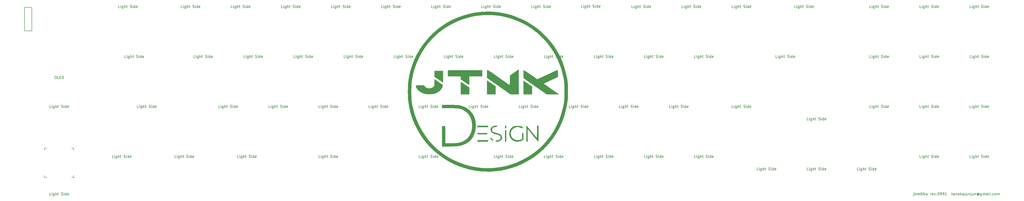
<source format=gto>
G04 #@! TF.GenerationSoftware,KiCad,Pcbnew,(5.1.12)-1*
G04 #@! TF.CreationDate,2023-11-11T22:00:56+09:00*
G04 #@! TF.ProjectId,jtnk66w,6a746e6b-3636-4772-9e6b-696361645f70,rev?*
G04 #@! TF.SameCoordinates,Original*
G04 #@! TF.FileFunction,Legend,Top*
G04 #@! TF.FilePolarity,Positive*
%FSLAX46Y46*%
G04 Gerber Fmt 4.6, Leading zero omitted, Abs format (unit mm)*
G04 Created by KiCad (PCBNEW (5.1.12)-1) date 2023-11-11 22:00:56*
%MOMM*%
%LPD*%
G01*
G04 APERTURE LIST*
%ADD10C,0.150000*%
%ADD11C,0.010000*%
G04 APERTURE END LIST*
D10*
X360790476Y-111655714D02*
X360790476Y-112512857D01*
X360742857Y-112608095D01*
X360647619Y-112655714D01*
X360600000Y-112655714D01*
X360790476Y-111322380D02*
X360742857Y-111370000D01*
X360790476Y-111417619D01*
X360838095Y-111370000D01*
X360790476Y-111322380D01*
X360790476Y-111417619D01*
X361123809Y-111655714D02*
X361504761Y-111655714D01*
X361266666Y-111322380D02*
X361266666Y-112179523D01*
X361314285Y-112274761D01*
X361409523Y-112322380D01*
X361504761Y-112322380D01*
X361838095Y-111655714D02*
X361838095Y-112322380D01*
X361838095Y-111750952D02*
X361885714Y-111703333D01*
X361980952Y-111655714D01*
X362123809Y-111655714D01*
X362219047Y-111703333D01*
X362266666Y-111798571D01*
X362266666Y-112322380D01*
X362742857Y-112322380D02*
X362742857Y-111322380D01*
X362838095Y-111941428D02*
X363123809Y-112322380D01*
X363123809Y-111655714D02*
X362742857Y-112036666D01*
X363980952Y-111322380D02*
X363790476Y-111322380D01*
X363695238Y-111370000D01*
X363647619Y-111417619D01*
X363552380Y-111560476D01*
X363504761Y-111750952D01*
X363504761Y-112131904D01*
X363552380Y-112227142D01*
X363600000Y-112274761D01*
X363695238Y-112322380D01*
X363885714Y-112322380D01*
X363980952Y-112274761D01*
X364028571Y-112227142D01*
X364076190Y-112131904D01*
X364076190Y-111893809D01*
X364028571Y-111798571D01*
X363980952Y-111750952D01*
X363885714Y-111703333D01*
X363695238Y-111703333D01*
X363600000Y-111750952D01*
X363552380Y-111798571D01*
X363504761Y-111893809D01*
X364933333Y-111322380D02*
X364742857Y-111322380D01*
X364647619Y-111370000D01*
X364600000Y-111417619D01*
X364504761Y-111560476D01*
X364457142Y-111750952D01*
X364457142Y-112131904D01*
X364504761Y-112227142D01*
X364552380Y-112274761D01*
X364647619Y-112322380D01*
X364838095Y-112322380D01*
X364933333Y-112274761D01*
X364980952Y-112227142D01*
X365028571Y-112131904D01*
X365028571Y-111893809D01*
X364980952Y-111798571D01*
X364933333Y-111750952D01*
X364838095Y-111703333D01*
X364647619Y-111703333D01*
X364552380Y-111750952D01*
X364504761Y-111798571D01*
X364457142Y-111893809D01*
X365361904Y-111655714D02*
X365552380Y-112322380D01*
X365742857Y-111846190D01*
X365933333Y-112322380D01*
X366123809Y-111655714D01*
X367266666Y-112322380D02*
X367266666Y-111655714D01*
X367266666Y-111846190D02*
X367314285Y-111750952D01*
X367361904Y-111703333D01*
X367457142Y-111655714D01*
X367552380Y-111655714D01*
X368266666Y-112274761D02*
X368171428Y-112322380D01*
X367980952Y-112322380D01*
X367885714Y-112274761D01*
X367838095Y-112179523D01*
X367838095Y-111798571D01*
X367885714Y-111703333D01*
X367980952Y-111655714D01*
X368171428Y-111655714D01*
X368266666Y-111703333D01*
X368314285Y-111798571D01*
X368314285Y-111893809D01*
X367838095Y-111989047D01*
X368647619Y-111655714D02*
X368885714Y-112322380D01*
X369123809Y-111655714D01*
X369504761Y-112227142D02*
X369552380Y-112274761D01*
X369504761Y-112322380D01*
X369457142Y-112274761D01*
X369504761Y-112227142D01*
X369504761Y-112322380D01*
X370171428Y-111322380D02*
X370266666Y-111322380D01*
X370361904Y-111370000D01*
X370409523Y-111417619D01*
X370457142Y-111512857D01*
X370504761Y-111703333D01*
X370504761Y-111941428D01*
X370457142Y-112131904D01*
X370409523Y-112227142D01*
X370361904Y-112274761D01*
X370266666Y-112322380D01*
X370171428Y-112322380D01*
X370076190Y-112274761D01*
X370028571Y-112227142D01*
X369980952Y-112131904D01*
X369933333Y-111941428D01*
X369933333Y-111703333D01*
X369980952Y-111512857D01*
X370028571Y-111417619D01*
X370076190Y-111370000D01*
X370171428Y-111322380D01*
X370980952Y-112322380D02*
X371171428Y-112322380D01*
X371266666Y-112274761D01*
X371314285Y-112227142D01*
X371409523Y-112084285D01*
X371457142Y-111893809D01*
X371457142Y-111512857D01*
X371409523Y-111417619D01*
X371361904Y-111370000D01*
X371266666Y-111322380D01*
X371076190Y-111322380D01*
X370980952Y-111370000D01*
X370933333Y-111417619D01*
X370885714Y-111512857D01*
X370885714Y-111750952D01*
X370933333Y-111846190D01*
X370980952Y-111893809D01*
X371076190Y-111941428D01*
X371266666Y-111941428D01*
X371361904Y-111893809D01*
X371409523Y-111846190D01*
X371457142Y-111750952D01*
X371933333Y-112322380D02*
X372123809Y-112322380D01*
X372219047Y-112274761D01*
X372266666Y-112227142D01*
X372361904Y-112084285D01*
X372409523Y-111893809D01*
X372409523Y-111512857D01*
X372361904Y-111417619D01*
X372314285Y-111370000D01*
X372219047Y-111322380D01*
X372028571Y-111322380D01*
X371933333Y-111370000D01*
X371885714Y-111417619D01*
X371838095Y-111512857D01*
X371838095Y-111750952D01*
X371885714Y-111846190D01*
X371933333Y-111893809D01*
X372028571Y-111941428D01*
X372219047Y-111941428D01*
X372314285Y-111893809D01*
X372361904Y-111846190D01*
X372409523Y-111750952D01*
X373361904Y-112322380D02*
X372790476Y-112322380D01*
X373076190Y-112322380D02*
X373076190Y-111322380D01*
X372980952Y-111465238D01*
X372885714Y-111560476D01*
X372790476Y-111608095D01*
X375171428Y-111655714D02*
X375552380Y-111655714D01*
X375314285Y-111322380D02*
X375314285Y-112179523D01*
X375361904Y-112274761D01*
X375457142Y-112322380D01*
X375552380Y-112322380D01*
X376314285Y-112322380D02*
X376314285Y-111798571D01*
X376266666Y-111703333D01*
X376171428Y-111655714D01*
X375980952Y-111655714D01*
X375885714Y-111703333D01*
X376314285Y-112274761D02*
X376219047Y-112322380D01*
X375980952Y-112322380D01*
X375885714Y-112274761D01*
X375838095Y-112179523D01*
X375838095Y-112084285D01*
X375885714Y-111989047D01*
X375980952Y-111941428D01*
X376219047Y-111941428D01*
X376314285Y-111893809D01*
X376790476Y-111655714D02*
X376790476Y-112322380D01*
X376790476Y-111750952D02*
X376838095Y-111703333D01*
X376933333Y-111655714D01*
X377076190Y-111655714D01*
X377171428Y-111703333D01*
X377219047Y-111798571D01*
X377219047Y-112322380D01*
X378123809Y-112322380D02*
X378123809Y-111798571D01*
X378076190Y-111703333D01*
X377980952Y-111655714D01*
X377790476Y-111655714D01*
X377695238Y-111703333D01*
X378123809Y-112274761D02*
X378028571Y-112322380D01*
X377790476Y-112322380D01*
X377695238Y-112274761D01*
X377647619Y-112179523D01*
X377647619Y-112084285D01*
X377695238Y-111989047D01*
X377790476Y-111941428D01*
X378028571Y-111941428D01*
X378123809Y-111893809D01*
X378600000Y-112322380D02*
X378600000Y-111322380D01*
X378695238Y-111941428D02*
X378980952Y-112322380D01*
X378980952Y-111655714D02*
X378600000Y-112036666D01*
X379838095Y-112322380D02*
X379838095Y-111798571D01*
X379790476Y-111703333D01*
X379695238Y-111655714D01*
X379504761Y-111655714D01*
X379409523Y-111703333D01*
X379838095Y-112274761D02*
X379742857Y-112322380D01*
X379504761Y-112322380D01*
X379409523Y-112274761D01*
X379361904Y-112179523D01*
X379361904Y-112084285D01*
X379409523Y-111989047D01*
X379504761Y-111941428D01*
X379742857Y-111941428D01*
X379838095Y-111893809D01*
X380314285Y-111655714D02*
X380314285Y-112512857D01*
X380266666Y-112608095D01*
X380171428Y-112655714D01*
X380123809Y-112655714D01*
X380314285Y-111322380D02*
X380266666Y-111370000D01*
X380314285Y-111417619D01*
X380361904Y-111370000D01*
X380314285Y-111322380D01*
X380314285Y-111417619D01*
X381219047Y-111655714D02*
X381219047Y-112322380D01*
X380790476Y-111655714D02*
X380790476Y-112179523D01*
X380838095Y-112274761D01*
X380933333Y-112322380D01*
X381076190Y-112322380D01*
X381171428Y-112274761D01*
X381219047Y-112227142D01*
X381695238Y-111655714D02*
X381695238Y-112322380D01*
X381695238Y-111750952D02*
X381742857Y-111703333D01*
X381838095Y-111655714D01*
X381980952Y-111655714D01*
X382076190Y-111703333D01*
X382123809Y-111798571D01*
X382123809Y-112322380D01*
X382600000Y-111655714D02*
X382600000Y-112512857D01*
X382552380Y-112608095D01*
X382457142Y-112655714D01*
X382409523Y-112655714D01*
X382600000Y-111322380D02*
X382552380Y-111370000D01*
X382600000Y-111417619D01*
X382647619Y-111370000D01*
X382600000Y-111322380D01*
X382600000Y-111417619D01*
X383504761Y-111655714D02*
X383504761Y-112322380D01*
X383076190Y-111655714D02*
X383076190Y-112179523D01*
X383123809Y-112274761D01*
X383219047Y-112322380D01*
X383361904Y-112322380D01*
X383457142Y-112274761D01*
X383504761Y-112227142D01*
X383980952Y-111655714D02*
X383980952Y-112322380D01*
X383980952Y-111750952D02*
X384028571Y-111703333D01*
X384123809Y-111655714D01*
X384266666Y-111655714D01*
X384361904Y-111703333D01*
X384409523Y-111798571D01*
X384409523Y-112322380D01*
X385504761Y-111846190D02*
X385457142Y-111798571D01*
X385361904Y-111750952D01*
X385266666Y-111750952D01*
X385171428Y-111798571D01*
X385123809Y-111846190D01*
X385076190Y-111941428D01*
X385076190Y-112036666D01*
X385123809Y-112131904D01*
X385171428Y-112179523D01*
X385266666Y-112227142D01*
X385361904Y-112227142D01*
X385457142Y-112179523D01*
X385504761Y-112131904D01*
X385504761Y-111750952D02*
X385504761Y-112131904D01*
X385552380Y-112179523D01*
X385600000Y-112179523D01*
X385695238Y-112131904D01*
X385742857Y-112036666D01*
X385742857Y-111798571D01*
X385647619Y-111655714D01*
X385504761Y-111560476D01*
X385314285Y-111512857D01*
X385123809Y-111560476D01*
X384980952Y-111655714D01*
X384885714Y-111798571D01*
X384838095Y-111989047D01*
X384885714Y-112179523D01*
X384980952Y-112322380D01*
X385123809Y-112417619D01*
X385314285Y-112465238D01*
X385504761Y-112417619D01*
X385647619Y-112322380D01*
X386600000Y-111655714D02*
X386600000Y-112465238D01*
X386552380Y-112560476D01*
X386504761Y-112608095D01*
X386409523Y-112655714D01*
X386266666Y-112655714D01*
X386171428Y-112608095D01*
X386600000Y-112274761D02*
X386504761Y-112322380D01*
X386314285Y-112322380D01*
X386219047Y-112274761D01*
X386171428Y-112227142D01*
X386123809Y-112131904D01*
X386123809Y-111846190D01*
X386171428Y-111750952D01*
X386219047Y-111703333D01*
X386314285Y-111655714D01*
X386504761Y-111655714D01*
X386600000Y-111703333D01*
X387076190Y-112322380D02*
X387076190Y-111655714D01*
X387076190Y-111750952D02*
X387123809Y-111703333D01*
X387219047Y-111655714D01*
X387361904Y-111655714D01*
X387457142Y-111703333D01*
X387504761Y-111798571D01*
X387504761Y-112322380D01*
X387504761Y-111798571D02*
X387552380Y-111703333D01*
X387647619Y-111655714D01*
X387790476Y-111655714D01*
X387885714Y-111703333D01*
X387933333Y-111798571D01*
X387933333Y-112322380D01*
X388838095Y-112322380D02*
X388838095Y-111798571D01*
X388790476Y-111703333D01*
X388695238Y-111655714D01*
X388504761Y-111655714D01*
X388409523Y-111703333D01*
X388838095Y-112274761D02*
X388742857Y-112322380D01*
X388504761Y-112322380D01*
X388409523Y-112274761D01*
X388361904Y-112179523D01*
X388361904Y-112084285D01*
X388409523Y-111989047D01*
X388504761Y-111941428D01*
X388742857Y-111941428D01*
X388838095Y-111893809D01*
X389314285Y-112322380D02*
X389314285Y-111655714D01*
X389314285Y-111322380D02*
X389266666Y-111370000D01*
X389314285Y-111417619D01*
X389361904Y-111370000D01*
X389314285Y-111322380D01*
X389314285Y-111417619D01*
X389933333Y-112322380D02*
X389838095Y-112274761D01*
X389790476Y-112179523D01*
X389790476Y-111322380D01*
X390314285Y-112227142D02*
X390361904Y-112274761D01*
X390314285Y-112322380D01*
X390266666Y-112274761D01*
X390314285Y-112227142D01*
X390314285Y-112322380D01*
X391219047Y-112274761D02*
X391123809Y-112322380D01*
X390933333Y-112322380D01*
X390838095Y-112274761D01*
X390790476Y-112227142D01*
X390742857Y-112131904D01*
X390742857Y-111846190D01*
X390790476Y-111750952D01*
X390838095Y-111703333D01*
X390933333Y-111655714D01*
X391123809Y-111655714D01*
X391219047Y-111703333D01*
X391790476Y-112322380D02*
X391695238Y-112274761D01*
X391647619Y-112227142D01*
X391600000Y-112131904D01*
X391600000Y-111846190D01*
X391647619Y-111750952D01*
X391695238Y-111703333D01*
X391790476Y-111655714D01*
X391933333Y-111655714D01*
X392028571Y-111703333D01*
X392076190Y-111750952D01*
X392123809Y-111846190D01*
X392123809Y-112131904D01*
X392076190Y-112227142D01*
X392028571Y-112274761D01*
X391933333Y-112322380D01*
X391790476Y-112322380D01*
X392552380Y-112322380D02*
X392552380Y-111655714D01*
X392552380Y-111750952D02*
X392600000Y-111703333D01*
X392695238Y-111655714D01*
X392838095Y-111655714D01*
X392933333Y-111703333D01*
X392980952Y-111798571D01*
X392980952Y-112322380D01*
X392980952Y-111798571D02*
X393028571Y-111703333D01*
X393123809Y-111655714D01*
X393266666Y-111655714D01*
X393361904Y-111703333D01*
X393409523Y-111798571D01*
X393409523Y-112322380D01*
D11*
G36*
X201066239Y-42442303D02*
G01*
X203253781Y-42687924D01*
X205409989Y-43090377D01*
X207526402Y-43645531D01*
X209594559Y-44349252D01*
X211605998Y-45197409D01*
X213552257Y-46185870D01*
X215424877Y-47310502D01*
X217215394Y-48567173D01*
X218915349Y-49951752D01*
X220516279Y-51460105D01*
X222009723Y-53088102D01*
X223387220Y-54831608D01*
X224103110Y-55854333D01*
X225270677Y-57736050D01*
X226286227Y-59668200D01*
X227153385Y-61660729D01*
X227875776Y-63723581D01*
X228457025Y-65866701D01*
X228900756Y-68100034D01*
X229118126Y-69612667D01*
X229156662Y-70038570D01*
X229186785Y-70600307D01*
X229208494Y-71264589D01*
X229221790Y-71998124D01*
X229226673Y-72767625D01*
X229223142Y-73539799D01*
X229211198Y-74281358D01*
X229190840Y-74959011D01*
X229162069Y-75539468D01*
X229124885Y-75989440D01*
X229118126Y-76047333D01*
X228773090Y-78294419D01*
X228306164Y-80424682D01*
X227717445Y-82437682D01*
X227630966Y-82693667D01*
X226822991Y-84793422D01*
X225874586Y-86805302D01*
X224792778Y-88724681D01*
X223584592Y-90546933D01*
X222257057Y-92267431D01*
X220817198Y-93881549D01*
X219272042Y-95384661D01*
X217628615Y-96772139D01*
X215893945Y-98039358D01*
X214075058Y-99181691D01*
X212178980Y-100194512D01*
X210212739Y-101073194D01*
X208183360Y-101813112D01*
X206097871Y-102409638D01*
X203963298Y-102858146D01*
X201786668Y-103154010D01*
X199575007Y-103292604D01*
X197335343Y-103269300D01*
X196461666Y-103215775D01*
X194237246Y-102964754D01*
X192059020Y-102554650D01*
X189933639Y-101991033D01*
X187867753Y-101279470D01*
X185868011Y-100425531D01*
X183941065Y-99434785D01*
X182093563Y-98312799D01*
X180332157Y-97065143D01*
X178663496Y-95697385D01*
X177094230Y-94215094D01*
X175631009Y-92623838D01*
X174280484Y-90929187D01*
X173049305Y-89136709D01*
X171944120Y-87251973D01*
X170971582Y-85280546D01*
X170138339Y-83227999D01*
X169451042Y-81099900D01*
X169274936Y-80450000D01*
X168966899Y-79164247D01*
X168727826Y-77934275D01*
X168552286Y-76715227D01*
X168434848Y-75462243D01*
X168370080Y-74130465D01*
X168352333Y-72830000D01*
X169627774Y-72830000D01*
X169631532Y-73795559D01*
X169644835Y-74623723D01*
X169670728Y-75346309D01*
X169712253Y-75995130D01*
X169772456Y-76602000D01*
X169854379Y-77198736D01*
X169961066Y-77817150D01*
X170095561Y-78489058D01*
X170227193Y-79095333D01*
X170783722Y-81212366D01*
X171501069Y-83292913D01*
X172372112Y-85322153D01*
X173389727Y-87285265D01*
X174546790Y-89167428D01*
X175836180Y-90953821D01*
X176066487Y-91245000D01*
X176516367Y-91778248D01*
X177066092Y-92385223D01*
X177683427Y-93033686D01*
X178336135Y-93691397D01*
X178991982Y-94326118D01*
X179618733Y-94905609D01*
X180184151Y-95397633D01*
X180375000Y-95553980D01*
X182129568Y-96855235D01*
X183982697Y-98027421D01*
X185919281Y-99063707D01*
X187924213Y-99957263D01*
X189982390Y-100701259D01*
X192078706Y-101288865D01*
X193879333Y-101660276D01*
X194951944Y-101813605D01*
X196140779Y-101928696D01*
X197396745Y-102003968D01*
X198670748Y-102037840D01*
X199913696Y-102028731D01*
X201076494Y-101975060D01*
X201775400Y-101914542D01*
X203879261Y-101621406D01*
X205902035Y-101193830D01*
X207869885Y-100624044D01*
X209808975Y-99904280D01*
X211745468Y-99026769D01*
X212102431Y-98848089D01*
X213064434Y-98328722D01*
X214090146Y-97720028D01*
X215127099Y-97055879D01*
X216122829Y-96370146D01*
X217024869Y-95696698D01*
X217205000Y-95553980D01*
X217738885Y-95103356D01*
X218346271Y-94553094D01*
X218994923Y-93935433D01*
X219652603Y-93282613D01*
X220287078Y-92626871D01*
X220866112Y-92000448D01*
X221357470Y-91435581D01*
X221513512Y-91245000D01*
X222824546Y-89476244D01*
X224004457Y-87609214D01*
X225046122Y-85658733D01*
X225942418Y-83639620D01*
X226686222Y-81566698D01*
X227270410Y-79454787D01*
X227352806Y-79095333D01*
X227512096Y-78356657D01*
X227641109Y-77697283D01*
X227742889Y-77085397D01*
X227820478Y-76489184D01*
X227876922Y-75876831D01*
X227915264Y-75216521D01*
X227938547Y-74476442D01*
X227949815Y-73624777D01*
X227952225Y-72830000D01*
X227948467Y-71864441D01*
X227935164Y-71036276D01*
X227909271Y-70313691D01*
X227867746Y-69664870D01*
X227807543Y-69057999D01*
X227725620Y-68461264D01*
X227618933Y-67842850D01*
X227484438Y-67170942D01*
X227352806Y-66564667D01*
X226796277Y-64447634D01*
X226078930Y-62367087D01*
X225207887Y-60337847D01*
X224190272Y-58374735D01*
X223033209Y-56492572D01*
X221743819Y-54706179D01*
X221513512Y-54415000D01*
X221063632Y-53881751D01*
X220513907Y-53274776D01*
X219896572Y-52626314D01*
X219243864Y-51968603D01*
X218588017Y-51333882D01*
X217961266Y-50754390D01*
X217395848Y-50262367D01*
X217205000Y-50106019D01*
X215460326Y-48811872D01*
X213616473Y-47644442D01*
X211689424Y-46610964D01*
X209695165Y-45718672D01*
X207649679Y-44974801D01*
X205568951Y-44386587D01*
X203722734Y-44003684D01*
X202195114Y-43793324D01*
X200567852Y-43665173D01*
X198889344Y-43619230D01*
X197207989Y-43655497D01*
X195572182Y-43773971D01*
X194030321Y-43974655D01*
X193857265Y-44003684D01*
X191758755Y-44449036D01*
X189681430Y-45056408D01*
X187641274Y-45818563D01*
X185654274Y-46728267D01*
X183736412Y-47778285D01*
X181903673Y-48961382D01*
X180375000Y-50106019D01*
X179841114Y-50556644D01*
X179233728Y-51106906D01*
X178585076Y-51724566D01*
X177927396Y-52377387D01*
X177292921Y-53033128D01*
X176713887Y-53659552D01*
X176222529Y-54224419D01*
X176066487Y-54415000D01*
X174755453Y-56183756D01*
X173575542Y-58050785D01*
X172533877Y-60001267D01*
X171637581Y-62020379D01*
X170893777Y-64093301D01*
X170309589Y-66205213D01*
X170227193Y-66564667D01*
X170067903Y-67303343D01*
X169938890Y-67962717D01*
X169837110Y-68574603D01*
X169759521Y-69170816D01*
X169703077Y-69783169D01*
X169664735Y-70443478D01*
X169641452Y-71183558D01*
X169630184Y-72035222D01*
X169627774Y-72830000D01*
X168352333Y-72830000D01*
X168374418Y-71389194D01*
X168444295Y-70067478D01*
X168567394Y-68819995D01*
X168749147Y-67601885D01*
X168994986Y-66368290D01*
X169274936Y-65210000D01*
X169919956Y-63050046D01*
X170712301Y-60966416D01*
X171645562Y-58964446D01*
X172713330Y-57049472D01*
X173909195Y-55226827D01*
X175226748Y-53501848D01*
X176659581Y-51879870D01*
X178201283Y-50366227D01*
X179845446Y-48966256D01*
X181585660Y-47685291D01*
X183415516Y-46528667D01*
X185328605Y-45501721D01*
X187318518Y-44609786D01*
X189378845Y-43858199D01*
X191503177Y-43252294D01*
X193685105Y-42797407D01*
X195918220Y-42498873D01*
X196631000Y-42438086D01*
X198855825Y-42357646D01*
X201066239Y-42442303D01*
G37*
X201066239Y-42442303D02*
X203253781Y-42687924D01*
X205409989Y-43090377D01*
X207526402Y-43645531D01*
X209594559Y-44349252D01*
X211605998Y-45197409D01*
X213552257Y-46185870D01*
X215424877Y-47310502D01*
X217215394Y-48567173D01*
X218915349Y-49951752D01*
X220516279Y-51460105D01*
X222009723Y-53088102D01*
X223387220Y-54831608D01*
X224103110Y-55854333D01*
X225270677Y-57736050D01*
X226286227Y-59668200D01*
X227153385Y-61660729D01*
X227875776Y-63723581D01*
X228457025Y-65866701D01*
X228900756Y-68100034D01*
X229118126Y-69612667D01*
X229156662Y-70038570D01*
X229186785Y-70600307D01*
X229208494Y-71264589D01*
X229221790Y-71998124D01*
X229226673Y-72767625D01*
X229223142Y-73539799D01*
X229211198Y-74281358D01*
X229190840Y-74959011D01*
X229162069Y-75539468D01*
X229124885Y-75989440D01*
X229118126Y-76047333D01*
X228773090Y-78294419D01*
X228306164Y-80424682D01*
X227717445Y-82437682D01*
X227630966Y-82693667D01*
X226822991Y-84793422D01*
X225874586Y-86805302D01*
X224792778Y-88724681D01*
X223584592Y-90546933D01*
X222257057Y-92267431D01*
X220817198Y-93881549D01*
X219272042Y-95384661D01*
X217628615Y-96772139D01*
X215893945Y-98039358D01*
X214075058Y-99181691D01*
X212178980Y-100194512D01*
X210212739Y-101073194D01*
X208183360Y-101813112D01*
X206097871Y-102409638D01*
X203963298Y-102858146D01*
X201786668Y-103154010D01*
X199575007Y-103292604D01*
X197335343Y-103269300D01*
X196461666Y-103215775D01*
X194237246Y-102964754D01*
X192059020Y-102554650D01*
X189933639Y-101991033D01*
X187867753Y-101279470D01*
X185868011Y-100425531D01*
X183941065Y-99434785D01*
X182093563Y-98312799D01*
X180332157Y-97065143D01*
X178663496Y-95697385D01*
X177094230Y-94215094D01*
X175631009Y-92623838D01*
X174280484Y-90929187D01*
X173049305Y-89136709D01*
X171944120Y-87251973D01*
X170971582Y-85280546D01*
X170138339Y-83227999D01*
X169451042Y-81099900D01*
X169274936Y-80450000D01*
X168966899Y-79164247D01*
X168727826Y-77934275D01*
X168552286Y-76715227D01*
X168434848Y-75462243D01*
X168370080Y-74130465D01*
X168352333Y-72830000D01*
X169627774Y-72830000D01*
X169631532Y-73795559D01*
X169644835Y-74623723D01*
X169670728Y-75346309D01*
X169712253Y-75995130D01*
X169772456Y-76602000D01*
X169854379Y-77198736D01*
X169961066Y-77817150D01*
X170095561Y-78489058D01*
X170227193Y-79095333D01*
X170783722Y-81212366D01*
X171501069Y-83292913D01*
X172372112Y-85322153D01*
X173389727Y-87285265D01*
X174546790Y-89167428D01*
X175836180Y-90953821D01*
X176066487Y-91245000D01*
X176516367Y-91778248D01*
X177066092Y-92385223D01*
X177683427Y-93033686D01*
X178336135Y-93691397D01*
X178991982Y-94326118D01*
X179618733Y-94905609D01*
X180184151Y-95397633D01*
X180375000Y-95553980D01*
X182129568Y-96855235D01*
X183982697Y-98027421D01*
X185919281Y-99063707D01*
X187924213Y-99957263D01*
X189982390Y-100701259D01*
X192078706Y-101288865D01*
X193879333Y-101660276D01*
X194951944Y-101813605D01*
X196140779Y-101928696D01*
X197396745Y-102003968D01*
X198670748Y-102037840D01*
X199913696Y-102028731D01*
X201076494Y-101975060D01*
X201775400Y-101914542D01*
X203879261Y-101621406D01*
X205902035Y-101193830D01*
X207869885Y-100624044D01*
X209808975Y-99904280D01*
X211745468Y-99026769D01*
X212102431Y-98848089D01*
X213064434Y-98328722D01*
X214090146Y-97720028D01*
X215127099Y-97055879D01*
X216122829Y-96370146D01*
X217024869Y-95696698D01*
X217205000Y-95553980D01*
X217738885Y-95103356D01*
X218346271Y-94553094D01*
X218994923Y-93935433D01*
X219652603Y-93282613D01*
X220287078Y-92626871D01*
X220866112Y-92000448D01*
X221357470Y-91435581D01*
X221513512Y-91245000D01*
X222824546Y-89476244D01*
X224004457Y-87609214D01*
X225046122Y-85658733D01*
X225942418Y-83639620D01*
X226686222Y-81566698D01*
X227270410Y-79454787D01*
X227352806Y-79095333D01*
X227512096Y-78356657D01*
X227641109Y-77697283D01*
X227742889Y-77085397D01*
X227820478Y-76489184D01*
X227876922Y-75876831D01*
X227915264Y-75216521D01*
X227938547Y-74476442D01*
X227949815Y-73624777D01*
X227952225Y-72830000D01*
X227948467Y-71864441D01*
X227935164Y-71036276D01*
X227909271Y-70313691D01*
X227867746Y-69664870D01*
X227807543Y-69057999D01*
X227725620Y-68461264D01*
X227618933Y-67842850D01*
X227484438Y-67170942D01*
X227352806Y-66564667D01*
X226796277Y-64447634D01*
X226078930Y-62367087D01*
X225207887Y-60337847D01*
X224190272Y-58374735D01*
X223033209Y-56492572D01*
X221743819Y-54706179D01*
X221513512Y-54415000D01*
X221063632Y-53881751D01*
X220513907Y-53274776D01*
X219896572Y-52626314D01*
X219243864Y-51968603D01*
X218588017Y-51333882D01*
X217961266Y-50754390D01*
X217395848Y-50262367D01*
X217205000Y-50106019D01*
X215460326Y-48811872D01*
X213616473Y-47644442D01*
X211689424Y-46610964D01*
X209695165Y-45718672D01*
X207649679Y-44974801D01*
X205568951Y-44386587D01*
X203722734Y-44003684D01*
X202195114Y-43793324D01*
X200567852Y-43665173D01*
X198889344Y-43619230D01*
X197207989Y-43655497D01*
X195572182Y-43773971D01*
X194030321Y-43974655D01*
X193857265Y-44003684D01*
X191758755Y-44449036D01*
X189681430Y-45056408D01*
X187641274Y-45818563D01*
X185654274Y-46728267D01*
X183736412Y-47778285D01*
X181903673Y-48961382D01*
X180375000Y-50106019D01*
X179841114Y-50556644D01*
X179233728Y-51106906D01*
X178585076Y-51724566D01*
X177927396Y-52377387D01*
X177292921Y-53033128D01*
X176713887Y-53659552D01*
X176222529Y-54224419D01*
X176066487Y-54415000D01*
X174755453Y-56183756D01*
X173575542Y-58050785D01*
X172533877Y-60001267D01*
X171637581Y-62020379D01*
X170893777Y-64093301D01*
X170309589Y-66205213D01*
X170227193Y-66564667D01*
X170067903Y-67303343D01*
X169938890Y-67962717D01*
X169837110Y-68574603D01*
X169759521Y-69170816D01*
X169703077Y-69783169D01*
X169664735Y-70443478D01*
X169641452Y-71183558D01*
X169630184Y-72035222D01*
X169627774Y-72830000D01*
X168352333Y-72830000D01*
X168374418Y-71389194D01*
X168444295Y-70067478D01*
X168567394Y-68819995D01*
X168749147Y-67601885D01*
X168994986Y-66368290D01*
X169274936Y-65210000D01*
X169919956Y-63050046D01*
X170712301Y-60966416D01*
X171645562Y-58964446D01*
X172713330Y-57049472D01*
X173909195Y-55226827D01*
X175226748Y-53501848D01*
X176659581Y-51879870D01*
X178201283Y-50366227D01*
X179845446Y-48966256D01*
X181585660Y-47685291D01*
X183415516Y-46528667D01*
X185328605Y-45501721D01*
X187318518Y-44609786D01*
X189378845Y-43858199D01*
X191503177Y-43252294D01*
X193685105Y-42797407D01*
X195918220Y-42498873D01*
X196631000Y-42438086D01*
X198855825Y-42357646D01*
X201066239Y-42442303D01*
G36*
X184417833Y-77930171D02*
G01*
X185222933Y-77939611D01*
X185879537Y-77948821D01*
X186408475Y-77959177D01*
X186830577Y-77972055D01*
X187166671Y-77988833D01*
X187437589Y-78010886D01*
X187664159Y-78039592D01*
X187867211Y-78076327D01*
X188067576Y-78122467D01*
X188286082Y-78179388D01*
X188317848Y-78187905D01*
X189331880Y-78505624D01*
X190212239Y-78883974D01*
X190988686Y-79339258D01*
X191690978Y-79887782D01*
X192059000Y-80237742D01*
X192713251Y-81015088D01*
X193258253Y-81901330D01*
X193672064Y-82860273D01*
X193701711Y-82947667D01*
X193892432Y-83582508D01*
X194021099Y-84172625D01*
X194097062Y-84779780D01*
X194129673Y-85465735D01*
X194132693Y-85794076D01*
X194063006Y-87030500D01*
X193854062Y-88176175D01*
X193508536Y-89227204D01*
X193029104Y-90179688D01*
X192418440Y-91029727D01*
X191679219Y-91773422D01*
X190814116Y-92406875D01*
X189825806Y-92926186D01*
X189031195Y-93229943D01*
X188675363Y-93341687D01*
X188336572Y-93433572D01*
X187992452Y-93507878D01*
X187620632Y-93566884D01*
X187198740Y-93612869D01*
X186704405Y-93648113D01*
X186115257Y-93674894D01*
X185408924Y-93695493D01*
X184563035Y-93712188D01*
X184248500Y-93717244D01*
X181348666Y-93761992D01*
X181348666Y-86038000D01*
X182534000Y-86038000D01*
X182534000Y-92557333D01*
X184357670Y-92557333D01*
X184960031Y-92552874D01*
X185563462Y-92540450D01*
X186126576Y-92521488D01*
X186607989Y-92497415D01*
X186966315Y-92469660D01*
X186998330Y-92466233D01*
X188087631Y-92273112D01*
X189078406Y-91949634D01*
X189965211Y-91499359D01*
X190742601Y-90925852D01*
X191405131Y-90232673D01*
X191947356Y-89423386D01*
X192100472Y-89128333D01*
X192356918Y-88542354D01*
X192544499Y-87966693D01*
X192679065Y-87342153D01*
X192776464Y-86609538D01*
X192777510Y-86599479D01*
X192816092Y-85453429D01*
X192692580Y-84341174D01*
X192408768Y-83273294D01*
X192079243Y-82482000D01*
X191676680Y-81812367D01*
X191145859Y-81163675D01*
X190526772Y-80575990D01*
X189859411Y-80089379D01*
X189476666Y-79874544D01*
X189115345Y-79698770D01*
X188789607Y-79553839D01*
X188477999Y-79436559D01*
X188159069Y-79343740D01*
X187811362Y-79272189D01*
X187413426Y-79218714D01*
X186943806Y-79180125D01*
X186381051Y-79153230D01*
X185703705Y-79134837D01*
X184890316Y-79121754D01*
X184375500Y-79115646D01*
X181348666Y-79082220D01*
X181348666Y-77895492D01*
X184417833Y-77930171D01*
G37*
X184417833Y-77930171D02*
X185222933Y-77939611D01*
X185879537Y-77948821D01*
X186408475Y-77959177D01*
X186830577Y-77972055D01*
X187166671Y-77988833D01*
X187437589Y-78010886D01*
X187664159Y-78039592D01*
X187867211Y-78076327D01*
X188067576Y-78122467D01*
X188286082Y-78179388D01*
X188317848Y-78187905D01*
X189331880Y-78505624D01*
X190212239Y-78883974D01*
X190988686Y-79339258D01*
X191690978Y-79887782D01*
X192059000Y-80237742D01*
X192713251Y-81015088D01*
X193258253Y-81901330D01*
X193672064Y-82860273D01*
X193701711Y-82947667D01*
X193892432Y-83582508D01*
X194021099Y-84172625D01*
X194097062Y-84779780D01*
X194129673Y-85465735D01*
X194132693Y-85794076D01*
X194063006Y-87030500D01*
X193854062Y-88176175D01*
X193508536Y-89227204D01*
X193029104Y-90179688D01*
X192418440Y-91029727D01*
X191679219Y-91773422D01*
X190814116Y-92406875D01*
X189825806Y-92926186D01*
X189031195Y-93229943D01*
X188675363Y-93341687D01*
X188336572Y-93433572D01*
X187992452Y-93507878D01*
X187620632Y-93566884D01*
X187198740Y-93612869D01*
X186704405Y-93648113D01*
X186115257Y-93674894D01*
X185408924Y-93695493D01*
X184563035Y-93712188D01*
X184248500Y-93717244D01*
X181348666Y-93761992D01*
X181348666Y-86038000D01*
X182534000Y-86038000D01*
X182534000Y-92557333D01*
X184357670Y-92557333D01*
X184960031Y-92552874D01*
X185563462Y-92540450D01*
X186126576Y-92521488D01*
X186607989Y-92497415D01*
X186966315Y-92469660D01*
X186998330Y-92466233D01*
X188087631Y-92273112D01*
X189078406Y-91949634D01*
X189965211Y-91499359D01*
X190742601Y-90925852D01*
X191405131Y-90232673D01*
X191947356Y-89423386D01*
X192100472Y-89128333D01*
X192356918Y-88542354D01*
X192544499Y-87966693D01*
X192679065Y-87342153D01*
X192776464Y-86609538D01*
X192777510Y-86599479D01*
X192816092Y-85453429D01*
X192692580Y-84341174D01*
X192408768Y-83273294D01*
X192079243Y-82482000D01*
X191676680Y-81812367D01*
X191145859Y-81163675D01*
X190526772Y-80575990D01*
X189859411Y-80089379D01*
X189476666Y-79874544D01*
X189115345Y-79698770D01*
X188789607Y-79553839D01*
X188477999Y-79436559D01*
X188159069Y-79343740D01*
X187811362Y-79272189D01*
X187413426Y-79218714D01*
X186943806Y-79180125D01*
X186381051Y-79153230D01*
X185703705Y-79134837D01*
X184890316Y-79121754D01*
X184375500Y-79115646D01*
X181348666Y-79082220D01*
X181348666Y-77895492D01*
X184417833Y-77930171D01*
G36*
X198790000Y-91880000D02*
G01*
X196856777Y-91880000D01*
X196300937Y-91877628D01*
X195802647Y-91870980D01*
X195386562Y-91860754D01*
X195077335Y-91847650D01*
X194899619Y-91832367D01*
X194867111Y-91823555D01*
X194822561Y-91702406D01*
X194810666Y-91569555D01*
X194810666Y-91372000D01*
X198790000Y-91372000D01*
X198790000Y-91880000D01*
G37*
X198790000Y-91880000D02*
X196856777Y-91880000D01*
X196300937Y-91877628D01*
X195802647Y-91870980D01*
X195386562Y-91860754D01*
X195077335Y-91847650D01*
X194899619Y-91832367D01*
X194867111Y-91823555D01*
X194822561Y-91702406D01*
X194810666Y-91569555D01*
X194810666Y-91372000D01*
X198790000Y-91372000D01*
X198790000Y-91880000D01*
G36*
X202240497Y-86059167D02*
G01*
X202103969Y-86189253D01*
X201877224Y-86268982D01*
X201658670Y-86303256D01*
X201131037Y-86407772D01*
X200747069Y-86586254D01*
X200493454Y-86849166D01*
X200356881Y-87206975D01*
X200335703Y-87343403D01*
X200327684Y-87625537D01*
X200385721Y-87856897D01*
X200527471Y-88050749D01*
X200770591Y-88220354D01*
X201132738Y-88378976D01*
X201631571Y-88539877D01*
X202099614Y-88668350D01*
X202741062Y-88851171D01*
X203233063Y-89030221D01*
X203594510Y-89220018D01*
X203844300Y-89435085D01*
X204001327Y-89689941D01*
X204084485Y-89999107D01*
X204106412Y-90210568D01*
X204114563Y-90532659D01*
X204081166Y-90755944D01*
X203992291Y-90948685D01*
X203938902Y-91031318D01*
X203566390Y-91433626D01*
X203086346Y-91711144D01*
X202512389Y-91857389D01*
X202157315Y-91879528D01*
X201918204Y-91875013D01*
X201814069Y-91845861D01*
X201810569Y-91769782D01*
X201848500Y-91679098D01*
X201948201Y-91544714D01*
X202125496Y-91467134D01*
X202348895Y-91429773D01*
X202850895Y-91314149D01*
X203248467Y-91107719D01*
X203525612Y-90826125D01*
X203666329Y-90485009D01*
X203663892Y-90144187D01*
X203586717Y-89905035D01*
X203439934Y-89704418D01*
X203202858Y-89529762D01*
X202854801Y-89368496D01*
X202375079Y-89208046D01*
X201912317Y-89079599D01*
X201258513Y-88889732D01*
X200754671Y-88697868D01*
X200381716Y-88491996D01*
X200120571Y-88260103D01*
X199952163Y-87990177D01*
X199887599Y-87804609D01*
X199838009Y-87332294D01*
X199939897Y-86898262D01*
X200176776Y-86519331D01*
X200532157Y-86212319D01*
X200989550Y-85994043D01*
X201532469Y-85881321D01*
X201784826Y-85869494D01*
X202366653Y-85868667D01*
X202240497Y-86059167D01*
G37*
X202240497Y-86059167D02*
X202103969Y-86189253D01*
X201877224Y-86268982D01*
X201658670Y-86303256D01*
X201131037Y-86407772D01*
X200747069Y-86586254D01*
X200493454Y-86849166D01*
X200356881Y-87206975D01*
X200335703Y-87343403D01*
X200327684Y-87625537D01*
X200385721Y-87856897D01*
X200527471Y-88050749D01*
X200770591Y-88220354D01*
X201132738Y-88378976D01*
X201631571Y-88539877D01*
X202099614Y-88668350D01*
X202741062Y-88851171D01*
X203233063Y-89030221D01*
X203594510Y-89220018D01*
X203844300Y-89435085D01*
X204001327Y-89689941D01*
X204084485Y-89999107D01*
X204106412Y-90210568D01*
X204114563Y-90532659D01*
X204081166Y-90755944D01*
X203992291Y-90948685D01*
X203938902Y-91031318D01*
X203566390Y-91433626D01*
X203086346Y-91711144D01*
X202512389Y-91857389D01*
X202157315Y-91879528D01*
X201918204Y-91875013D01*
X201814069Y-91845861D01*
X201810569Y-91769782D01*
X201848500Y-91679098D01*
X201948201Y-91544714D01*
X202125496Y-91467134D01*
X202348895Y-91429773D01*
X202850895Y-91314149D01*
X203248467Y-91107719D01*
X203525612Y-90826125D01*
X203666329Y-90485009D01*
X203663892Y-90144187D01*
X203586717Y-89905035D01*
X203439934Y-89704418D01*
X203202858Y-89529762D01*
X202854801Y-89368496D01*
X202375079Y-89208046D01*
X201912317Y-89079599D01*
X201258513Y-88889732D01*
X200754671Y-88697868D01*
X200381716Y-88491996D01*
X200120571Y-88260103D01*
X199952163Y-87990177D01*
X199887599Y-87804609D01*
X199838009Y-87332294D01*
X199939897Y-86898262D01*
X200176776Y-86519331D01*
X200532157Y-86212319D01*
X200989550Y-85994043D01*
X201532469Y-85881321D01*
X201784826Y-85869494D01*
X202366653Y-85868667D01*
X202240497Y-86059167D01*
G36*
X205732666Y-91880000D02*
G01*
X205309333Y-91880000D01*
X205309333Y-87562000D01*
X205732666Y-87562000D01*
X205732666Y-91880000D01*
G37*
X205732666Y-91880000D02*
X205309333Y-91880000D01*
X205309333Y-87562000D01*
X205732666Y-87562000D01*
X205732666Y-91880000D01*
G36*
X210505097Y-85920533D02*
G01*
X210833314Y-85939485D01*
X211078239Y-85978036D01*
X211282793Y-86041884D01*
X211405333Y-86095333D01*
X211746778Y-86265863D01*
X211950344Y-86397606D01*
X212036546Y-86511640D01*
X212025902Y-86629045D01*
X211990248Y-86696283D01*
X211907118Y-86811139D01*
X211821903Y-86827672D01*
X211671168Y-86749731D01*
X211620360Y-86718722D01*
X211042941Y-86453995D01*
X210429871Y-86329544D01*
X209808625Y-86337827D01*
X209206675Y-86471300D01*
X208651497Y-86722419D01*
X208170565Y-87083641D01*
X207791353Y-87547422D01*
X207651628Y-87808431D01*
X207519146Y-88247135D01*
X207464769Y-88762286D01*
X207488160Y-89288335D01*
X207588984Y-89759733D01*
X207662581Y-89942861D01*
X208013355Y-90479310D01*
X208472286Y-90902193D01*
X209015748Y-91204285D01*
X209620118Y-91378358D01*
X210261772Y-91417186D01*
X210917086Y-91313542D01*
X211468833Y-91107238D01*
X211828666Y-90933561D01*
X211828666Y-88662667D01*
X212252000Y-88662667D01*
X212252000Y-91121729D01*
X211849833Y-91376829D01*
X211528262Y-91553015D01*
X211175594Y-91706353D01*
X211030132Y-91755964D01*
X210608972Y-91837336D01*
X210108229Y-91869391D01*
X209601398Y-91852086D01*
X209161976Y-91785376D01*
X209058884Y-91757169D01*
X208395883Y-91468070D01*
X207842583Y-91050038D01*
X207400503Y-90504412D01*
X207184422Y-90105863D01*
X207072503Y-89831990D01*
X207006079Y-89569482D01*
X206974173Y-89256486D01*
X206965881Y-88874333D01*
X206972273Y-88473107D01*
X207002115Y-88176678D01*
X207067340Y-87920902D01*
X207179880Y-87641633D01*
X207205819Y-87584495D01*
X207531367Y-87048790D01*
X207973202Y-86571221D01*
X208484637Y-86198956D01*
X208674075Y-86101057D01*
X208883341Y-86016676D01*
X209101175Y-85961900D01*
X209371543Y-85930800D01*
X209738412Y-85917449D01*
X210050666Y-85915482D01*
X210505097Y-85920533D01*
G37*
X210505097Y-85920533D02*
X210833314Y-85939485D01*
X211078239Y-85978036D01*
X211282793Y-86041884D01*
X211405333Y-86095333D01*
X211746778Y-86265863D01*
X211950344Y-86397606D01*
X212036546Y-86511640D01*
X212025902Y-86629045D01*
X211990248Y-86696283D01*
X211907118Y-86811139D01*
X211821903Y-86827672D01*
X211671168Y-86749731D01*
X211620360Y-86718722D01*
X211042941Y-86453995D01*
X210429871Y-86329544D01*
X209808625Y-86337827D01*
X209206675Y-86471300D01*
X208651497Y-86722419D01*
X208170565Y-87083641D01*
X207791353Y-87547422D01*
X207651628Y-87808431D01*
X207519146Y-88247135D01*
X207464769Y-88762286D01*
X207488160Y-89288335D01*
X207588984Y-89759733D01*
X207662581Y-89942861D01*
X208013355Y-90479310D01*
X208472286Y-90902193D01*
X209015748Y-91204285D01*
X209620118Y-91378358D01*
X210261772Y-91417186D01*
X210917086Y-91313542D01*
X211468833Y-91107238D01*
X211828666Y-90933561D01*
X211828666Y-88662667D01*
X212252000Y-88662667D01*
X212252000Y-91121729D01*
X211849833Y-91376829D01*
X211528262Y-91553015D01*
X211175594Y-91706353D01*
X211030132Y-91755964D01*
X210608972Y-91837336D01*
X210108229Y-91869391D01*
X209601398Y-91852086D01*
X209161976Y-91785376D01*
X209058884Y-91757169D01*
X208395883Y-91468070D01*
X207842583Y-91050038D01*
X207400503Y-90504412D01*
X207184422Y-90105863D01*
X207072503Y-89831990D01*
X207006079Y-89569482D01*
X206974173Y-89256486D01*
X206965881Y-88874333D01*
X206972273Y-88473107D01*
X207002115Y-88176678D01*
X207067340Y-87920902D01*
X207179880Y-87641633D01*
X207205819Y-87584495D01*
X207531367Y-87048790D01*
X207973202Y-86571221D01*
X208484637Y-86198956D01*
X208674075Y-86101057D01*
X208883341Y-86016676D01*
X209101175Y-85961900D01*
X209371543Y-85930800D01*
X209738412Y-85917449D01*
X210050666Y-85915482D01*
X210505097Y-85920533D01*
G36*
X218009333Y-88874333D02*
G01*
X218007508Y-89568724D01*
X218002318Y-90206461D01*
X217994189Y-90768520D01*
X217983547Y-91235878D01*
X217970816Y-91589509D01*
X217956425Y-91810389D01*
X217942038Y-91880000D01*
X217875081Y-91816614D01*
X217713781Y-91636112D01*
X217470356Y-91352979D01*
X217157023Y-90981698D01*
X216786001Y-90536754D01*
X216369506Y-90032630D01*
X215919758Y-89483812D01*
X215888871Y-89445966D01*
X213903000Y-87011932D01*
X213880534Y-89445966D01*
X213858069Y-91880000D01*
X213437333Y-91880000D01*
X213437333Y-88867278D01*
X213439342Y-88153475D01*
X213445078Y-87506390D01*
X213454104Y-86943568D01*
X213465984Y-86482551D01*
X213480281Y-86140883D01*
X213496558Y-85936108D01*
X213511605Y-85882778D01*
X213580611Y-85952618D01*
X213744077Y-86138841D01*
X213989484Y-86426565D01*
X214304315Y-86800911D01*
X214676054Y-87246997D01*
X215092182Y-87749944D01*
X215522439Y-88273224D01*
X217459000Y-90635448D01*
X217481485Y-88252057D01*
X217503970Y-85868667D01*
X218009333Y-85868667D01*
X218009333Y-88874333D01*
G37*
X218009333Y-88874333D02*
X218007508Y-89568724D01*
X218002318Y-90206461D01*
X217994189Y-90768520D01*
X217983547Y-91235878D01*
X217970816Y-91589509D01*
X217956425Y-91810389D01*
X217942038Y-91880000D01*
X217875081Y-91816614D01*
X217713781Y-91636112D01*
X217470356Y-91352979D01*
X217157023Y-90981698D01*
X216786001Y-90536754D01*
X216369506Y-90032630D01*
X215919758Y-89483812D01*
X215888871Y-89445966D01*
X213903000Y-87011932D01*
X213880534Y-89445966D01*
X213858069Y-91880000D01*
X213437333Y-91880000D01*
X213437333Y-88867278D01*
X213439342Y-88153475D01*
X213445078Y-87506390D01*
X213454104Y-86943568D01*
X213465984Y-86482551D01*
X213480281Y-86140883D01*
X213496558Y-85936108D01*
X213511605Y-85882778D01*
X213580611Y-85952618D01*
X213744077Y-86138841D01*
X213989484Y-86426565D01*
X214304315Y-86800911D01*
X214676054Y-87246997D01*
X215092182Y-87749944D01*
X215522439Y-88273224D01*
X217459000Y-90635448D01*
X217481485Y-88252057D01*
X217503970Y-85868667D01*
X218009333Y-85868667D01*
X218009333Y-88874333D01*
G36*
X200235804Y-90618439D02*
G01*
X200271095Y-90671335D01*
X200432088Y-90884333D01*
X200588515Y-91041188D01*
X200710310Y-91208901D01*
X200699225Y-91358688D01*
X200631776Y-91499404D01*
X200533051Y-91524111D01*
X200370139Y-91430051D01*
X200232788Y-91319581D01*
X200067414Y-91152331D01*
X199907838Y-90947345D01*
X199784577Y-90750676D01*
X199728150Y-90608376D01*
X199736256Y-90570316D01*
X199829466Y-90529337D01*
X199943010Y-90491353D01*
X200099444Y-90490329D01*
X200235804Y-90618439D01*
G37*
X200235804Y-90618439D02*
X200271095Y-90671335D01*
X200432088Y-90884333D01*
X200588515Y-91041188D01*
X200710310Y-91208901D01*
X200699225Y-91358688D01*
X200631776Y-91499404D01*
X200533051Y-91524111D01*
X200370139Y-91430051D01*
X200232788Y-91319581D01*
X200067414Y-91152331D01*
X199907838Y-90947345D01*
X199784577Y-90750676D01*
X199728150Y-90608376D01*
X199736256Y-90570316D01*
X199829466Y-90529337D01*
X199943010Y-90491353D01*
X200099444Y-90490329D01*
X200235804Y-90618439D01*
G36*
X198451333Y-89086000D02*
G01*
X194810666Y-89086000D01*
X194810666Y-88662667D01*
X198451333Y-88662667D01*
X198451333Y-89086000D01*
G37*
X198451333Y-89086000D02*
X194810666Y-89086000D01*
X194810666Y-88662667D01*
X198451333Y-88662667D01*
X198451333Y-89086000D01*
G36*
X205642225Y-85880754D02*
G01*
X205705347Y-85944643D01*
X205729198Y-86101770D01*
X205732666Y-86334333D01*
X205727172Y-86601030D01*
X205698131Y-86739897D01*
X205626710Y-86792371D01*
X205521000Y-86800000D01*
X205399774Y-86787912D01*
X205336652Y-86724023D01*
X205312801Y-86566896D01*
X205309333Y-86334333D01*
X205314827Y-86067636D01*
X205343868Y-85928769D01*
X205415289Y-85876295D01*
X205521000Y-85868667D01*
X205642225Y-85880754D01*
G37*
X205642225Y-85880754D02*
X205705347Y-85944643D01*
X205729198Y-86101770D01*
X205732666Y-86334333D01*
X205727172Y-86601030D01*
X205698131Y-86739897D01*
X205626710Y-86792371D01*
X205521000Y-86800000D01*
X205399774Y-86787912D01*
X205336652Y-86724023D01*
X205312801Y-86566896D01*
X205309333Y-86334333D01*
X205314827Y-86067636D01*
X205343868Y-85928769D01*
X205415289Y-85876295D01*
X205521000Y-85868667D01*
X205642225Y-85880754D01*
G36*
X198790000Y-86376667D02*
G01*
X194810666Y-86376667D01*
X194810666Y-85868667D01*
X198790000Y-85868667D01*
X198790000Y-86376667D01*
G37*
X198790000Y-86376667D02*
X194810666Y-86376667D01*
X194810666Y-85868667D01*
X198790000Y-85868667D01*
X198790000Y-86376667D01*
G36*
X178626580Y-68242646D02*
G01*
X178830486Y-68381208D01*
X179130310Y-68588515D01*
X179504956Y-68849950D01*
X179933328Y-69150894D01*
X180107830Y-69274000D01*
X181606287Y-70332333D01*
X181559553Y-70671000D01*
X181402907Y-71222391D01*
X181092076Y-71773641D01*
X180640636Y-72301554D01*
X180560511Y-72378341D01*
X179901869Y-72907877D01*
X179189471Y-73307614D01*
X178401123Y-73585837D01*
X177514633Y-73750829D01*
X176734333Y-73806440D01*
X176290054Y-73812345D01*
X175864892Y-73805083D01*
X175511613Y-73786275D01*
X175308525Y-73762650D01*
X174452532Y-73549298D01*
X173668794Y-73238457D01*
X172973532Y-72842738D01*
X172382968Y-72374756D01*
X171913325Y-71847124D01*
X171580825Y-71272455D01*
X171413920Y-70734500D01*
X171362233Y-70459333D01*
X174462296Y-70459333D01*
X174666981Y-70774113D01*
X175013121Y-71160813D01*
X175455188Y-71436755D01*
X175960861Y-71601667D01*
X176497817Y-71655274D01*
X177033733Y-71597303D01*
X177536287Y-71427483D01*
X177973156Y-71145538D01*
X178277485Y-70804631D01*
X178354756Y-70677418D01*
X178408130Y-70542727D01*
X178441971Y-70367313D01*
X178460649Y-70117932D01*
X178468529Y-69761341D01*
X178470000Y-69339090D01*
X178474677Y-68917087D01*
X178487523Y-68565940D01*
X178506758Y-68315049D01*
X178530604Y-68193814D01*
X178539686Y-68187444D01*
X178626580Y-68242646D01*
G37*
X178626580Y-68242646D02*
X178830486Y-68381208D01*
X179130310Y-68588515D01*
X179504956Y-68849950D01*
X179933328Y-69150894D01*
X180107830Y-69274000D01*
X181606287Y-70332333D01*
X181559553Y-70671000D01*
X181402907Y-71222391D01*
X181092076Y-71773641D01*
X180640636Y-72301554D01*
X180560511Y-72378341D01*
X179901869Y-72907877D01*
X179189471Y-73307614D01*
X178401123Y-73585837D01*
X177514633Y-73750829D01*
X176734333Y-73806440D01*
X176290054Y-73812345D01*
X175864892Y-73805083D01*
X175511613Y-73786275D01*
X175308525Y-73762650D01*
X174452532Y-73549298D01*
X173668794Y-73238457D01*
X172973532Y-72842738D01*
X172382968Y-72374756D01*
X171913325Y-71847124D01*
X171580825Y-71272455D01*
X171413920Y-70734500D01*
X171362233Y-70459333D01*
X174462296Y-70459333D01*
X174666981Y-70774113D01*
X175013121Y-71160813D01*
X175455188Y-71436755D01*
X175960861Y-71601667D01*
X176497817Y-71655274D01*
X177033733Y-71597303D01*
X177536287Y-71427483D01*
X177973156Y-71145538D01*
X178277485Y-70804631D01*
X178354756Y-70677418D01*
X178408130Y-70542727D01*
X178441971Y-70367313D01*
X178460649Y-70117932D01*
X178468529Y-69761341D01*
X178470000Y-69339090D01*
X178474677Y-68917087D01*
X178487523Y-68565940D01*
X178506758Y-68315049D01*
X178530604Y-68193814D01*
X178539686Y-68187444D01*
X178626580Y-68242646D01*
G36*
X189201500Y-69615956D02*
G01*
X189591103Y-69888607D01*
X190052880Y-70210698D01*
X190519676Y-70535430D01*
X190810166Y-70736975D01*
X191678000Y-71338202D01*
X191678000Y-73846000D01*
X188460666Y-73846000D01*
X188460666Y-69096165D01*
X189201500Y-69615956D01*
G37*
X189201500Y-69615956D02*
X189591103Y-69888607D01*
X190052880Y-70210698D01*
X190519676Y-70535430D01*
X190810166Y-70736975D01*
X191678000Y-71338202D01*
X191678000Y-73846000D01*
X188460666Y-73846000D01*
X188460666Y-69096165D01*
X189201500Y-69615956D01*
G36*
X199149833Y-69070214D02*
G01*
X199509846Y-69321683D01*
X199948600Y-69628353D01*
X200406125Y-69948298D01*
X200758500Y-70194833D01*
X201668666Y-70831809D01*
X201668666Y-73846000D01*
X198451333Y-73846000D01*
X198451333Y-68582571D01*
X199149833Y-69070214D01*
G37*
X199149833Y-69070214D02*
X199509846Y-69321683D01*
X199948600Y-69628353D01*
X200406125Y-69948298D01*
X200758500Y-70194833D01*
X201668666Y-70831809D01*
X201668666Y-73846000D01*
X198451333Y-73846000D01*
X198451333Y-68582571D01*
X199149833Y-69070214D01*
G36*
X210474000Y-73846000D02*
G01*
X207383666Y-73843148D01*
X202938666Y-70722009D01*
X198493666Y-67600869D01*
X198470500Y-66151435D01*
X198447334Y-64702000D01*
X198698766Y-64702000D01*
X198786140Y-64724205D01*
X198934218Y-64794715D01*
X199151842Y-64919371D01*
X199447854Y-65104016D01*
X199831094Y-65354492D01*
X200310403Y-65676641D01*
X200894623Y-66076305D01*
X201592594Y-66559325D01*
X202413158Y-67131544D01*
X203039932Y-67570554D01*
X207129666Y-70439109D01*
X207152437Y-68592476D01*
X207175207Y-66745844D01*
X208422437Y-65876086D01*
X208858434Y-65571665D01*
X209276968Y-65278754D01*
X209645573Y-65020125D01*
X209931782Y-64818548D01*
X210071833Y-64719222D01*
X210474000Y-64432115D01*
X210474000Y-73846000D01*
G37*
X210474000Y-73846000D02*
X207383666Y-73843148D01*
X202938666Y-70722009D01*
X198493666Y-67600869D01*
X198470500Y-66151435D01*
X198447334Y-64702000D01*
X198698766Y-64702000D01*
X198786140Y-64724205D01*
X198934218Y-64794715D01*
X199151842Y-64919371D01*
X199447854Y-65104016D01*
X199831094Y-65354492D01*
X200310403Y-65676641D01*
X200894623Y-66076305D01*
X201592594Y-66559325D01*
X202413158Y-67131544D01*
X203039932Y-67570554D01*
X207129666Y-70439109D01*
X207152437Y-68592476D01*
X207175207Y-66745844D01*
X208422437Y-65876086D01*
X208858434Y-65571665D01*
X209276968Y-65278754D01*
X209645573Y-65020125D01*
X209931782Y-64818548D01*
X210071833Y-64719222D01*
X210474000Y-64432115D01*
X210474000Y-73846000D01*
G36*
X213035166Y-69154881D02*
G01*
X213395179Y-69406350D01*
X213833933Y-69713020D01*
X214291459Y-70032964D01*
X214643833Y-70279500D01*
X215554000Y-70916475D01*
X215554000Y-73846000D01*
X212336666Y-73846000D01*
X212336666Y-68667237D01*
X213035166Y-69154881D01*
G37*
X213035166Y-69154881D02*
X213395179Y-69406350D01*
X213833933Y-69713020D01*
X214291459Y-70032964D01*
X214643833Y-70279500D01*
X215554000Y-70916475D01*
X215554000Y-73846000D01*
X212336666Y-73846000D01*
X212336666Y-68667237D01*
X213035166Y-69154881D01*
G36*
X225330433Y-64697234D02*
G01*
X225349967Y-64917896D01*
X225364572Y-65250761D01*
X225372819Y-65667270D01*
X225374117Y-65950833D01*
X225372902Y-67284333D01*
X222709645Y-68512000D01*
X222086420Y-68800648D01*
X221514836Y-69068001D01*
X221012448Y-69305645D01*
X220596811Y-69505166D01*
X220285478Y-69658150D01*
X220096004Y-69756181D01*
X220043861Y-69789812D01*
X220112394Y-69851704D01*
X220317439Y-70007455D01*
X220656006Y-70254937D01*
X221125108Y-70592022D01*
X221721755Y-71016582D01*
X222442960Y-71526489D01*
X223285733Y-72119614D01*
X224247087Y-72793830D01*
X225115769Y-73401500D01*
X225751834Y-73846000D01*
X221163736Y-73846000D01*
X212336666Y-67654682D01*
X212336666Y-66169283D01*
X212338555Y-65627088D01*
X212345375Y-65233460D01*
X212358856Y-64967663D01*
X212380728Y-64808960D01*
X212412721Y-64736616D01*
X212456565Y-64729893D01*
X212456747Y-64729963D01*
X212552896Y-64786254D01*
X212772984Y-64925881D01*
X213100289Y-65137900D01*
X213518088Y-65411369D01*
X214009661Y-65735348D01*
X214558284Y-66098892D01*
X215102988Y-66461533D01*
X217629148Y-68147024D01*
X221434306Y-66382178D01*
X222185047Y-66034600D01*
X222889348Y-65709715D01*
X223532265Y-65414333D01*
X224098854Y-65155264D01*
X224574173Y-64939317D01*
X224943276Y-64773300D01*
X225191222Y-64664024D01*
X225303065Y-64618298D01*
X225307398Y-64617333D01*
X225330433Y-64697234D01*
G37*
X225330433Y-64697234D02*
X225349967Y-64917896D01*
X225364572Y-65250761D01*
X225372819Y-65667270D01*
X225374117Y-65950833D01*
X225372902Y-67284333D01*
X222709645Y-68512000D01*
X222086420Y-68800648D01*
X221514836Y-69068001D01*
X221012448Y-69305645D01*
X220596811Y-69505166D01*
X220285478Y-69658150D01*
X220096004Y-69756181D01*
X220043861Y-69789812D01*
X220112394Y-69851704D01*
X220317439Y-70007455D01*
X220656006Y-70254937D01*
X221125108Y-70592022D01*
X221721755Y-71016582D01*
X222442960Y-71526489D01*
X223285733Y-72119614D01*
X224247087Y-72793830D01*
X225115769Y-73401500D01*
X225751834Y-73846000D01*
X221163736Y-73846000D01*
X212336666Y-67654682D01*
X212336666Y-66169283D01*
X212338555Y-65627088D01*
X212345375Y-65233460D01*
X212358856Y-64967663D01*
X212380728Y-64808960D01*
X212412721Y-64736616D01*
X212456565Y-64729893D01*
X212456747Y-64729963D01*
X212552896Y-64786254D01*
X212772984Y-64925881D01*
X213100289Y-65137900D01*
X213518088Y-65411369D01*
X214009661Y-65735348D01*
X214558284Y-66098892D01*
X215102988Y-66461533D01*
X217629148Y-68147024D01*
X221434306Y-66382178D01*
X222185047Y-66034600D01*
X222889348Y-65709715D01*
X223532265Y-65414333D01*
X224098854Y-65155264D01*
X224574173Y-64939317D01*
X224943276Y-64773300D01*
X225191222Y-64664024D01*
X225303065Y-64618298D01*
X225307398Y-64617333D01*
X225330433Y-64697234D01*
G36*
X196588666Y-66988000D02*
G01*
X191678000Y-66988000D01*
X191678000Y-68639000D01*
X191674911Y-69146270D01*
X191666301Y-69589704D01*
X191653157Y-69943780D01*
X191636464Y-70182976D01*
X191617207Y-70281770D01*
X191614500Y-70282963D01*
X191529799Y-70233973D01*
X191328032Y-70100732D01*
X191029911Y-69897428D01*
X190656149Y-69638248D01*
X190227461Y-69337380D01*
X190027000Y-69195606D01*
X188503000Y-68115287D01*
X188477964Y-67551644D01*
X188452929Y-66988000D01*
X183550000Y-66988000D01*
X183550000Y-64702000D01*
X196588666Y-64702000D01*
X196588666Y-66988000D01*
G37*
X196588666Y-66988000D02*
X191678000Y-66988000D01*
X191678000Y-68639000D01*
X191674911Y-69146270D01*
X191666301Y-69589704D01*
X191653157Y-69943780D01*
X191636464Y-70182976D01*
X191617207Y-70281770D01*
X191614500Y-70282963D01*
X191529799Y-70233973D01*
X191328032Y-70100732D01*
X191029911Y-69897428D01*
X190656149Y-69638248D01*
X190227461Y-69337380D01*
X190027000Y-69195606D01*
X188503000Y-68115287D01*
X188477964Y-67551644D01*
X188452929Y-66988000D01*
X183550000Y-66988000D01*
X183550000Y-64702000D01*
X196588666Y-64702000D01*
X196588666Y-66988000D01*
G36*
X181687333Y-67157333D02*
G01*
X181686555Y-67747617D01*
X181684363Y-68277790D01*
X181680970Y-68725680D01*
X181676591Y-69069112D01*
X181671439Y-69285912D01*
X181666166Y-69354462D01*
X181593861Y-69306859D01*
X181402679Y-69175675D01*
X181112354Y-68974597D01*
X180742619Y-68717313D01*
X180313206Y-68417512D01*
X180057500Y-68238588D01*
X178470000Y-67126918D01*
X178470000Y-64956000D01*
X181687333Y-64956000D01*
X181687333Y-67157333D01*
G37*
X181687333Y-67157333D02*
X181686555Y-67747617D01*
X181684363Y-68277790D01*
X181680970Y-68725680D01*
X181676591Y-69069112D01*
X181671439Y-69285912D01*
X181666166Y-69354462D01*
X181593861Y-69306859D01*
X181402679Y-69175675D01*
X181112354Y-68974597D01*
X180742619Y-68717313D01*
X180313206Y-68417512D01*
X180057500Y-68238588D01*
X178470000Y-67126918D01*
X178470000Y-64956000D01*
X181687333Y-64956000D01*
X181687333Y-67157333D01*
D10*
X25312500Y-40743800D02*
X25312500Y-49743800D01*
X25312500Y-49743800D02*
X22562500Y-49743800D01*
X22562500Y-49743800D02*
X22562500Y-40743800D01*
X22562500Y-40743800D02*
X25312500Y-40743800D01*
X30162550Y-105568250D02*
X30956300Y-105568250D01*
X30162550Y-104774500D02*
X30162550Y-105568250D01*
X30162550Y-94455750D02*
X30162550Y-95249500D01*
X30956300Y-94455750D02*
X30162550Y-94455750D01*
X41275050Y-105568250D02*
X41275050Y-104774500D01*
X40481300Y-105568250D02*
X41275050Y-105568250D01*
X41275050Y-94455750D02*
X41275050Y-95249500D01*
X40481300Y-94455750D02*
X41275050Y-94455750D01*
X34266419Y-66958580D02*
X34456895Y-66958580D01*
X34552133Y-67006200D01*
X34647371Y-67101438D01*
X34694990Y-67291914D01*
X34694990Y-67625247D01*
X34647371Y-67815723D01*
X34552133Y-67910961D01*
X34456895Y-67958580D01*
X34266419Y-67958580D01*
X34171180Y-67910961D01*
X34075942Y-67815723D01*
X34028323Y-67625247D01*
X34028323Y-67291914D01*
X34075942Y-67101438D01*
X34171180Y-67006200D01*
X34266419Y-66958580D01*
X35599752Y-67958580D02*
X35123561Y-67958580D01*
X35123561Y-66958580D01*
X35933085Y-67434771D02*
X36266419Y-67434771D01*
X36409276Y-67958580D02*
X35933085Y-67958580D01*
X35933085Y-66958580D01*
X36409276Y-66958580D01*
X36837847Y-67958580D02*
X36837847Y-66958580D01*
X37075942Y-66958580D01*
X37218800Y-67006200D01*
X37314038Y-67101438D01*
X37361657Y-67196676D01*
X37409276Y-67387152D01*
X37409276Y-67530009D01*
X37361657Y-67720485D01*
X37314038Y-67815723D01*
X37218800Y-67910961D01*
X37075942Y-67958580D01*
X36837847Y-67958580D01*
X382666761Y-98052380D02*
X382190571Y-98052380D01*
X382190571Y-97052380D01*
X383000095Y-98052380D02*
X383000095Y-97385714D01*
X383000095Y-97052380D02*
X382952476Y-97100000D01*
X383000095Y-97147619D01*
X383047714Y-97100000D01*
X383000095Y-97052380D01*
X383000095Y-97147619D01*
X383904857Y-97385714D02*
X383904857Y-98195238D01*
X383857238Y-98290476D01*
X383809619Y-98338095D01*
X383714380Y-98385714D01*
X383571523Y-98385714D01*
X383476285Y-98338095D01*
X383904857Y-98004761D02*
X383809619Y-98052380D01*
X383619142Y-98052380D01*
X383523904Y-98004761D01*
X383476285Y-97957142D01*
X383428666Y-97861904D01*
X383428666Y-97576190D01*
X383476285Y-97480952D01*
X383523904Y-97433333D01*
X383619142Y-97385714D01*
X383809619Y-97385714D01*
X383904857Y-97433333D01*
X384381047Y-98052380D02*
X384381047Y-97052380D01*
X384809619Y-98052380D02*
X384809619Y-97528571D01*
X384762000Y-97433333D01*
X384666761Y-97385714D01*
X384523904Y-97385714D01*
X384428666Y-97433333D01*
X384381047Y-97480952D01*
X385142952Y-97385714D02*
X385523904Y-97385714D01*
X385285809Y-97052380D02*
X385285809Y-97909523D01*
X385333428Y-98004761D01*
X385428666Y-98052380D01*
X385523904Y-98052380D01*
X386571523Y-98004761D02*
X386714380Y-98052380D01*
X386952476Y-98052380D01*
X387047714Y-98004761D01*
X387095333Y-97957142D01*
X387142952Y-97861904D01*
X387142952Y-97766666D01*
X387095333Y-97671428D01*
X387047714Y-97623809D01*
X386952476Y-97576190D01*
X386762000Y-97528571D01*
X386666761Y-97480952D01*
X386619142Y-97433333D01*
X386571523Y-97338095D01*
X386571523Y-97242857D01*
X386619142Y-97147619D01*
X386666761Y-97100000D01*
X386762000Y-97052380D01*
X387000095Y-97052380D01*
X387142952Y-97100000D01*
X387571523Y-98052380D02*
X387571523Y-97385714D01*
X387571523Y-97052380D02*
X387523904Y-97100000D01*
X387571523Y-97147619D01*
X387619142Y-97100000D01*
X387571523Y-97052380D01*
X387571523Y-97147619D01*
X388476285Y-98052380D02*
X388476285Y-97052380D01*
X388476285Y-98004761D02*
X388381047Y-98052380D01*
X388190571Y-98052380D01*
X388095333Y-98004761D01*
X388047714Y-97957142D01*
X388000095Y-97861904D01*
X388000095Y-97576190D01*
X388047714Y-97480952D01*
X388095333Y-97433333D01*
X388190571Y-97385714D01*
X388381047Y-97385714D01*
X388476285Y-97433333D01*
X389333428Y-98004761D02*
X389238190Y-98052380D01*
X389047714Y-98052380D01*
X388952476Y-98004761D01*
X388904857Y-97909523D01*
X388904857Y-97528571D01*
X388952476Y-97433333D01*
X389047714Y-97385714D01*
X389238190Y-97385714D01*
X389333428Y-97433333D01*
X389381047Y-97528571D01*
X389381047Y-97623809D01*
X388904857Y-97719047D01*
X382666761Y-79002380D02*
X382190571Y-79002380D01*
X382190571Y-78002380D01*
X383000095Y-79002380D02*
X383000095Y-78335714D01*
X383000095Y-78002380D02*
X382952476Y-78050000D01*
X383000095Y-78097619D01*
X383047714Y-78050000D01*
X383000095Y-78002380D01*
X383000095Y-78097619D01*
X383904857Y-78335714D02*
X383904857Y-79145238D01*
X383857238Y-79240476D01*
X383809619Y-79288095D01*
X383714380Y-79335714D01*
X383571523Y-79335714D01*
X383476285Y-79288095D01*
X383904857Y-78954761D02*
X383809619Y-79002380D01*
X383619142Y-79002380D01*
X383523904Y-78954761D01*
X383476285Y-78907142D01*
X383428666Y-78811904D01*
X383428666Y-78526190D01*
X383476285Y-78430952D01*
X383523904Y-78383333D01*
X383619142Y-78335714D01*
X383809619Y-78335714D01*
X383904857Y-78383333D01*
X384381047Y-79002380D02*
X384381047Y-78002380D01*
X384809619Y-79002380D02*
X384809619Y-78478571D01*
X384762000Y-78383333D01*
X384666761Y-78335714D01*
X384523904Y-78335714D01*
X384428666Y-78383333D01*
X384381047Y-78430952D01*
X385142952Y-78335714D02*
X385523904Y-78335714D01*
X385285809Y-78002380D02*
X385285809Y-78859523D01*
X385333428Y-78954761D01*
X385428666Y-79002380D01*
X385523904Y-79002380D01*
X386571523Y-78954761D02*
X386714380Y-79002380D01*
X386952476Y-79002380D01*
X387047714Y-78954761D01*
X387095333Y-78907142D01*
X387142952Y-78811904D01*
X387142952Y-78716666D01*
X387095333Y-78621428D01*
X387047714Y-78573809D01*
X386952476Y-78526190D01*
X386762000Y-78478571D01*
X386666761Y-78430952D01*
X386619142Y-78383333D01*
X386571523Y-78288095D01*
X386571523Y-78192857D01*
X386619142Y-78097619D01*
X386666761Y-78050000D01*
X386762000Y-78002380D01*
X387000095Y-78002380D01*
X387142952Y-78050000D01*
X387571523Y-79002380D02*
X387571523Y-78335714D01*
X387571523Y-78002380D02*
X387523904Y-78050000D01*
X387571523Y-78097619D01*
X387619142Y-78050000D01*
X387571523Y-78002380D01*
X387571523Y-78097619D01*
X388476285Y-79002380D02*
X388476285Y-78002380D01*
X388476285Y-78954761D02*
X388381047Y-79002380D01*
X388190571Y-79002380D01*
X388095333Y-78954761D01*
X388047714Y-78907142D01*
X388000095Y-78811904D01*
X388000095Y-78526190D01*
X388047714Y-78430952D01*
X388095333Y-78383333D01*
X388190571Y-78335714D01*
X388381047Y-78335714D01*
X388476285Y-78383333D01*
X389333428Y-78954761D02*
X389238190Y-79002380D01*
X389047714Y-79002380D01*
X388952476Y-78954761D01*
X388904857Y-78859523D01*
X388904857Y-78478571D01*
X388952476Y-78383333D01*
X389047714Y-78335714D01*
X389238190Y-78335714D01*
X389333428Y-78383333D01*
X389381047Y-78478571D01*
X389381047Y-78573809D01*
X388904857Y-78669047D01*
X382666761Y-59952380D02*
X382190571Y-59952380D01*
X382190571Y-58952380D01*
X383000095Y-59952380D02*
X383000095Y-59285714D01*
X383000095Y-58952380D02*
X382952476Y-59000000D01*
X383000095Y-59047619D01*
X383047714Y-59000000D01*
X383000095Y-58952380D01*
X383000095Y-59047619D01*
X383904857Y-59285714D02*
X383904857Y-60095238D01*
X383857238Y-60190476D01*
X383809619Y-60238095D01*
X383714380Y-60285714D01*
X383571523Y-60285714D01*
X383476285Y-60238095D01*
X383904857Y-59904761D02*
X383809619Y-59952380D01*
X383619142Y-59952380D01*
X383523904Y-59904761D01*
X383476285Y-59857142D01*
X383428666Y-59761904D01*
X383428666Y-59476190D01*
X383476285Y-59380952D01*
X383523904Y-59333333D01*
X383619142Y-59285714D01*
X383809619Y-59285714D01*
X383904857Y-59333333D01*
X384381047Y-59952380D02*
X384381047Y-58952380D01*
X384809619Y-59952380D02*
X384809619Y-59428571D01*
X384762000Y-59333333D01*
X384666761Y-59285714D01*
X384523904Y-59285714D01*
X384428666Y-59333333D01*
X384381047Y-59380952D01*
X385142952Y-59285714D02*
X385523904Y-59285714D01*
X385285809Y-58952380D02*
X385285809Y-59809523D01*
X385333428Y-59904761D01*
X385428666Y-59952380D01*
X385523904Y-59952380D01*
X386571523Y-59904761D02*
X386714380Y-59952380D01*
X386952476Y-59952380D01*
X387047714Y-59904761D01*
X387095333Y-59857142D01*
X387142952Y-59761904D01*
X387142952Y-59666666D01*
X387095333Y-59571428D01*
X387047714Y-59523809D01*
X386952476Y-59476190D01*
X386762000Y-59428571D01*
X386666761Y-59380952D01*
X386619142Y-59333333D01*
X386571523Y-59238095D01*
X386571523Y-59142857D01*
X386619142Y-59047619D01*
X386666761Y-59000000D01*
X386762000Y-58952380D01*
X387000095Y-58952380D01*
X387142952Y-59000000D01*
X387571523Y-59952380D02*
X387571523Y-59285714D01*
X387571523Y-58952380D02*
X387523904Y-59000000D01*
X387571523Y-59047619D01*
X387619142Y-59000000D01*
X387571523Y-58952380D01*
X387571523Y-59047619D01*
X388476285Y-59952380D02*
X388476285Y-58952380D01*
X388476285Y-59904761D02*
X388381047Y-59952380D01*
X388190571Y-59952380D01*
X388095333Y-59904761D01*
X388047714Y-59857142D01*
X388000095Y-59761904D01*
X388000095Y-59476190D01*
X388047714Y-59380952D01*
X388095333Y-59333333D01*
X388190571Y-59285714D01*
X388381047Y-59285714D01*
X388476285Y-59333333D01*
X389333428Y-59904761D02*
X389238190Y-59952380D01*
X389047714Y-59952380D01*
X388952476Y-59904761D01*
X388904857Y-59809523D01*
X388904857Y-59428571D01*
X388952476Y-59333333D01*
X389047714Y-59285714D01*
X389238190Y-59285714D01*
X389333428Y-59333333D01*
X389381047Y-59428571D01*
X389381047Y-59523809D01*
X388904857Y-59619047D01*
X382666761Y-40902380D02*
X382190571Y-40902380D01*
X382190571Y-39902380D01*
X383000095Y-40902380D02*
X383000095Y-40235714D01*
X383000095Y-39902380D02*
X382952476Y-39950000D01*
X383000095Y-39997619D01*
X383047714Y-39950000D01*
X383000095Y-39902380D01*
X383000095Y-39997619D01*
X383904857Y-40235714D02*
X383904857Y-41045238D01*
X383857238Y-41140476D01*
X383809619Y-41188095D01*
X383714380Y-41235714D01*
X383571523Y-41235714D01*
X383476285Y-41188095D01*
X383904857Y-40854761D02*
X383809619Y-40902380D01*
X383619142Y-40902380D01*
X383523904Y-40854761D01*
X383476285Y-40807142D01*
X383428666Y-40711904D01*
X383428666Y-40426190D01*
X383476285Y-40330952D01*
X383523904Y-40283333D01*
X383619142Y-40235714D01*
X383809619Y-40235714D01*
X383904857Y-40283333D01*
X384381047Y-40902380D02*
X384381047Y-39902380D01*
X384809619Y-40902380D02*
X384809619Y-40378571D01*
X384762000Y-40283333D01*
X384666761Y-40235714D01*
X384523904Y-40235714D01*
X384428666Y-40283333D01*
X384381047Y-40330952D01*
X385142952Y-40235714D02*
X385523904Y-40235714D01*
X385285809Y-39902380D02*
X385285809Y-40759523D01*
X385333428Y-40854761D01*
X385428666Y-40902380D01*
X385523904Y-40902380D01*
X386571523Y-40854761D02*
X386714380Y-40902380D01*
X386952476Y-40902380D01*
X387047714Y-40854761D01*
X387095333Y-40807142D01*
X387142952Y-40711904D01*
X387142952Y-40616666D01*
X387095333Y-40521428D01*
X387047714Y-40473809D01*
X386952476Y-40426190D01*
X386762000Y-40378571D01*
X386666761Y-40330952D01*
X386619142Y-40283333D01*
X386571523Y-40188095D01*
X386571523Y-40092857D01*
X386619142Y-39997619D01*
X386666761Y-39950000D01*
X386762000Y-39902380D01*
X387000095Y-39902380D01*
X387142952Y-39950000D01*
X387571523Y-40902380D02*
X387571523Y-40235714D01*
X387571523Y-39902380D02*
X387523904Y-39950000D01*
X387571523Y-39997619D01*
X387619142Y-39950000D01*
X387571523Y-39902380D01*
X387571523Y-39997619D01*
X388476285Y-40902380D02*
X388476285Y-39902380D01*
X388476285Y-40854761D02*
X388381047Y-40902380D01*
X388190571Y-40902380D01*
X388095333Y-40854761D01*
X388047714Y-40807142D01*
X388000095Y-40711904D01*
X388000095Y-40426190D01*
X388047714Y-40330952D01*
X388095333Y-40283333D01*
X388190571Y-40235714D01*
X388381047Y-40235714D01*
X388476285Y-40283333D01*
X389333428Y-40854761D02*
X389238190Y-40902380D01*
X389047714Y-40902380D01*
X388952476Y-40854761D01*
X388904857Y-40759523D01*
X388904857Y-40378571D01*
X388952476Y-40283333D01*
X389047714Y-40235714D01*
X389238190Y-40235714D01*
X389333428Y-40283333D01*
X389381047Y-40378571D01*
X389381047Y-40473809D01*
X388904857Y-40569047D01*
X363616761Y-40902380D02*
X363140571Y-40902380D01*
X363140571Y-39902380D01*
X363950095Y-40902380D02*
X363950095Y-40235714D01*
X363950095Y-39902380D02*
X363902476Y-39950000D01*
X363950095Y-39997619D01*
X363997714Y-39950000D01*
X363950095Y-39902380D01*
X363950095Y-39997619D01*
X364854857Y-40235714D02*
X364854857Y-41045238D01*
X364807238Y-41140476D01*
X364759619Y-41188095D01*
X364664380Y-41235714D01*
X364521523Y-41235714D01*
X364426285Y-41188095D01*
X364854857Y-40854761D02*
X364759619Y-40902380D01*
X364569142Y-40902380D01*
X364473904Y-40854761D01*
X364426285Y-40807142D01*
X364378666Y-40711904D01*
X364378666Y-40426190D01*
X364426285Y-40330952D01*
X364473904Y-40283333D01*
X364569142Y-40235714D01*
X364759619Y-40235714D01*
X364854857Y-40283333D01*
X365331047Y-40902380D02*
X365331047Y-39902380D01*
X365759619Y-40902380D02*
X365759619Y-40378571D01*
X365712000Y-40283333D01*
X365616761Y-40235714D01*
X365473904Y-40235714D01*
X365378666Y-40283333D01*
X365331047Y-40330952D01*
X366092952Y-40235714D02*
X366473904Y-40235714D01*
X366235809Y-39902380D02*
X366235809Y-40759523D01*
X366283428Y-40854761D01*
X366378666Y-40902380D01*
X366473904Y-40902380D01*
X367521523Y-40854761D02*
X367664380Y-40902380D01*
X367902476Y-40902380D01*
X367997714Y-40854761D01*
X368045333Y-40807142D01*
X368092952Y-40711904D01*
X368092952Y-40616666D01*
X368045333Y-40521428D01*
X367997714Y-40473809D01*
X367902476Y-40426190D01*
X367712000Y-40378571D01*
X367616761Y-40330952D01*
X367569142Y-40283333D01*
X367521523Y-40188095D01*
X367521523Y-40092857D01*
X367569142Y-39997619D01*
X367616761Y-39950000D01*
X367712000Y-39902380D01*
X367950095Y-39902380D01*
X368092952Y-39950000D01*
X368521523Y-40902380D02*
X368521523Y-40235714D01*
X368521523Y-39902380D02*
X368473904Y-39950000D01*
X368521523Y-39997619D01*
X368569142Y-39950000D01*
X368521523Y-39902380D01*
X368521523Y-39997619D01*
X369426285Y-40902380D02*
X369426285Y-39902380D01*
X369426285Y-40854761D02*
X369331047Y-40902380D01*
X369140571Y-40902380D01*
X369045333Y-40854761D01*
X368997714Y-40807142D01*
X368950095Y-40711904D01*
X368950095Y-40426190D01*
X368997714Y-40330952D01*
X369045333Y-40283333D01*
X369140571Y-40235714D01*
X369331047Y-40235714D01*
X369426285Y-40283333D01*
X370283428Y-40854761D02*
X370188190Y-40902380D01*
X369997714Y-40902380D01*
X369902476Y-40854761D01*
X369854857Y-40759523D01*
X369854857Y-40378571D01*
X369902476Y-40283333D01*
X369997714Y-40235714D01*
X370188190Y-40235714D01*
X370283428Y-40283333D01*
X370331047Y-40378571D01*
X370331047Y-40473809D01*
X369854857Y-40569047D01*
X363616761Y-59952380D02*
X363140571Y-59952380D01*
X363140571Y-58952380D01*
X363950095Y-59952380D02*
X363950095Y-59285714D01*
X363950095Y-58952380D02*
X363902476Y-59000000D01*
X363950095Y-59047619D01*
X363997714Y-59000000D01*
X363950095Y-58952380D01*
X363950095Y-59047619D01*
X364854857Y-59285714D02*
X364854857Y-60095238D01*
X364807238Y-60190476D01*
X364759619Y-60238095D01*
X364664380Y-60285714D01*
X364521523Y-60285714D01*
X364426285Y-60238095D01*
X364854857Y-59904761D02*
X364759619Y-59952380D01*
X364569142Y-59952380D01*
X364473904Y-59904761D01*
X364426285Y-59857142D01*
X364378666Y-59761904D01*
X364378666Y-59476190D01*
X364426285Y-59380952D01*
X364473904Y-59333333D01*
X364569142Y-59285714D01*
X364759619Y-59285714D01*
X364854857Y-59333333D01*
X365331047Y-59952380D02*
X365331047Y-58952380D01*
X365759619Y-59952380D02*
X365759619Y-59428571D01*
X365712000Y-59333333D01*
X365616761Y-59285714D01*
X365473904Y-59285714D01*
X365378666Y-59333333D01*
X365331047Y-59380952D01*
X366092952Y-59285714D02*
X366473904Y-59285714D01*
X366235809Y-58952380D02*
X366235809Y-59809523D01*
X366283428Y-59904761D01*
X366378666Y-59952380D01*
X366473904Y-59952380D01*
X367521523Y-59904761D02*
X367664380Y-59952380D01*
X367902476Y-59952380D01*
X367997714Y-59904761D01*
X368045333Y-59857142D01*
X368092952Y-59761904D01*
X368092952Y-59666666D01*
X368045333Y-59571428D01*
X367997714Y-59523809D01*
X367902476Y-59476190D01*
X367712000Y-59428571D01*
X367616761Y-59380952D01*
X367569142Y-59333333D01*
X367521523Y-59238095D01*
X367521523Y-59142857D01*
X367569142Y-59047619D01*
X367616761Y-59000000D01*
X367712000Y-58952380D01*
X367950095Y-58952380D01*
X368092952Y-59000000D01*
X368521523Y-59952380D02*
X368521523Y-59285714D01*
X368521523Y-58952380D02*
X368473904Y-59000000D01*
X368521523Y-59047619D01*
X368569142Y-59000000D01*
X368521523Y-58952380D01*
X368521523Y-59047619D01*
X369426285Y-59952380D02*
X369426285Y-58952380D01*
X369426285Y-59904761D02*
X369331047Y-59952380D01*
X369140571Y-59952380D01*
X369045333Y-59904761D01*
X368997714Y-59857142D01*
X368950095Y-59761904D01*
X368950095Y-59476190D01*
X368997714Y-59380952D01*
X369045333Y-59333333D01*
X369140571Y-59285714D01*
X369331047Y-59285714D01*
X369426285Y-59333333D01*
X370283428Y-59904761D02*
X370188190Y-59952380D01*
X369997714Y-59952380D01*
X369902476Y-59904761D01*
X369854857Y-59809523D01*
X369854857Y-59428571D01*
X369902476Y-59333333D01*
X369997714Y-59285714D01*
X370188190Y-59285714D01*
X370283428Y-59333333D01*
X370331047Y-59428571D01*
X370331047Y-59523809D01*
X369854857Y-59619047D01*
X363616761Y-79002380D02*
X363140571Y-79002380D01*
X363140571Y-78002380D01*
X363950095Y-79002380D02*
X363950095Y-78335714D01*
X363950095Y-78002380D02*
X363902476Y-78050000D01*
X363950095Y-78097619D01*
X363997714Y-78050000D01*
X363950095Y-78002380D01*
X363950095Y-78097619D01*
X364854857Y-78335714D02*
X364854857Y-79145238D01*
X364807238Y-79240476D01*
X364759619Y-79288095D01*
X364664380Y-79335714D01*
X364521523Y-79335714D01*
X364426285Y-79288095D01*
X364854857Y-78954761D02*
X364759619Y-79002380D01*
X364569142Y-79002380D01*
X364473904Y-78954761D01*
X364426285Y-78907142D01*
X364378666Y-78811904D01*
X364378666Y-78526190D01*
X364426285Y-78430952D01*
X364473904Y-78383333D01*
X364569142Y-78335714D01*
X364759619Y-78335714D01*
X364854857Y-78383333D01*
X365331047Y-79002380D02*
X365331047Y-78002380D01*
X365759619Y-79002380D02*
X365759619Y-78478571D01*
X365712000Y-78383333D01*
X365616761Y-78335714D01*
X365473904Y-78335714D01*
X365378666Y-78383333D01*
X365331047Y-78430952D01*
X366092952Y-78335714D02*
X366473904Y-78335714D01*
X366235809Y-78002380D02*
X366235809Y-78859523D01*
X366283428Y-78954761D01*
X366378666Y-79002380D01*
X366473904Y-79002380D01*
X367521523Y-78954761D02*
X367664380Y-79002380D01*
X367902476Y-79002380D01*
X367997714Y-78954761D01*
X368045333Y-78907142D01*
X368092952Y-78811904D01*
X368092952Y-78716666D01*
X368045333Y-78621428D01*
X367997714Y-78573809D01*
X367902476Y-78526190D01*
X367712000Y-78478571D01*
X367616761Y-78430952D01*
X367569142Y-78383333D01*
X367521523Y-78288095D01*
X367521523Y-78192857D01*
X367569142Y-78097619D01*
X367616761Y-78050000D01*
X367712000Y-78002380D01*
X367950095Y-78002380D01*
X368092952Y-78050000D01*
X368521523Y-79002380D02*
X368521523Y-78335714D01*
X368521523Y-78002380D02*
X368473904Y-78050000D01*
X368521523Y-78097619D01*
X368569142Y-78050000D01*
X368521523Y-78002380D01*
X368521523Y-78097619D01*
X369426285Y-79002380D02*
X369426285Y-78002380D01*
X369426285Y-78954761D02*
X369331047Y-79002380D01*
X369140571Y-79002380D01*
X369045333Y-78954761D01*
X368997714Y-78907142D01*
X368950095Y-78811904D01*
X368950095Y-78526190D01*
X368997714Y-78430952D01*
X369045333Y-78383333D01*
X369140571Y-78335714D01*
X369331047Y-78335714D01*
X369426285Y-78383333D01*
X370283428Y-78954761D02*
X370188190Y-79002380D01*
X369997714Y-79002380D01*
X369902476Y-78954761D01*
X369854857Y-78859523D01*
X369854857Y-78478571D01*
X369902476Y-78383333D01*
X369997714Y-78335714D01*
X370188190Y-78335714D01*
X370283428Y-78383333D01*
X370331047Y-78478571D01*
X370331047Y-78573809D01*
X369854857Y-78669047D01*
X363616761Y-98052380D02*
X363140571Y-98052380D01*
X363140571Y-97052380D01*
X363950095Y-98052380D02*
X363950095Y-97385714D01*
X363950095Y-97052380D02*
X363902476Y-97100000D01*
X363950095Y-97147619D01*
X363997714Y-97100000D01*
X363950095Y-97052380D01*
X363950095Y-97147619D01*
X364854857Y-97385714D02*
X364854857Y-98195238D01*
X364807238Y-98290476D01*
X364759619Y-98338095D01*
X364664380Y-98385714D01*
X364521523Y-98385714D01*
X364426285Y-98338095D01*
X364854857Y-98004761D02*
X364759619Y-98052380D01*
X364569142Y-98052380D01*
X364473904Y-98004761D01*
X364426285Y-97957142D01*
X364378666Y-97861904D01*
X364378666Y-97576190D01*
X364426285Y-97480952D01*
X364473904Y-97433333D01*
X364569142Y-97385714D01*
X364759619Y-97385714D01*
X364854857Y-97433333D01*
X365331047Y-98052380D02*
X365331047Y-97052380D01*
X365759619Y-98052380D02*
X365759619Y-97528571D01*
X365712000Y-97433333D01*
X365616761Y-97385714D01*
X365473904Y-97385714D01*
X365378666Y-97433333D01*
X365331047Y-97480952D01*
X366092952Y-97385714D02*
X366473904Y-97385714D01*
X366235809Y-97052380D02*
X366235809Y-97909523D01*
X366283428Y-98004761D01*
X366378666Y-98052380D01*
X366473904Y-98052380D01*
X367521523Y-98004761D02*
X367664380Y-98052380D01*
X367902476Y-98052380D01*
X367997714Y-98004761D01*
X368045333Y-97957142D01*
X368092952Y-97861904D01*
X368092952Y-97766666D01*
X368045333Y-97671428D01*
X367997714Y-97623809D01*
X367902476Y-97576190D01*
X367712000Y-97528571D01*
X367616761Y-97480952D01*
X367569142Y-97433333D01*
X367521523Y-97338095D01*
X367521523Y-97242857D01*
X367569142Y-97147619D01*
X367616761Y-97100000D01*
X367712000Y-97052380D01*
X367950095Y-97052380D01*
X368092952Y-97100000D01*
X368521523Y-98052380D02*
X368521523Y-97385714D01*
X368521523Y-97052380D02*
X368473904Y-97100000D01*
X368521523Y-97147619D01*
X368569142Y-97100000D01*
X368521523Y-97052380D01*
X368521523Y-97147619D01*
X369426285Y-98052380D02*
X369426285Y-97052380D01*
X369426285Y-98004761D02*
X369331047Y-98052380D01*
X369140571Y-98052380D01*
X369045333Y-98004761D01*
X368997714Y-97957142D01*
X368950095Y-97861904D01*
X368950095Y-97576190D01*
X368997714Y-97480952D01*
X369045333Y-97433333D01*
X369140571Y-97385714D01*
X369331047Y-97385714D01*
X369426285Y-97433333D01*
X370283428Y-98004761D02*
X370188190Y-98052380D01*
X369997714Y-98052380D01*
X369902476Y-98004761D01*
X369854857Y-97909523D01*
X369854857Y-97528571D01*
X369902476Y-97433333D01*
X369997714Y-97385714D01*
X370188190Y-97385714D01*
X370283428Y-97433333D01*
X370331047Y-97528571D01*
X370331047Y-97623809D01*
X369854857Y-97719047D01*
X339804761Y-102814380D02*
X339328571Y-102814380D01*
X339328571Y-101814380D01*
X340138095Y-102814380D02*
X340138095Y-102147714D01*
X340138095Y-101814380D02*
X340090476Y-101862000D01*
X340138095Y-101909619D01*
X340185714Y-101862000D01*
X340138095Y-101814380D01*
X340138095Y-101909619D01*
X341042857Y-102147714D02*
X341042857Y-102957238D01*
X340995238Y-103052476D01*
X340947619Y-103100095D01*
X340852380Y-103147714D01*
X340709523Y-103147714D01*
X340614285Y-103100095D01*
X341042857Y-102766761D02*
X340947619Y-102814380D01*
X340757142Y-102814380D01*
X340661904Y-102766761D01*
X340614285Y-102719142D01*
X340566666Y-102623904D01*
X340566666Y-102338190D01*
X340614285Y-102242952D01*
X340661904Y-102195333D01*
X340757142Y-102147714D01*
X340947619Y-102147714D01*
X341042857Y-102195333D01*
X341519047Y-102814380D02*
X341519047Y-101814380D01*
X341947619Y-102814380D02*
X341947619Y-102290571D01*
X341900000Y-102195333D01*
X341804761Y-102147714D01*
X341661904Y-102147714D01*
X341566666Y-102195333D01*
X341519047Y-102242952D01*
X342280952Y-102147714D02*
X342661904Y-102147714D01*
X342423809Y-101814380D02*
X342423809Y-102671523D01*
X342471428Y-102766761D01*
X342566666Y-102814380D01*
X342661904Y-102814380D01*
X343709523Y-102766761D02*
X343852380Y-102814380D01*
X344090476Y-102814380D01*
X344185714Y-102766761D01*
X344233333Y-102719142D01*
X344280952Y-102623904D01*
X344280952Y-102528666D01*
X344233333Y-102433428D01*
X344185714Y-102385809D01*
X344090476Y-102338190D01*
X343900000Y-102290571D01*
X343804761Y-102242952D01*
X343757142Y-102195333D01*
X343709523Y-102100095D01*
X343709523Y-102004857D01*
X343757142Y-101909619D01*
X343804761Y-101862000D01*
X343900000Y-101814380D01*
X344138095Y-101814380D01*
X344280952Y-101862000D01*
X344709523Y-102814380D02*
X344709523Y-102147714D01*
X344709523Y-101814380D02*
X344661904Y-101862000D01*
X344709523Y-101909619D01*
X344757142Y-101862000D01*
X344709523Y-101814380D01*
X344709523Y-101909619D01*
X345614285Y-102814380D02*
X345614285Y-101814380D01*
X345614285Y-102766761D02*
X345519047Y-102814380D01*
X345328571Y-102814380D01*
X345233333Y-102766761D01*
X345185714Y-102719142D01*
X345138095Y-102623904D01*
X345138095Y-102338190D01*
X345185714Y-102242952D01*
X345233333Y-102195333D01*
X345328571Y-102147714D01*
X345519047Y-102147714D01*
X345614285Y-102195333D01*
X346471428Y-102766761D02*
X346376190Y-102814380D01*
X346185714Y-102814380D01*
X346090476Y-102766761D01*
X346042857Y-102671523D01*
X346042857Y-102290571D01*
X346090476Y-102195333D01*
X346185714Y-102147714D01*
X346376190Y-102147714D01*
X346471428Y-102195333D01*
X346519047Y-102290571D01*
X346519047Y-102385809D01*
X346042857Y-102481047D01*
X344566761Y-79002380D02*
X344090571Y-79002380D01*
X344090571Y-78002380D01*
X344900095Y-79002380D02*
X344900095Y-78335714D01*
X344900095Y-78002380D02*
X344852476Y-78050000D01*
X344900095Y-78097619D01*
X344947714Y-78050000D01*
X344900095Y-78002380D01*
X344900095Y-78097619D01*
X345804857Y-78335714D02*
X345804857Y-79145238D01*
X345757238Y-79240476D01*
X345709619Y-79288095D01*
X345614380Y-79335714D01*
X345471523Y-79335714D01*
X345376285Y-79288095D01*
X345804857Y-78954761D02*
X345709619Y-79002380D01*
X345519142Y-79002380D01*
X345423904Y-78954761D01*
X345376285Y-78907142D01*
X345328666Y-78811904D01*
X345328666Y-78526190D01*
X345376285Y-78430952D01*
X345423904Y-78383333D01*
X345519142Y-78335714D01*
X345709619Y-78335714D01*
X345804857Y-78383333D01*
X346281047Y-79002380D02*
X346281047Y-78002380D01*
X346709619Y-79002380D02*
X346709619Y-78478571D01*
X346662000Y-78383333D01*
X346566761Y-78335714D01*
X346423904Y-78335714D01*
X346328666Y-78383333D01*
X346281047Y-78430952D01*
X347042952Y-78335714D02*
X347423904Y-78335714D01*
X347185809Y-78002380D02*
X347185809Y-78859523D01*
X347233428Y-78954761D01*
X347328666Y-79002380D01*
X347423904Y-79002380D01*
X348471523Y-78954761D02*
X348614380Y-79002380D01*
X348852476Y-79002380D01*
X348947714Y-78954761D01*
X348995333Y-78907142D01*
X349042952Y-78811904D01*
X349042952Y-78716666D01*
X348995333Y-78621428D01*
X348947714Y-78573809D01*
X348852476Y-78526190D01*
X348662000Y-78478571D01*
X348566761Y-78430952D01*
X348519142Y-78383333D01*
X348471523Y-78288095D01*
X348471523Y-78192857D01*
X348519142Y-78097619D01*
X348566761Y-78050000D01*
X348662000Y-78002380D01*
X348900095Y-78002380D01*
X349042952Y-78050000D01*
X349471523Y-79002380D02*
X349471523Y-78335714D01*
X349471523Y-78002380D02*
X349423904Y-78050000D01*
X349471523Y-78097619D01*
X349519142Y-78050000D01*
X349471523Y-78002380D01*
X349471523Y-78097619D01*
X350376285Y-79002380D02*
X350376285Y-78002380D01*
X350376285Y-78954761D02*
X350281047Y-79002380D01*
X350090571Y-79002380D01*
X349995333Y-78954761D01*
X349947714Y-78907142D01*
X349900095Y-78811904D01*
X349900095Y-78526190D01*
X349947714Y-78430952D01*
X349995333Y-78383333D01*
X350090571Y-78335714D01*
X350281047Y-78335714D01*
X350376285Y-78383333D01*
X351233428Y-78954761D02*
X351138190Y-79002380D01*
X350947714Y-79002380D01*
X350852476Y-78954761D01*
X350804857Y-78859523D01*
X350804857Y-78478571D01*
X350852476Y-78383333D01*
X350947714Y-78335714D01*
X351138190Y-78335714D01*
X351233428Y-78383333D01*
X351281047Y-78478571D01*
X351281047Y-78573809D01*
X350804857Y-78669047D01*
X344566761Y-59952380D02*
X344090571Y-59952380D01*
X344090571Y-58952380D01*
X344900095Y-59952380D02*
X344900095Y-59285714D01*
X344900095Y-58952380D02*
X344852476Y-59000000D01*
X344900095Y-59047619D01*
X344947714Y-59000000D01*
X344900095Y-58952380D01*
X344900095Y-59047619D01*
X345804857Y-59285714D02*
X345804857Y-60095238D01*
X345757238Y-60190476D01*
X345709619Y-60238095D01*
X345614380Y-60285714D01*
X345471523Y-60285714D01*
X345376285Y-60238095D01*
X345804857Y-59904761D02*
X345709619Y-59952380D01*
X345519142Y-59952380D01*
X345423904Y-59904761D01*
X345376285Y-59857142D01*
X345328666Y-59761904D01*
X345328666Y-59476190D01*
X345376285Y-59380952D01*
X345423904Y-59333333D01*
X345519142Y-59285714D01*
X345709619Y-59285714D01*
X345804857Y-59333333D01*
X346281047Y-59952380D02*
X346281047Y-58952380D01*
X346709619Y-59952380D02*
X346709619Y-59428571D01*
X346662000Y-59333333D01*
X346566761Y-59285714D01*
X346423904Y-59285714D01*
X346328666Y-59333333D01*
X346281047Y-59380952D01*
X347042952Y-59285714D02*
X347423904Y-59285714D01*
X347185809Y-58952380D02*
X347185809Y-59809523D01*
X347233428Y-59904761D01*
X347328666Y-59952380D01*
X347423904Y-59952380D01*
X348471523Y-59904761D02*
X348614380Y-59952380D01*
X348852476Y-59952380D01*
X348947714Y-59904761D01*
X348995333Y-59857142D01*
X349042952Y-59761904D01*
X349042952Y-59666666D01*
X348995333Y-59571428D01*
X348947714Y-59523809D01*
X348852476Y-59476190D01*
X348662000Y-59428571D01*
X348566761Y-59380952D01*
X348519142Y-59333333D01*
X348471523Y-59238095D01*
X348471523Y-59142857D01*
X348519142Y-59047619D01*
X348566761Y-59000000D01*
X348662000Y-58952380D01*
X348900095Y-58952380D01*
X349042952Y-59000000D01*
X349471523Y-59952380D02*
X349471523Y-59285714D01*
X349471523Y-58952380D02*
X349423904Y-59000000D01*
X349471523Y-59047619D01*
X349519142Y-59000000D01*
X349471523Y-58952380D01*
X349471523Y-59047619D01*
X350376285Y-59952380D02*
X350376285Y-58952380D01*
X350376285Y-59904761D02*
X350281047Y-59952380D01*
X350090571Y-59952380D01*
X349995333Y-59904761D01*
X349947714Y-59857142D01*
X349900095Y-59761904D01*
X349900095Y-59476190D01*
X349947714Y-59380952D01*
X349995333Y-59333333D01*
X350090571Y-59285714D01*
X350281047Y-59285714D01*
X350376285Y-59333333D01*
X351233428Y-59904761D02*
X351138190Y-59952380D01*
X350947714Y-59952380D01*
X350852476Y-59904761D01*
X350804857Y-59809523D01*
X350804857Y-59428571D01*
X350852476Y-59333333D01*
X350947714Y-59285714D01*
X351138190Y-59285714D01*
X351233428Y-59333333D01*
X351281047Y-59428571D01*
X351281047Y-59523809D01*
X350804857Y-59619047D01*
X344566761Y-40902380D02*
X344090571Y-40902380D01*
X344090571Y-39902380D01*
X344900095Y-40902380D02*
X344900095Y-40235714D01*
X344900095Y-39902380D02*
X344852476Y-39950000D01*
X344900095Y-39997619D01*
X344947714Y-39950000D01*
X344900095Y-39902380D01*
X344900095Y-39997619D01*
X345804857Y-40235714D02*
X345804857Y-41045238D01*
X345757238Y-41140476D01*
X345709619Y-41188095D01*
X345614380Y-41235714D01*
X345471523Y-41235714D01*
X345376285Y-41188095D01*
X345804857Y-40854761D02*
X345709619Y-40902380D01*
X345519142Y-40902380D01*
X345423904Y-40854761D01*
X345376285Y-40807142D01*
X345328666Y-40711904D01*
X345328666Y-40426190D01*
X345376285Y-40330952D01*
X345423904Y-40283333D01*
X345519142Y-40235714D01*
X345709619Y-40235714D01*
X345804857Y-40283333D01*
X346281047Y-40902380D02*
X346281047Y-39902380D01*
X346709619Y-40902380D02*
X346709619Y-40378571D01*
X346662000Y-40283333D01*
X346566761Y-40235714D01*
X346423904Y-40235714D01*
X346328666Y-40283333D01*
X346281047Y-40330952D01*
X347042952Y-40235714D02*
X347423904Y-40235714D01*
X347185809Y-39902380D02*
X347185809Y-40759523D01*
X347233428Y-40854761D01*
X347328666Y-40902380D01*
X347423904Y-40902380D01*
X348471523Y-40854761D02*
X348614380Y-40902380D01*
X348852476Y-40902380D01*
X348947714Y-40854761D01*
X348995333Y-40807142D01*
X349042952Y-40711904D01*
X349042952Y-40616666D01*
X348995333Y-40521428D01*
X348947714Y-40473809D01*
X348852476Y-40426190D01*
X348662000Y-40378571D01*
X348566761Y-40330952D01*
X348519142Y-40283333D01*
X348471523Y-40188095D01*
X348471523Y-40092857D01*
X348519142Y-39997619D01*
X348566761Y-39950000D01*
X348662000Y-39902380D01*
X348900095Y-39902380D01*
X349042952Y-39950000D01*
X349471523Y-40902380D02*
X349471523Y-40235714D01*
X349471523Y-39902380D02*
X349423904Y-39950000D01*
X349471523Y-39997619D01*
X349519142Y-39950000D01*
X349471523Y-39902380D01*
X349471523Y-39997619D01*
X350376285Y-40902380D02*
X350376285Y-39902380D01*
X350376285Y-40854761D02*
X350281047Y-40902380D01*
X350090571Y-40902380D01*
X349995333Y-40854761D01*
X349947714Y-40807142D01*
X349900095Y-40711904D01*
X349900095Y-40426190D01*
X349947714Y-40330952D01*
X349995333Y-40283333D01*
X350090571Y-40235714D01*
X350281047Y-40235714D01*
X350376285Y-40283333D01*
X351233428Y-40854761D02*
X351138190Y-40902380D01*
X350947714Y-40902380D01*
X350852476Y-40854761D01*
X350804857Y-40759523D01*
X350804857Y-40378571D01*
X350852476Y-40283333D01*
X350947714Y-40235714D01*
X351138190Y-40235714D01*
X351233428Y-40283333D01*
X351281047Y-40378571D01*
X351281047Y-40473809D01*
X350804857Y-40569047D01*
X315992761Y-40902380D02*
X315516571Y-40902380D01*
X315516571Y-39902380D01*
X316326095Y-40902380D02*
X316326095Y-40235714D01*
X316326095Y-39902380D02*
X316278476Y-39950000D01*
X316326095Y-39997619D01*
X316373714Y-39950000D01*
X316326095Y-39902380D01*
X316326095Y-39997619D01*
X317230857Y-40235714D02*
X317230857Y-41045238D01*
X317183238Y-41140476D01*
X317135619Y-41188095D01*
X317040380Y-41235714D01*
X316897523Y-41235714D01*
X316802285Y-41188095D01*
X317230857Y-40854761D02*
X317135619Y-40902380D01*
X316945142Y-40902380D01*
X316849904Y-40854761D01*
X316802285Y-40807142D01*
X316754666Y-40711904D01*
X316754666Y-40426190D01*
X316802285Y-40330952D01*
X316849904Y-40283333D01*
X316945142Y-40235714D01*
X317135619Y-40235714D01*
X317230857Y-40283333D01*
X317707047Y-40902380D02*
X317707047Y-39902380D01*
X318135619Y-40902380D02*
X318135619Y-40378571D01*
X318088000Y-40283333D01*
X317992761Y-40235714D01*
X317849904Y-40235714D01*
X317754666Y-40283333D01*
X317707047Y-40330952D01*
X318468952Y-40235714D02*
X318849904Y-40235714D01*
X318611809Y-39902380D02*
X318611809Y-40759523D01*
X318659428Y-40854761D01*
X318754666Y-40902380D01*
X318849904Y-40902380D01*
X319897523Y-40854761D02*
X320040380Y-40902380D01*
X320278476Y-40902380D01*
X320373714Y-40854761D01*
X320421333Y-40807142D01*
X320468952Y-40711904D01*
X320468952Y-40616666D01*
X320421333Y-40521428D01*
X320373714Y-40473809D01*
X320278476Y-40426190D01*
X320088000Y-40378571D01*
X319992761Y-40330952D01*
X319945142Y-40283333D01*
X319897523Y-40188095D01*
X319897523Y-40092857D01*
X319945142Y-39997619D01*
X319992761Y-39950000D01*
X320088000Y-39902380D01*
X320326095Y-39902380D01*
X320468952Y-39950000D01*
X320897523Y-40902380D02*
X320897523Y-40235714D01*
X320897523Y-39902380D02*
X320849904Y-39950000D01*
X320897523Y-39997619D01*
X320945142Y-39950000D01*
X320897523Y-39902380D01*
X320897523Y-39997619D01*
X321802285Y-40902380D02*
X321802285Y-39902380D01*
X321802285Y-40854761D02*
X321707047Y-40902380D01*
X321516571Y-40902380D01*
X321421333Y-40854761D01*
X321373714Y-40807142D01*
X321326095Y-40711904D01*
X321326095Y-40426190D01*
X321373714Y-40330952D01*
X321421333Y-40283333D01*
X321516571Y-40235714D01*
X321707047Y-40235714D01*
X321802285Y-40283333D01*
X322659428Y-40854761D02*
X322564190Y-40902380D01*
X322373714Y-40902380D01*
X322278476Y-40854761D01*
X322230857Y-40759523D01*
X322230857Y-40378571D01*
X322278476Y-40283333D01*
X322373714Y-40235714D01*
X322564190Y-40235714D01*
X322659428Y-40283333D01*
X322707047Y-40378571D01*
X322707047Y-40473809D01*
X322230857Y-40569047D01*
X292179761Y-40902380D02*
X291703571Y-40902380D01*
X291703571Y-39902380D01*
X292513095Y-40902380D02*
X292513095Y-40235714D01*
X292513095Y-39902380D02*
X292465476Y-39950000D01*
X292513095Y-39997619D01*
X292560714Y-39950000D01*
X292513095Y-39902380D01*
X292513095Y-39997619D01*
X293417857Y-40235714D02*
X293417857Y-41045238D01*
X293370238Y-41140476D01*
X293322619Y-41188095D01*
X293227380Y-41235714D01*
X293084523Y-41235714D01*
X292989285Y-41188095D01*
X293417857Y-40854761D02*
X293322619Y-40902380D01*
X293132142Y-40902380D01*
X293036904Y-40854761D01*
X292989285Y-40807142D01*
X292941666Y-40711904D01*
X292941666Y-40426190D01*
X292989285Y-40330952D01*
X293036904Y-40283333D01*
X293132142Y-40235714D01*
X293322619Y-40235714D01*
X293417857Y-40283333D01*
X293894047Y-40902380D02*
X293894047Y-39902380D01*
X294322619Y-40902380D02*
X294322619Y-40378571D01*
X294275000Y-40283333D01*
X294179761Y-40235714D01*
X294036904Y-40235714D01*
X293941666Y-40283333D01*
X293894047Y-40330952D01*
X294655952Y-40235714D02*
X295036904Y-40235714D01*
X294798809Y-39902380D02*
X294798809Y-40759523D01*
X294846428Y-40854761D01*
X294941666Y-40902380D01*
X295036904Y-40902380D01*
X296084523Y-40854761D02*
X296227380Y-40902380D01*
X296465476Y-40902380D01*
X296560714Y-40854761D01*
X296608333Y-40807142D01*
X296655952Y-40711904D01*
X296655952Y-40616666D01*
X296608333Y-40521428D01*
X296560714Y-40473809D01*
X296465476Y-40426190D01*
X296275000Y-40378571D01*
X296179761Y-40330952D01*
X296132142Y-40283333D01*
X296084523Y-40188095D01*
X296084523Y-40092857D01*
X296132142Y-39997619D01*
X296179761Y-39950000D01*
X296275000Y-39902380D01*
X296513095Y-39902380D01*
X296655952Y-39950000D01*
X297084523Y-40902380D02*
X297084523Y-40235714D01*
X297084523Y-39902380D02*
X297036904Y-39950000D01*
X297084523Y-39997619D01*
X297132142Y-39950000D01*
X297084523Y-39902380D01*
X297084523Y-39997619D01*
X297989285Y-40902380D02*
X297989285Y-39902380D01*
X297989285Y-40854761D02*
X297894047Y-40902380D01*
X297703571Y-40902380D01*
X297608333Y-40854761D01*
X297560714Y-40807142D01*
X297513095Y-40711904D01*
X297513095Y-40426190D01*
X297560714Y-40330952D01*
X297608333Y-40283333D01*
X297703571Y-40235714D01*
X297894047Y-40235714D01*
X297989285Y-40283333D01*
X298846428Y-40854761D02*
X298751190Y-40902380D01*
X298560714Y-40902380D01*
X298465476Y-40854761D01*
X298417857Y-40759523D01*
X298417857Y-40378571D01*
X298465476Y-40283333D01*
X298560714Y-40235714D01*
X298751190Y-40235714D01*
X298846428Y-40283333D01*
X298894047Y-40378571D01*
X298894047Y-40473809D01*
X298417857Y-40569047D01*
X308848761Y-59952380D02*
X308372571Y-59952380D01*
X308372571Y-58952380D01*
X309182095Y-59952380D02*
X309182095Y-59285714D01*
X309182095Y-58952380D02*
X309134476Y-59000000D01*
X309182095Y-59047619D01*
X309229714Y-59000000D01*
X309182095Y-58952380D01*
X309182095Y-59047619D01*
X310086857Y-59285714D02*
X310086857Y-60095238D01*
X310039238Y-60190476D01*
X309991619Y-60238095D01*
X309896380Y-60285714D01*
X309753523Y-60285714D01*
X309658285Y-60238095D01*
X310086857Y-59904761D02*
X309991619Y-59952380D01*
X309801142Y-59952380D01*
X309705904Y-59904761D01*
X309658285Y-59857142D01*
X309610666Y-59761904D01*
X309610666Y-59476190D01*
X309658285Y-59380952D01*
X309705904Y-59333333D01*
X309801142Y-59285714D01*
X309991619Y-59285714D01*
X310086857Y-59333333D01*
X310563047Y-59952380D02*
X310563047Y-58952380D01*
X310991619Y-59952380D02*
X310991619Y-59428571D01*
X310944000Y-59333333D01*
X310848761Y-59285714D01*
X310705904Y-59285714D01*
X310610666Y-59333333D01*
X310563047Y-59380952D01*
X311324952Y-59285714D02*
X311705904Y-59285714D01*
X311467809Y-58952380D02*
X311467809Y-59809523D01*
X311515428Y-59904761D01*
X311610666Y-59952380D01*
X311705904Y-59952380D01*
X312753523Y-59904761D02*
X312896380Y-59952380D01*
X313134476Y-59952380D01*
X313229714Y-59904761D01*
X313277333Y-59857142D01*
X313324952Y-59761904D01*
X313324952Y-59666666D01*
X313277333Y-59571428D01*
X313229714Y-59523809D01*
X313134476Y-59476190D01*
X312944000Y-59428571D01*
X312848761Y-59380952D01*
X312801142Y-59333333D01*
X312753523Y-59238095D01*
X312753523Y-59142857D01*
X312801142Y-59047619D01*
X312848761Y-59000000D01*
X312944000Y-58952380D01*
X313182095Y-58952380D01*
X313324952Y-59000000D01*
X313753523Y-59952380D02*
X313753523Y-59285714D01*
X313753523Y-58952380D02*
X313705904Y-59000000D01*
X313753523Y-59047619D01*
X313801142Y-59000000D01*
X313753523Y-58952380D01*
X313753523Y-59047619D01*
X314658285Y-59952380D02*
X314658285Y-58952380D01*
X314658285Y-59904761D02*
X314563047Y-59952380D01*
X314372571Y-59952380D01*
X314277333Y-59904761D01*
X314229714Y-59857142D01*
X314182095Y-59761904D01*
X314182095Y-59476190D01*
X314229714Y-59380952D01*
X314277333Y-59333333D01*
X314372571Y-59285714D01*
X314563047Y-59285714D01*
X314658285Y-59333333D01*
X315515428Y-59904761D02*
X315420190Y-59952380D01*
X315229714Y-59952380D01*
X315134476Y-59904761D01*
X315086857Y-59809523D01*
X315086857Y-59428571D01*
X315134476Y-59333333D01*
X315229714Y-59285714D01*
X315420190Y-59285714D01*
X315515428Y-59333333D01*
X315563047Y-59428571D01*
X315563047Y-59523809D01*
X315086857Y-59619047D01*
X320754761Y-83764880D02*
X320278571Y-83764880D01*
X320278571Y-82764880D01*
X321088095Y-83764880D02*
X321088095Y-83098214D01*
X321088095Y-82764880D02*
X321040476Y-82812500D01*
X321088095Y-82860119D01*
X321135714Y-82812500D01*
X321088095Y-82764880D01*
X321088095Y-82860119D01*
X321992857Y-83098214D02*
X321992857Y-83907738D01*
X321945238Y-84002976D01*
X321897619Y-84050595D01*
X321802380Y-84098214D01*
X321659523Y-84098214D01*
X321564285Y-84050595D01*
X321992857Y-83717261D02*
X321897619Y-83764880D01*
X321707142Y-83764880D01*
X321611904Y-83717261D01*
X321564285Y-83669642D01*
X321516666Y-83574404D01*
X321516666Y-83288690D01*
X321564285Y-83193452D01*
X321611904Y-83145833D01*
X321707142Y-83098214D01*
X321897619Y-83098214D01*
X321992857Y-83145833D01*
X322469047Y-83764880D02*
X322469047Y-82764880D01*
X322897619Y-83764880D02*
X322897619Y-83241071D01*
X322850000Y-83145833D01*
X322754761Y-83098214D01*
X322611904Y-83098214D01*
X322516666Y-83145833D01*
X322469047Y-83193452D01*
X323230952Y-83098214D02*
X323611904Y-83098214D01*
X323373809Y-82764880D02*
X323373809Y-83622023D01*
X323421428Y-83717261D01*
X323516666Y-83764880D01*
X323611904Y-83764880D01*
X324659523Y-83717261D02*
X324802380Y-83764880D01*
X325040476Y-83764880D01*
X325135714Y-83717261D01*
X325183333Y-83669642D01*
X325230952Y-83574404D01*
X325230952Y-83479166D01*
X325183333Y-83383928D01*
X325135714Y-83336309D01*
X325040476Y-83288690D01*
X324850000Y-83241071D01*
X324754761Y-83193452D01*
X324707142Y-83145833D01*
X324659523Y-83050595D01*
X324659523Y-82955357D01*
X324707142Y-82860119D01*
X324754761Y-82812500D01*
X324850000Y-82764880D01*
X325088095Y-82764880D01*
X325230952Y-82812500D01*
X325659523Y-83764880D02*
X325659523Y-83098214D01*
X325659523Y-82764880D02*
X325611904Y-82812500D01*
X325659523Y-82860119D01*
X325707142Y-82812500D01*
X325659523Y-82764880D01*
X325659523Y-82860119D01*
X326564285Y-83764880D02*
X326564285Y-82764880D01*
X326564285Y-83717261D02*
X326469047Y-83764880D01*
X326278571Y-83764880D01*
X326183333Y-83717261D01*
X326135714Y-83669642D01*
X326088095Y-83574404D01*
X326088095Y-83288690D01*
X326135714Y-83193452D01*
X326183333Y-83145833D01*
X326278571Y-83098214D01*
X326469047Y-83098214D01*
X326564285Y-83145833D01*
X327421428Y-83717261D02*
X327326190Y-83764880D01*
X327135714Y-83764880D01*
X327040476Y-83717261D01*
X326992857Y-83622023D01*
X326992857Y-83241071D01*
X327040476Y-83145833D01*
X327135714Y-83098214D01*
X327326190Y-83098214D01*
X327421428Y-83145833D01*
X327469047Y-83241071D01*
X327469047Y-83336309D01*
X326992857Y-83431547D01*
X320754761Y-102814380D02*
X320278571Y-102814380D01*
X320278571Y-101814380D01*
X321088095Y-102814380D02*
X321088095Y-102147714D01*
X321088095Y-101814380D02*
X321040476Y-101862000D01*
X321088095Y-101909619D01*
X321135714Y-101862000D01*
X321088095Y-101814380D01*
X321088095Y-101909619D01*
X321992857Y-102147714D02*
X321992857Y-102957238D01*
X321945238Y-103052476D01*
X321897619Y-103100095D01*
X321802380Y-103147714D01*
X321659523Y-103147714D01*
X321564285Y-103100095D01*
X321992857Y-102766761D02*
X321897619Y-102814380D01*
X321707142Y-102814380D01*
X321611904Y-102766761D01*
X321564285Y-102719142D01*
X321516666Y-102623904D01*
X321516666Y-102338190D01*
X321564285Y-102242952D01*
X321611904Y-102195333D01*
X321707142Y-102147714D01*
X321897619Y-102147714D01*
X321992857Y-102195333D01*
X322469047Y-102814380D02*
X322469047Y-101814380D01*
X322897619Y-102814380D02*
X322897619Y-102290571D01*
X322850000Y-102195333D01*
X322754761Y-102147714D01*
X322611904Y-102147714D01*
X322516666Y-102195333D01*
X322469047Y-102242952D01*
X323230952Y-102147714D02*
X323611904Y-102147714D01*
X323373809Y-101814380D02*
X323373809Y-102671523D01*
X323421428Y-102766761D01*
X323516666Y-102814380D01*
X323611904Y-102814380D01*
X324659523Y-102766761D02*
X324802380Y-102814380D01*
X325040476Y-102814380D01*
X325135714Y-102766761D01*
X325183333Y-102719142D01*
X325230952Y-102623904D01*
X325230952Y-102528666D01*
X325183333Y-102433428D01*
X325135714Y-102385809D01*
X325040476Y-102338190D01*
X324850000Y-102290571D01*
X324754761Y-102242952D01*
X324707142Y-102195333D01*
X324659523Y-102100095D01*
X324659523Y-102004857D01*
X324707142Y-101909619D01*
X324754761Y-101862000D01*
X324850000Y-101814380D01*
X325088095Y-101814380D01*
X325230952Y-101862000D01*
X325659523Y-102814380D02*
X325659523Y-102147714D01*
X325659523Y-101814380D02*
X325611904Y-101862000D01*
X325659523Y-101909619D01*
X325707142Y-101862000D01*
X325659523Y-101814380D01*
X325659523Y-101909619D01*
X326564285Y-102814380D02*
X326564285Y-101814380D01*
X326564285Y-102766761D02*
X326469047Y-102814380D01*
X326278571Y-102814380D01*
X326183333Y-102766761D01*
X326135714Y-102719142D01*
X326088095Y-102623904D01*
X326088095Y-102338190D01*
X326135714Y-102242952D01*
X326183333Y-102195333D01*
X326278571Y-102147714D01*
X326469047Y-102147714D01*
X326564285Y-102195333D01*
X327421428Y-102766761D02*
X327326190Y-102814380D01*
X327135714Y-102814380D01*
X327040476Y-102766761D01*
X326992857Y-102671523D01*
X326992857Y-102290571D01*
X327040476Y-102195333D01*
X327135714Y-102147714D01*
X327326190Y-102147714D01*
X327421428Y-102195333D01*
X327469047Y-102290571D01*
X327469047Y-102385809D01*
X326992857Y-102481047D01*
X301704761Y-102814380D02*
X301228571Y-102814380D01*
X301228571Y-101814380D01*
X302038095Y-102814380D02*
X302038095Y-102147714D01*
X302038095Y-101814380D02*
X301990476Y-101862000D01*
X302038095Y-101909619D01*
X302085714Y-101862000D01*
X302038095Y-101814380D01*
X302038095Y-101909619D01*
X302942857Y-102147714D02*
X302942857Y-102957238D01*
X302895238Y-103052476D01*
X302847619Y-103100095D01*
X302752380Y-103147714D01*
X302609523Y-103147714D01*
X302514285Y-103100095D01*
X302942857Y-102766761D02*
X302847619Y-102814380D01*
X302657142Y-102814380D01*
X302561904Y-102766761D01*
X302514285Y-102719142D01*
X302466666Y-102623904D01*
X302466666Y-102338190D01*
X302514285Y-102242952D01*
X302561904Y-102195333D01*
X302657142Y-102147714D01*
X302847619Y-102147714D01*
X302942857Y-102195333D01*
X303419047Y-102814380D02*
X303419047Y-101814380D01*
X303847619Y-102814380D02*
X303847619Y-102290571D01*
X303800000Y-102195333D01*
X303704761Y-102147714D01*
X303561904Y-102147714D01*
X303466666Y-102195333D01*
X303419047Y-102242952D01*
X304180952Y-102147714D02*
X304561904Y-102147714D01*
X304323809Y-101814380D02*
X304323809Y-102671523D01*
X304371428Y-102766761D01*
X304466666Y-102814380D01*
X304561904Y-102814380D01*
X305609523Y-102766761D02*
X305752380Y-102814380D01*
X305990476Y-102814380D01*
X306085714Y-102766761D01*
X306133333Y-102719142D01*
X306180952Y-102623904D01*
X306180952Y-102528666D01*
X306133333Y-102433428D01*
X306085714Y-102385809D01*
X305990476Y-102338190D01*
X305800000Y-102290571D01*
X305704761Y-102242952D01*
X305657142Y-102195333D01*
X305609523Y-102100095D01*
X305609523Y-102004857D01*
X305657142Y-101909619D01*
X305704761Y-101862000D01*
X305800000Y-101814380D01*
X306038095Y-101814380D01*
X306180952Y-101862000D01*
X306609523Y-102814380D02*
X306609523Y-102147714D01*
X306609523Y-101814380D02*
X306561904Y-101862000D01*
X306609523Y-101909619D01*
X306657142Y-101862000D01*
X306609523Y-101814380D01*
X306609523Y-101909619D01*
X307514285Y-102814380D02*
X307514285Y-101814380D01*
X307514285Y-102766761D02*
X307419047Y-102814380D01*
X307228571Y-102814380D01*
X307133333Y-102766761D01*
X307085714Y-102719142D01*
X307038095Y-102623904D01*
X307038095Y-102338190D01*
X307085714Y-102242952D01*
X307133333Y-102195333D01*
X307228571Y-102147714D01*
X307419047Y-102147714D01*
X307514285Y-102195333D01*
X308371428Y-102766761D02*
X308276190Y-102814380D01*
X308085714Y-102814380D01*
X307990476Y-102766761D01*
X307942857Y-102671523D01*
X307942857Y-102290571D01*
X307990476Y-102195333D01*
X308085714Y-102147714D01*
X308276190Y-102147714D01*
X308371428Y-102195333D01*
X308419047Y-102290571D01*
X308419047Y-102385809D01*
X307942857Y-102481047D01*
X292179761Y-79002380D02*
X291703571Y-79002380D01*
X291703571Y-78002380D01*
X292513095Y-79002380D02*
X292513095Y-78335714D01*
X292513095Y-78002380D02*
X292465476Y-78050000D01*
X292513095Y-78097619D01*
X292560714Y-78050000D01*
X292513095Y-78002380D01*
X292513095Y-78097619D01*
X293417857Y-78335714D02*
X293417857Y-79145238D01*
X293370238Y-79240476D01*
X293322619Y-79288095D01*
X293227380Y-79335714D01*
X293084523Y-79335714D01*
X292989285Y-79288095D01*
X293417857Y-78954761D02*
X293322619Y-79002380D01*
X293132142Y-79002380D01*
X293036904Y-78954761D01*
X292989285Y-78907142D01*
X292941666Y-78811904D01*
X292941666Y-78526190D01*
X292989285Y-78430952D01*
X293036904Y-78383333D01*
X293132142Y-78335714D01*
X293322619Y-78335714D01*
X293417857Y-78383333D01*
X293894047Y-79002380D02*
X293894047Y-78002380D01*
X294322619Y-79002380D02*
X294322619Y-78478571D01*
X294275000Y-78383333D01*
X294179761Y-78335714D01*
X294036904Y-78335714D01*
X293941666Y-78383333D01*
X293894047Y-78430952D01*
X294655952Y-78335714D02*
X295036904Y-78335714D01*
X294798809Y-78002380D02*
X294798809Y-78859523D01*
X294846428Y-78954761D01*
X294941666Y-79002380D01*
X295036904Y-79002380D01*
X296084523Y-78954761D02*
X296227380Y-79002380D01*
X296465476Y-79002380D01*
X296560714Y-78954761D01*
X296608333Y-78907142D01*
X296655952Y-78811904D01*
X296655952Y-78716666D01*
X296608333Y-78621428D01*
X296560714Y-78573809D01*
X296465476Y-78526190D01*
X296275000Y-78478571D01*
X296179761Y-78430952D01*
X296132142Y-78383333D01*
X296084523Y-78288095D01*
X296084523Y-78192857D01*
X296132142Y-78097619D01*
X296179761Y-78050000D01*
X296275000Y-78002380D01*
X296513095Y-78002380D01*
X296655952Y-78050000D01*
X297084523Y-79002380D02*
X297084523Y-78335714D01*
X297084523Y-78002380D02*
X297036904Y-78050000D01*
X297084523Y-78097619D01*
X297132142Y-78050000D01*
X297084523Y-78002380D01*
X297084523Y-78097619D01*
X297989285Y-79002380D02*
X297989285Y-78002380D01*
X297989285Y-78954761D02*
X297894047Y-79002380D01*
X297703571Y-79002380D01*
X297608333Y-78954761D01*
X297560714Y-78907142D01*
X297513095Y-78811904D01*
X297513095Y-78526190D01*
X297560714Y-78430952D01*
X297608333Y-78383333D01*
X297703571Y-78335714D01*
X297894047Y-78335714D01*
X297989285Y-78383333D01*
X298846428Y-78954761D02*
X298751190Y-79002380D01*
X298560714Y-79002380D01*
X298465476Y-78954761D01*
X298417857Y-78859523D01*
X298417857Y-78478571D01*
X298465476Y-78383333D01*
X298560714Y-78335714D01*
X298751190Y-78335714D01*
X298846428Y-78383333D01*
X298894047Y-78478571D01*
X298894047Y-78573809D01*
X298417857Y-78669047D01*
X277892761Y-59952380D02*
X277416571Y-59952380D01*
X277416571Y-58952380D01*
X278226095Y-59952380D02*
X278226095Y-59285714D01*
X278226095Y-58952380D02*
X278178476Y-59000000D01*
X278226095Y-59047619D01*
X278273714Y-59000000D01*
X278226095Y-58952380D01*
X278226095Y-59047619D01*
X279130857Y-59285714D02*
X279130857Y-60095238D01*
X279083238Y-60190476D01*
X279035619Y-60238095D01*
X278940380Y-60285714D01*
X278797523Y-60285714D01*
X278702285Y-60238095D01*
X279130857Y-59904761D02*
X279035619Y-59952380D01*
X278845142Y-59952380D01*
X278749904Y-59904761D01*
X278702285Y-59857142D01*
X278654666Y-59761904D01*
X278654666Y-59476190D01*
X278702285Y-59380952D01*
X278749904Y-59333333D01*
X278845142Y-59285714D01*
X279035619Y-59285714D01*
X279130857Y-59333333D01*
X279607047Y-59952380D02*
X279607047Y-58952380D01*
X280035619Y-59952380D02*
X280035619Y-59428571D01*
X279988000Y-59333333D01*
X279892761Y-59285714D01*
X279749904Y-59285714D01*
X279654666Y-59333333D01*
X279607047Y-59380952D01*
X280368952Y-59285714D02*
X280749904Y-59285714D01*
X280511809Y-58952380D02*
X280511809Y-59809523D01*
X280559428Y-59904761D01*
X280654666Y-59952380D01*
X280749904Y-59952380D01*
X281797523Y-59904761D02*
X281940380Y-59952380D01*
X282178476Y-59952380D01*
X282273714Y-59904761D01*
X282321333Y-59857142D01*
X282368952Y-59761904D01*
X282368952Y-59666666D01*
X282321333Y-59571428D01*
X282273714Y-59523809D01*
X282178476Y-59476190D01*
X281988000Y-59428571D01*
X281892761Y-59380952D01*
X281845142Y-59333333D01*
X281797523Y-59238095D01*
X281797523Y-59142857D01*
X281845142Y-59047619D01*
X281892761Y-59000000D01*
X281988000Y-58952380D01*
X282226095Y-58952380D01*
X282368952Y-59000000D01*
X282797523Y-59952380D02*
X282797523Y-59285714D01*
X282797523Y-58952380D02*
X282749904Y-59000000D01*
X282797523Y-59047619D01*
X282845142Y-59000000D01*
X282797523Y-58952380D01*
X282797523Y-59047619D01*
X283702285Y-59952380D02*
X283702285Y-58952380D01*
X283702285Y-59904761D02*
X283607047Y-59952380D01*
X283416571Y-59952380D01*
X283321333Y-59904761D01*
X283273714Y-59857142D01*
X283226095Y-59761904D01*
X283226095Y-59476190D01*
X283273714Y-59380952D01*
X283321333Y-59333333D01*
X283416571Y-59285714D01*
X283607047Y-59285714D01*
X283702285Y-59333333D01*
X284559428Y-59904761D02*
X284464190Y-59952380D01*
X284273714Y-59952380D01*
X284178476Y-59904761D01*
X284130857Y-59809523D01*
X284130857Y-59428571D01*
X284178476Y-59333333D01*
X284273714Y-59285714D01*
X284464190Y-59285714D01*
X284559428Y-59333333D01*
X284607047Y-59428571D01*
X284607047Y-59523809D01*
X284130857Y-59619047D01*
X273129761Y-40902380D02*
X272653571Y-40902380D01*
X272653571Y-39902380D01*
X273463095Y-40902380D02*
X273463095Y-40235714D01*
X273463095Y-39902380D02*
X273415476Y-39950000D01*
X273463095Y-39997619D01*
X273510714Y-39950000D01*
X273463095Y-39902380D01*
X273463095Y-39997619D01*
X274367857Y-40235714D02*
X274367857Y-41045238D01*
X274320238Y-41140476D01*
X274272619Y-41188095D01*
X274177380Y-41235714D01*
X274034523Y-41235714D01*
X273939285Y-41188095D01*
X274367857Y-40854761D02*
X274272619Y-40902380D01*
X274082142Y-40902380D01*
X273986904Y-40854761D01*
X273939285Y-40807142D01*
X273891666Y-40711904D01*
X273891666Y-40426190D01*
X273939285Y-40330952D01*
X273986904Y-40283333D01*
X274082142Y-40235714D01*
X274272619Y-40235714D01*
X274367857Y-40283333D01*
X274844047Y-40902380D02*
X274844047Y-39902380D01*
X275272619Y-40902380D02*
X275272619Y-40378571D01*
X275225000Y-40283333D01*
X275129761Y-40235714D01*
X274986904Y-40235714D01*
X274891666Y-40283333D01*
X274844047Y-40330952D01*
X275605952Y-40235714D02*
X275986904Y-40235714D01*
X275748809Y-39902380D02*
X275748809Y-40759523D01*
X275796428Y-40854761D01*
X275891666Y-40902380D01*
X275986904Y-40902380D01*
X277034523Y-40854761D02*
X277177380Y-40902380D01*
X277415476Y-40902380D01*
X277510714Y-40854761D01*
X277558333Y-40807142D01*
X277605952Y-40711904D01*
X277605952Y-40616666D01*
X277558333Y-40521428D01*
X277510714Y-40473809D01*
X277415476Y-40426190D01*
X277225000Y-40378571D01*
X277129761Y-40330952D01*
X277082142Y-40283333D01*
X277034523Y-40188095D01*
X277034523Y-40092857D01*
X277082142Y-39997619D01*
X277129761Y-39950000D01*
X277225000Y-39902380D01*
X277463095Y-39902380D01*
X277605952Y-39950000D01*
X278034523Y-40902380D02*
X278034523Y-40235714D01*
X278034523Y-39902380D02*
X277986904Y-39950000D01*
X278034523Y-39997619D01*
X278082142Y-39950000D01*
X278034523Y-39902380D01*
X278034523Y-39997619D01*
X278939285Y-40902380D02*
X278939285Y-39902380D01*
X278939285Y-40854761D02*
X278844047Y-40902380D01*
X278653571Y-40902380D01*
X278558333Y-40854761D01*
X278510714Y-40807142D01*
X278463095Y-40711904D01*
X278463095Y-40426190D01*
X278510714Y-40330952D01*
X278558333Y-40283333D01*
X278653571Y-40235714D01*
X278844047Y-40235714D01*
X278939285Y-40283333D01*
X279796428Y-40854761D02*
X279701190Y-40902380D01*
X279510714Y-40902380D01*
X279415476Y-40854761D01*
X279367857Y-40759523D01*
X279367857Y-40378571D01*
X279415476Y-40283333D01*
X279510714Y-40235714D01*
X279701190Y-40235714D01*
X279796428Y-40283333D01*
X279844047Y-40378571D01*
X279844047Y-40473809D01*
X279367857Y-40569047D01*
X254079761Y-40902380D02*
X253603571Y-40902380D01*
X253603571Y-39902380D01*
X254413095Y-40902380D02*
X254413095Y-40235714D01*
X254413095Y-39902380D02*
X254365476Y-39950000D01*
X254413095Y-39997619D01*
X254460714Y-39950000D01*
X254413095Y-39902380D01*
X254413095Y-39997619D01*
X255317857Y-40235714D02*
X255317857Y-41045238D01*
X255270238Y-41140476D01*
X255222619Y-41188095D01*
X255127380Y-41235714D01*
X254984523Y-41235714D01*
X254889285Y-41188095D01*
X255317857Y-40854761D02*
X255222619Y-40902380D01*
X255032142Y-40902380D01*
X254936904Y-40854761D01*
X254889285Y-40807142D01*
X254841666Y-40711904D01*
X254841666Y-40426190D01*
X254889285Y-40330952D01*
X254936904Y-40283333D01*
X255032142Y-40235714D01*
X255222619Y-40235714D01*
X255317857Y-40283333D01*
X255794047Y-40902380D02*
X255794047Y-39902380D01*
X256222619Y-40902380D02*
X256222619Y-40378571D01*
X256175000Y-40283333D01*
X256079761Y-40235714D01*
X255936904Y-40235714D01*
X255841666Y-40283333D01*
X255794047Y-40330952D01*
X256555952Y-40235714D02*
X256936904Y-40235714D01*
X256698809Y-39902380D02*
X256698809Y-40759523D01*
X256746428Y-40854761D01*
X256841666Y-40902380D01*
X256936904Y-40902380D01*
X257984523Y-40854761D02*
X258127380Y-40902380D01*
X258365476Y-40902380D01*
X258460714Y-40854761D01*
X258508333Y-40807142D01*
X258555952Y-40711904D01*
X258555952Y-40616666D01*
X258508333Y-40521428D01*
X258460714Y-40473809D01*
X258365476Y-40426190D01*
X258175000Y-40378571D01*
X258079761Y-40330952D01*
X258032142Y-40283333D01*
X257984523Y-40188095D01*
X257984523Y-40092857D01*
X258032142Y-39997619D01*
X258079761Y-39950000D01*
X258175000Y-39902380D01*
X258413095Y-39902380D01*
X258555952Y-39950000D01*
X258984523Y-40902380D02*
X258984523Y-40235714D01*
X258984523Y-39902380D02*
X258936904Y-39950000D01*
X258984523Y-39997619D01*
X259032142Y-39950000D01*
X258984523Y-39902380D01*
X258984523Y-39997619D01*
X259889285Y-40902380D02*
X259889285Y-39902380D01*
X259889285Y-40854761D02*
X259794047Y-40902380D01*
X259603571Y-40902380D01*
X259508333Y-40854761D01*
X259460714Y-40807142D01*
X259413095Y-40711904D01*
X259413095Y-40426190D01*
X259460714Y-40330952D01*
X259508333Y-40283333D01*
X259603571Y-40235714D01*
X259794047Y-40235714D01*
X259889285Y-40283333D01*
X260746428Y-40854761D02*
X260651190Y-40902380D01*
X260460714Y-40902380D01*
X260365476Y-40854761D01*
X260317857Y-40759523D01*
X260317857Y-40378571D01*
X260365476Y-40283333D01*
X260460714Y-40235714D01*
X260651190Y-40235714D01*
X260746428Y-40283333D01*
X260794047Y-40378571D01*
X260794047Y-40473809D01*
X260317857Y-40569047D01*
X258842761Y-59952380D02*
X258366571Y-59952380D01*
X258366571Y-58952380D01*
X259176095Y-59952380D02*
X259176095Y-59285714D01*
X259176095Y-58952380D02*
X259128476Y-59000000D01*
X259176095Y-59047619D01*
X259223714Y-59000000D01*
X259176095Y-58952380D01*
X259176095Y-59047619D01*
X260080857Y-59285714D02*
X260080857Y-60095238D01*
X260033238Y-60190476D01*
X259985619Y-60238095D01*
X259890380Y-60285714D01*
X259747523Y-60285714D01*
X259652285Y-60238095D01*
X260080857Y-59904761D02*
X259985619Y-59952380D01*
X259795142Y-59952380D01*
X259699904Y-59904761D01*
X259652285Y-59857142D01*
X259604666Y-59761904D01*
X259604666Y-59476190D01*
X259652285Y-59380952D01*
X259699904Y-59333333D01*
X259795142Y-59285714D01*
X259985619Y-59285714D01*
X260080857Y-59333333D01*
X260557047Y-59952380D02*
X260557047Y-58952380D01*
X260985619Y-59952380D02*
X260985619Y-59428571D01*
X260938000Y-59333333D01*
X260842761Y-59285714D01*
X260699904Y-59285714D01*
X260604666Y-59333333D01*
X260557047Y-59380952D01*
X261318952Y-59285714D02*
X261699904Y-59285714D01*
X261461809Y-58952380D02*
X261461809Y-59809523D01*
X261509428Y-59904761D01*
X261604666Y-59952380D01*
X261699904Y-59952380D01*
X262747523Y-59904761D02*
X262890380Y-59952380D01*
X263128476Y-59952380D01*
X263223714Y-59904761D01*
X263271333Y-59857142D01*
X263318952Y-59761904D01*
X263318952Y-59666666D01*
X263271333Y-59571428D01*
X263223714Y-59523809D01*
X263128476Y-59476190D01*
X262938000Y-59428571D01*
X262842761Y-59380952D01*
X262795142Y-59333333D01*
X262747523Y-59238095D01*
X262747523Y-59142857D01*
X262795142Y-59047619D01*
X262842761Y-59000000D01*
X262938000Y-58952380D01*
X263176095Y-58952380D01*
X263318952Y-59000000D01*
X263747523Y-59952380D02*
X263747523Y-59285714D01*
X263747523Y-58952380D02*
X263699904Y-59000000D01*
X263747523Y-59047619D01*
X263795142Y-59000000D01*
X263747523Y-58952380D01*
X263747523Y-59047619D01*
X264652285Y-59952380D02*
X264652285Y-58952380D01*
X264652285Y-59904761D02*
X264557047Y-59952380D01*
X264366571Y-59952380D01*
X264271333Y-59904761D01*
X264223714Y-59857142D01*
X264176095Y-59761904D01*
X264176095Y-59476190D01*
X264223714Y-59380952D01*
X264271333Y-59333333D01*
X264366571Y-59285714D01*
X264557047Y-59285714D01*
X264652285Y-59333333D01*
X265509428Y-59904761D02*
X265414190Y-59952380D01*
X265223714Y-59952380D01*
X265128476Y-59904761D01*
X265080857Y-59809523D01*
X265080857Y-59428571D01*
X265128476Y-59333333D01*
X265223714Y-59285714D01*
X265414190Y-59285714D01*
X265509428Y-59333333D01*
X265557047Y-59428571D01*
X265557047Y-59523809D01*
X265080857Y-59619047D01*
X268366761Y-79002380D02*
X267890571Y-79002380D01*
X267890571Y-78002380D01*
X268700095Y-79002380D02*
X268700095Y-78335714D01*
X268700095Y-78002380D02*
X268652476Y-78050000D01*
X268700095Y-78097619D01*
X268747714Y-78050000D01*
X268700095Y-78002380D01*
X268700095Y-78097619D01*
X269604857Y-78335714D02*
X269604857Y-79145238D01*
X269557238Y-79240476D01*
X269509619Y-79288095D01*
X269414380Y-79335714D01*
X269271523Y-79335714D01*
X269176285Y-79288095D01*
X269604857Y-78954761D02*
X269509619Y-79002380D01*
X269319142Y-79002380D01*
X269223904Y-78954761D01*
X269176285Y-78907142D01*
X269128666Y-78811904D01*
X269128666Y-78526190D01*
X269176285Y-78430952D01*
X269223904Y-78383333D01*
X269319142Y-78335714D01*
X269509619Y-78335714D01*
X269604857Y-78383333D01*
X270081047Y-79002380D02*
X270081047Y-78002380D01*
X270509619Y-79002380D02*
X270509619Y-78478571D01*
X270462000Y-78383333D01*
X270366761Y-78335714D01*
X270223904Y-78335714D01*
X270128666Y-78383333D01*
X270081047Y-78430952D01*
X270842952Y-78335714D02*
X271223904Y-78335714D01*
X270985809Y-78002380D02*
X270985809Y-78859523D01*
X271033428Y-78954761D01*
X271128666Y-79002380D01*
X271223904Y-79002380D01*
X272271523Y-78954761D02*
X272414380Y-79002380D01*
X272652476Y-79002380D01*
X272747714Y-78954761D01*
X272795333Y-78907142D01*
X272842952Y-78811904D01*
X272842952Y-78716666D01*
X272795333Y-78621428D01*
X272747714Y-78573809D01*
X272652476Y-78526190D01*
X272462000Y-78478571D01*
X272366761Y-78430952D01*
X272319142Y-78383333D01*
X272271523Y-78288095D01*
X272271523Y-78192857D01*
X272319142Y-78097619D01*
X272366761Y-78050000D01*
X272462000Y-78002380D01*
X272700095Y-78002380D01*
X272842952Y-78050000D01*
X273271523Y-79002380D02*
X273271523Y-78335714D01*
X273271523Y-78002380D02*
X273223904Y-78050000D01*
X273271523Y-78097619D01*
X273319142Y-78050000D01*
X273271523Y-78002380D01*
X273271523Y-78097619D01*
X274176285Y-79002380D02*
X274176285Y-78002380D01*
X274176285Y-78954761D02*
X274081047Y-79002380D01*
X273890571Y-79002380D01*
X273795333Y-78954761D01*
X273747714Y-78907142D01*
X273700095Y-78811904D01*
X273700095Y-78526190D01*
X273747714Y-78430952D01*
X273795333Y-78383333D01*
X273890571Y-78335714D01*
X274081047Y-78335714D01*
X274176285Y-78383333D01*
X275033428Y-78954761D02*
X274938190Y-79002380D01*
X274747714Y-79002380D01*
X274652476Y-78954761D01*
X274604857Y-78859523D01*
X274604857Y-78478571D01*
X274652476Y-78383333D01*
X274747714Y-78335714D01*
X274938190Y-78335714D01*
X275033428Y-78383333D01*
X275081047Y-78478571D01*
X275081047Y-78573809D01*
X274604857Y-78669047D01*
X277892761Y-98052380D02*
X277416571Y-98052380D01*
X277416571Y-97052380D01*
X278226095Y-98052380D02*
X278226095Y-97385714D01*
X278226095Y-97052380D02*
X278178476Y-97100000D01*
X278226095Y-97147619D01*
X278273714Y-97100000D01*
X278226095Y-97052380D01*
X278226095Y-97147619D01*
X279130857Y-97385714D02*
X279130857Y-98195238D01*
X279083238Y-98290476D01*
X279035619Y-98338095D01*
X278940380Y-98385714D01*
X278797523Y-98385714D01*
X278702285Y-98338095D01*
X279130857Y-98004761D02*
X279035619Y-98052380D01*
X278845142Y-98052380D01*
X278749904Y-98004761D01*
X278702285Y-97957142D01*
X278654666Y-97861904D01*
X278654666Y-97576190D01*
X278702285Y-97480952D01*
X278749904Y-97433333D01*
X278845142Y-97385714D01*
X279035619Y-97385714D01*
X279130857Y-97433333D01*
X279607047Y-98052380D02*
X279607047Y-97052380D01*
X280035619Y-98052380D02*
X280035619Y-97528571D01*
X279988000Y-97433333D01*
X279892761Y-97385714D01*
X279749904Y-97385714D01*
X279654666Y-97433333D01*
X279607047Y-97480952D01*
X280368952Y-97385714D02*
X280749904Y-97385714D01*
X280511809Y-97052380D02*
X280511809Y-97909523D01*
X280559428Y-98004761D01*
X280654666Y-98052380D01*
X280749904Y-98052380D01*
X281797523Y-98004761D02*
X281940380Y-98052380D01*
X282178476Y-98052380D01*
X282273714Y-98004761D01*
X282321333Y-97957142D01*
X282368952Y-97861904D01*
X282368952Y-97766666D01*
X282321333Y-97671428D01*
X282273714Y-97623809D01*
X282178476Y-97576190D01*
X281988000Y-97528571D01*
X281892761Y-97480952D01*
X281845142Y-97433333D01*
X281797523Y-97338095D01*
X281797523Y-97242857D01*
X281845142Y-97147619D01*
X281892761Y-97100000D01*
X281988000Y-97052380D01*
X282226095Y-97052380D01*
X282368952Y-97100000D01*
X282797523Y-98052380D02*
X282797523Y-97385714D01*
X282797523Y-97052380D02*
X282749904Y-97100000D01*
X282797523Y-97147619D01*
X282845142Y-97100000D01*
X282797523Y-97052380D01*
X282797523Y-97147619D01*
X283702285Y-98052380D02*
X283702285Y-97052380D01*
X283702285Y-98004761D02*
X283607047Y-98052380D01*
X283416571Y-98052380D01*
X283321333Y-98004761D01*
X283273714Y-97957142D01*
X283226095Y-97861904D01*
X283226095Y-97576190D01*
X283273714Y-97480952D01*
X283321333Y-97433333D01*
X283416571Y-97385714D01*
X283607047Y-97385714D01*
X283702285Y-97433333D01*
X284559428Y-98004761D02*
X284464190Y-98052380D01*
X284273714Y-98052380D01*
X284178476Y-98004761D01*
X284130857Y-97909523D01*
X284130857Y-97528571D01*
X284178476Y-97433333D01*
X284273714Y-97385714D01*
X284464190Y-97385714D01*
X284559428Y-97433333D01*
X284607047Y-97528571D01*
X284607047Y-97623809D01*
X284130857Y-97719047D01*
X258842761Y-98052380D02*
X258366571Y-98052380D01*
X258366571Y-97052380D01*
X259176095Y-98052380D02*
X259176095Y-97385714D01*
X259176095Y-97052380D02*
X259128476Y-97100000D01*
X259176095Y-97147619D01*
X259223714Y-97100000D01*
X259176095Y-97052380D01*
X259176095Y-97147619D01*
X260080857Y-97385714D02*
X260080857Y-98195238D01*
X260033238Y-98290476D01*
X259985619Y-98338095D01*
X259890380Y-98385714D01*
X259747523Y-98385714D01*
X259652285Y-98338095D01*
X260080857Y-98004761D02*
X259985619Y-98052380D01*
X259795142Y-98052380D01*
X259699904Y-98004761D01*
X259652285Y-97957142D01*
X259604666Y-97861904D01*
X259604666Y-97576190D01*
X259652285Y-97480952D01*
X259699904Y-97433333D01*
X259795142Y-97385714D01*
X259985619Y-97385714D01*
X260080857Y-97433333D01*
X260557047Y-98052380D02*
X260557047Y-97052380D01*
X260985619Y-98052380D02*
X260985619Y-97528571D01*
X260938000Y-97433333D01*
X260842761Y-97385714D01*
X260699904Y-97385714D01*
X260604666Y-97433333D01*
X260557047Y-97480952D01*
X261318952Y-97385714D02*
X261699904Y-97385714D01*
X261461809Y-97052380D02*
X261461809Y-97909523D01*
X261509428Y-98004761D01*
X261604666Y-98052380D01*
X261699904Y-98052380D01*
X262747523Y-98004761D02*
X262890380Y-98052380D01*
X263128476Y-98052380D01*
X263223714Y-98004761D01*
X263271333Y-97957142D01*
X263318952Y-97861904D01*
X263318952Y-97766666D01*
X263271333Y-97671428D01*
X263223714Y-97623809D01*
X263128476Y-97576190D01*
X262938000Y-97528571D01*
X262842761Y-97480952D01*
X262795142Y-97433333D01*
X262747523Y-97338095D01*
X262747523Y-97242857D01*
X262795142Y-97147619D01*
X262842761Y-97100000D01*
X262938000Y-97052380D01*
X263176095Y-97052380D01*
X263318952Y-97100000D01*
X263747523Y-98052380D02*
X263747523Y-97385714D01*
X263747523Y-97052380D02*
X263699904Y-97100000D01*
X263747523Y-97147619D01*
X263795142Y-97100000D01*
X263747523Y-97052380D01*
X263747523Y-97147619D01*
X264652285Y-98052380D02*
X264652285Y-97052380D01*
X264652285Y-98004761D02*
X264557047Y-98052380D01*
X264366571Y-98052380D01*
X264271333Y-98004761D01*
X264223714Y-97957142D01*
X264176095Y-97861904D01*
X264176095Y-97576190D01*
X264223714Y-97480952D01*
X264271333Y-97433333D01*
X264366571Y-97385714D01*
X264557047Y-97385714D01*
X264652285Y-97433333D01*
X265509428Y-98004761D02*
X265414190Y-98052380D01*
X265223714Y-98052380D01*
X265128476Y-98004761D01*
X265080857Y-97909523D01*
X265080857Y-97528571D01*
X265128476Y-97433333D01*
X265223714Y-97385714D01*
X265414190Y-97385714D01*
X265509428Y-97433333D01*
X265557047Y-97528571D01*
X265557047Y-97623809D01*
X265080857Y-97719047D01*
X249316761Y-79002380D02*
X248840571Y-79002380D01*
X248840571Y-78002380D01*
X249650095Y-79002380D02*
X249650095Y-78335714D01*
X249650095Y-78002380D02*
X249602476Y-78050000D01*
X249650095Y-78097619D01*
X249697714Y-78050000D01*
X249650095Y-78002380D01*
X249650095Y-78097619D01*
X250554857Y-78335714D02*
X250554857Y-79145238D01*
X250507238Y-79240476D01*
X250459619Y-79288095D01*
X250364380Y-79335714D01*
X250221523Y-79335714D01*
X250126285Y-79288095D01*
X250554857Y-78954761D02*
X250459619Y-79002380D01*
X250269142Y-79002380D01*
X250173904Y-78954761D01*
X250126285Y-78907142D01*
X250078666Y-78811904D01*
X250078666Y-78526190D01*
X250126285Y-78430952D01*
X250173904Y-78383333D01*
X250269142Y-78335714D01*
X250459619Y-78335714D01*
X250554857Y-78383333D01*
X251031047Y-79002380D02*
X251031047Y-78002380D01*
X251459619Y-79002380D02*
X251459619Y-78478571D01*
X251412000Y-78383333D01*
X251316761Y-78335714D01*
X251173904Y-78335714D01*
X251078666Y-78383333D01*
X251031047Y-78430952D01*
X251792952Y-78335714D02*
X252173904Y-78335714D01*
X251935809Y-78002380D02*
X251935809Y-78859523D01*
X251983428Y-78954761D01*
X252078666Y-79002380D01*
X252173904Y-79002380D01*
X253221523Y-78954761D02*
X253364380Y-79002380D01*
X253602476Y-79002380D01*
X253697714Y-78954761D01*
X253745333Y-78907142D01*
X253792952Y-78811904D01*
X253792952Y-78716666D01*
X253745333Y-78621428D01*
X253697714Y-78573809D01*
X253602476Y-78526190D01*
X253412000Y-78478571D01*
X253316761Y-78430952D01*
X253269142Y-78383333D01*
X253221523Y-78288095D01*
X253221523Y-78192857D01*
X253269142Y-78097619D01*
X253316761Y-78050000D01*
X253412000Y-78002380D01*
X253650095Y-78002380D01*
X253792952Y-78050000D01*
X254221523Y-79002380D02*
X254221523Y-78335714D01*
X254221523Y-78002380D02*
X254173904Y-78050000D01*
X254221523Y-78097619D01*
X254269142Y-78050000D01*
X254221523Y-78002380D01*
X254221523Y-78097619D01*
X255126285Y-79002380D02*
X255126285Y-78002380D01*
X255126285Y-78954761D02*
X255031047Y-79002380D01*
X254840571Y-79002380D01*
X254745333Y-78954761D01*
X254697714Y-78907142D01*
X254650095Y-78811904D01*
X254650095Y-78526190D01*
X254697714Y-78430952D01*
X254745333Y-78383333D01*
X254840571Y-78335714D01*
X255031047Y-78335714D01*
X255126285Y-78383333D01*
X255983428Y-78954761D02*
X255888190Y-79002380D01*
X255697714Y-79002380D01*
X255602476Y-78954761D01*
X255554857Y-78859523D01*
X255554857Y-78478571D01*
X255602476Y-78383333D01*
X255697714Y-78335714D01*
X255888190Y-78335714D01*
X255983428Y-78383333D01*
X256031047Y-78478571D01*
X256031047Y-78573809D01*
X255554857Y-78669047D01*
X239792761Y-59952380D02*
X239316571Y-59952380D01*
X239316571Y-58952380D01*
X240126095Y-59952380D02*
X240126095Y-59285714D01*
X240126095Y-58952380D02*
X240078476Y-59000000D01*
X240126095Y-59047619D01*
X240173714Y-59000000D01*
X240126095Y-58952380D01*
X240126095Y-59047619D01*
X241030857Y-59285714D02*
X241030857Y-60095238D01*
X240983238Y-60190476D01*
X240935619Y-60238095D01*
X240840380Y-60285714D01*
X240697523Y-60285714D01*
X240602285Y-60238095D01*
X241030857Y-59904761D02*
X240935619Y-59952380D01*
X240745142Y-59952380D01*
X240649904Y-59904761D01*
X240602285Y-59857142D01*
X240554666Y-59761904D01*
X240554666Y-59476190D01*
X240602285Y-59380952D01*
X240649904Y-59333333D01*
X240745142Y-59285714D01*
X240935619Y-59285714D01*
X241030857Y-59333333D01*
X241507047Y-59952380D02*
X241507047Y-58952380D01*
X241935619Y-59952380D02*
X241935619Y-59428571D01*
X241888000Y-59333333D01*
X241792761Y-59285714D01*
X241649904Y-59285714D01*
X241554666Y-59333333D01*
X241507047Y-59380952D01*
X242268952Y-59285714D02*
X242649904Y-59285714D01*
X242411809Y-58952380D02*
X242411809Y-59809523D01*
X242459428Y-59904761D01*
X242554666Y-59952380D01*
X242649904Y-59952380D01*
X243697523Y-59904761D02*
X243840380Y-59952380D01*
X244078476Y-59952380D01*
X244173714Y-59904761D01*
X244221333Y-59857142D01*
X244268952Y-59761904D01*
X244268952Y-59666666D01*
X244221333Y-59571428D01*
X244173714Y-59523809D01*
X244078476Y-59476190D01*
X243888000Y-59428571D01*
X243792761Y-59380952D01*
X243745142Y-59333333D01*
X243697523Y-59238095D01*
X243697523Y-59142857D01*
X243745142Y-59047619D01*
X243792761Y-59000000D01*
X243888000Y-58952380D01*
X244126095Y-58952380D01*
X244268952Y-59000000D01*
X244697523Y-59952380D02*
X244697523Y-59285714D01*
X244697523Y-58952380D02*
X244649904Y-59000000D01*
X244697523Y-59047619D01*
X244745142Y-59000000D01*
X244697523Y-58952380D01*
X244697523Y-59047619D01*
X245602285Y-59952380D02*
X245602285Y-58952380D01*
X245602285Y-59904761D02*
X245507047Y-59952380D01*
X245316571Y-59952380D01*
X245221333Y-59904761D01*
X245173714Y-59857142D01*
X245126095Y-59761904D01*
X245126095Y-59476190D01*
X245173714Y-59380952D01*
X245221333Y-59333333D01*
X245316571Y-59285714D01*
X245507047Y-59285714D01*
X245602285Y-59333333D01*
X246459428Y-59904761D02*
X246364190Y-59952380D01*
X246173714Y-59952380D01*
X246078476Y-59904761D01*
X246030857Y-59809523D01*
X246030857Y-59428571D01*
X246078476Y-59333333D01*
X246173714Y-59285714D01*
X246364190Y-59285714D01*
X246459428Y-59333333D01*
X246507047Y-59428571D01*
X246507047Y-59523809D01*
X246030857Y-59619047D01*
X234810761Y-40802380D02*
X234334571Y-40802380D01*
X234334571Y-39802380D01*
X235144095Y-40802380D02*
X235144095Y-40135714D01*
X235144095Y-39802380D02*
X235096476Y-39850000D01*
X235144095Y-39897619D01*
X235191714Y-39850000D01*
X235144095Y-39802380D01*
X235144095Y-39897619D01*
X236048857Y-40135714D02*
X236048857Y-40945238D01*
X236001238Y-41040476D01*
X235953619Y-41088095D01*
X235858380Y-41135714D01*
X235715523Y-41135714D01*
X235620285Y-41088095D01*
X236048857Y-40754761D02*
X235953619Y-40802380D01*
X235763142Y-40802380D01*
X235667904Y-40754761D01*
X235620285Y-40707142D01*
X235572666Y-40611904D01*
X235572666Y-40326190D01*
X235620285Y-40230952D01*
X235667904Y-40183333D01*
X235763142Y-40135714D01*
X235953619Y-40135714D01*
X236048857Y-40183333D01*
X236525047Y-40802380D02*
X236525047Y-39802380D01*
X236953619Y-40802380D02*
X236953619Y-40278571D01*
X236906000Y-40183333D01*
X236810761Y-40135714D01*
X236667904Y-40135714D01*
X236572666Y-40183333D01*
X236525047Y-40230952D01*
X237286952Y-40135714D02*
X237667904Y-40135714D01*
X237429809Y-39802380D02*
X237429809Y-40659523D01*
X237477428Y-40754761D01*
X237572666Y-40802380D01*
X237667904Y-40802380D01*
X238715523Y-40754761D02*
X238858380Y-40802380D01*
X239096476Y-40802380D01*
X239191714Y-40754761D01*
X239239333Y-40707142D01*
X239286952Y-40611904D01*
X239286952Y-40516666D01*
X239239333Y-40421428D01*
X239191714Y-40373809D01*
X239096476Y-40326190D01*
X238906000Y-40278571D01*
X238810761Y-40230952D01*
X238763142Y-40183333D01*
X238715523Y-40088095D01*
X238715523Y-39992857D01*
X238763142Y-39897619D01*
X238810761Y-39850000D01*
X238906000Y-39802380D01*
X239144095Y-39802380D01*
X239286952Y-39850000D01*
X239715523Y-40802380D02*
X239715523Y-40135714D01*
X239715523Y-39802380D02*
X239667904Y-39850000D01*
X239715523Y-39897619D01*
X239763142Y-39850000D01*
X239715523Y-39802380D01*
X239715523Y-39897619D01*
X240620285Y-40802380D02*
X240620285Y-39802380D01*
X240620285Y-40754761D02*
X240525047Y-40802380D01*
X240334571Y-40802380D01*
X240239333Y-40754761D01*
X240191714Y-40707142D01*
X240144095Y-40611904D01*
X240144095Y-40326190D01*
X240191714Y-40230952D01*
X240239333Y-40183333D01*
X240334571Y-40135714D01*
X240525047Y-40135714D01*
X240620285Y-40183333D01*
X241477428Y-40754761D02*
X241382190Y-40802380D01*
X241191714Y-40802380D01*
X241096476Y-40754761D01*
X241048857Y-40659523D01*
X241048857Y-40278571D01*
X241096476Y-40183333D01*
X241191714Y-40135714D01*
X241382190Y-40135714D01*
X241477428Y-40183333D01*
X241525047Y-40278571D01*
X241525047Y-40373809D01*
X241048857Y-40469047D01*
X215979761Y-40902380D02*
X215503571Y-40902380D01*
X215503571Y-39902380D01*
X216313095Y-40902380D02*
X216313095Y-40235714D01*
X216313095Y-39902380D02*
X216265476Y-39950000D01*
X216313095Y-39997619D01*
X216360714Y-39950000D01*
X216313095Y-39902380D01*
X216313095Y-39997619D01*
X217217857Y-40235714D02*
X217217857Y-41045238D01*
X217170238Y-41140476D01*
X217122619Y-41188095D01*
X217027380Y-41235714D01*
X216884523Y-41235714D01*
X216789285Y-41188095D01*
X217217857Y-40854761D02*
X217122619Y-40902380D01*
X216932142Y-40902380D01*
X216836904Y-40854761D01*
X216789285Y-40807142D01*
X216741666Y-40711904D01*
X216741666Y-40426190D01*
X216789285Y-40330952D01*
X216836904Y-40283333D01*
X216932142Y-40235714D01*
X217122619Y-40235714D01*
X217217857Y-40283333D01*
X217694047Y-40902380D02*
X217694047Y-39902380D01*
X218122619Y-40902380D02*
X218122619Y-40378571D01*
X218075000Y-40283333D01*
X217979761Y-40235714D01*
X217836904Y-40235714D01*
X217741666Y-40283333D01*
X217694047Y-40330952D01*
X218455952Y-40235714D02*
X218836904Y-40235714D01*
X218598809Y-39902380D02*
X218598809Y-40759523D01*
X218646428Y-40854761D01*
X218741666Y-40902380D01*
X218836904Y-40902380D01*
X219884523Y-40854761D02*
X220027380Y-40902380D01*
X220265476Y-40902380D01*
X220360714Y-40854761D01*
X220408333Y-40807142D01*
X220455952Y-40711904D01*
X220455952Y-40616666D01*
X220408333Y-40521428D01*
X220360714Y-40473809D01*
X220265476Y-40426190D01*
X220075000Y-40378571D01*
X219979761Y-40330952D01*
X219932142Y-40283333D01*
X219884523Y-40188095D01*
X219884523Y-40092857D01*
X219932142Y-39997619D01*
X219979761Y-39950000D01*
X220075000Y-39902380D01*
X220313095Y-39902380D01*
X220455952Y-39950000D01*
X220884523Y-40902380D02*
X220884523Y-40235714D01*
X220884523Y-39902380D02*
X220836904Y-39950000D01*
X220884523Y-39997619D01*
X220932142Y-39950000D01*
X220884523Y-39902380D01*
X220884523Y-39997619D01*
X221789285Y-40902380D02*
X221789285Y-39902380D01*
X221789285Y-40854761D02*
X221694047Y-40902380D01*
X221503571Y-40902380D01*
X221408333Y-40854761D01*
X221360714Y-40807142D01*
X221313095Y-40711904D01*
X221313095Y-40426190D01*
X221360714Y-40330952D01*
X221408333Y-40283333D01*
X221503571Y-40235714D01*
X221694047Y-40235714D01*
X221789285Y-40283333D01*
X222646428Y-40854761D02*
X222551190Y-40902380D01*
X222360714Y-40902380D01*
X222265476Y-40854761D01*
X222217857Y-40759523D01*
X222217857Y-40378571D01*
X222265476Y-40283333D01*
X222360714Y-40235714D01*
X222551190Y-40235714D01*
X222646428Y-40283333D01*
X222694047Y-40378571D01*
X222694047Y-40473809D01*
X222217857Y-40569047D01*
X220742761Y-59952380D02*
X220266571Y-59952380D01*
X220266571Y-58952380D01*
X221076095Y-59952380D02*
X221076095Y-59285714D01*
X221076095Y-58952380D02*
X221028476Y-59000000D01*
X221076095Y-59047619D01*
X221123714Y-59000000D01*
X221076095Y-58952380D01*
X221076095Y-59047619D01*
X221980857Y-59285714D02*
X221980857Y-60095238D01*
X221933238Y-60190476D01*
X221885619Y-60238095D01*
X221790380Y-60285714D01*
X221647523Y-60285714D01*
X221552285Y-60238095D01*
X221980857Y-59904761D02*
X221885619Y-59952380D01*
X221695142Y-59952380D01*
X221599904Y-59904761D01*
X221552285Y-59857142D01*
X221504666Y-59761904D01*
X221504666Y-59476190D01*
X221552285Y-59380952D01*
X221599904Y-59333333D01*
X221695142Y-59285714D01*
X221885619Y-59285714D01*
X221980857Y-59333333D01*
X222457047Y-59952380D02*
X222457047Y-58952380D01*
X222885619Y-59952380D02*
X222885619Y-59428571D01*
X222838000Y-59333333D01*
X222742761Y-59285714D01*
X222599904Y-59285714D01*
X222504666Y-59333333D01*
X222457047Y-59380952D01*
X223218952Y-59285714D02*
X223599904Y-59285714D01*
X223361809Y-58952380D02*
X223361809Y-59809523D01*
X223409428Y-59904761D01*
X223504666Y-59952380D01*
X223599904Y-59952380D01*
X224647523Y-59904761D02*
X224790380Y-59952380D01*
X225028476Y-59952380D01*
X225123714Y-59904761D01*
X225171333Y-59857142D01*
X225218952Y-59761904D01*
X225218952Y-59666666D01*
X225171333Y-59571428D01*
X225123714Y-59523809D01*
X225028476Y-59476190D01*
X224838000Y-59428571D01*
X224742761Y-59380952D01*
X224695142Y-59333333D01*
X224647523Y-59238095D01*
X224647523Y-59142857D01*
X224695142Y-59047619D01*
X224742761Y-59000000D01*
X224838000Y-58952380D01*
X225076095Y-58952380D01*
X225218952Y-59000000D01*
X225647523Y-59952380D02*
X225647523Y-59285714D01*
X225647523Y-58952380D02*
X225599904Y-59000000D01*
X225647523Y-59047619D01*
X225695142Y-59000000D01*
X225647523Y-58952380D01*
X225647523Y-59047619D01*
X226552285Y-59952380D02*
X226552285Y-58952380D01*
X226552285Y-59904761D02*
X226457047Y-59952380D01*
X226266571Y-59952380D01*
X226171333Y-59904761D01*
X226123714Y-59857142D01*
X226076095Y-59761904D01*
X226076095Y-59476190D01*
X226123714Y-59380952D01*
X226171333Y-59333333D01*
X226266571Y-59285714D01*
X226457047Y-59285714D01*
X226552285Y-59333333D01*
X227409428Y-59904761D02*
X227314190Y-59952380D01*
X227123714Y-59952380D01*
X227028476Y-59904761D01*
X226980857Y-59809523D01*
X226980857Y-59428571D01*
X227028476Y-59333333D01*
X227123714Y-59285714D01*
X227314190Y-59285714D01*
X227409428Y-59333333D01*
X227457047Y-59428571D01*
X227457047Y-59523809D01*
X226980857Y-59619047D01*
X230266761Y-79002380D02*
X229790571Y-79002380D01*
X229790571Y-78002380D01*
X230600095Y-79002380D02*
X230600095Y-78335714D01*
X230600095Y-78002380D02*
X230552476Y-78050000D01*
X230600095Y-78097619D01*
X230647714Y-78050000D01*
X230600095Y-78002380D01*
X230600095Y-78097619D01*
X231504857Y-78335714D02*
X231504857Y-79145238D01*
X231457238Y-79240476D01*
X231409619Y-79288095D01*
X231314380Y-79335714D01*
X231171523Y-79335714D01*
X231076285Y-79288095D01*
X231504857Y-78954761D02*
X231409619Y-79002380D01*
X231219142Y-79002380D01*
X231123904Y-78954761D01*
X231076285Y-78907142D01*
X231028666Y-78811904D01*
X231028666Y-78526190D01*
X231076285Y-78430952D01*
X231123904Y-78383333D01*
X231219142Y-78335714D01*
X231409619Y-78335714D01*
X231504857Y-78383333D01*
X231981047Y-79002380D02*
X231981047Y-78002380D01*
X232409619Y-79002380D02*
X232409619Y-78478571D01*
X232362000Y-78383333D01*
X232266761Y-78335714D01*
X232123904Y-78335714D01*
X232028666Y-78383333D01*
X231981047Y-78430952D01*
X232742952Y-78335714D02*
X233123904Y-78335714D01*
X232885809Y-78002380D02*
X232885809Y-78859523D01*
X232933428Y-78954761D01*
X233028666Y-79002380D01*
X233123904Y-79002380D01*
X234171523Y-78954761D02*
X234314380Y-79002380D01*
X234552476Y-79002380D01*
X234647714Y-78954761D01*
X234695333Y-78907142D01*
X234742952Y-78811904D01*
X234742952Y-78716666D01*
X234695333Y-78621428D01*
X234647714Y-78573809D01*
X234552476Y-78526190D01*
X234362000Y-78478571D01*
X234266761Y-78430952D01*
X234219142Y-78383333D01*
X234171523Y-78288095D01*
X234171523Y-78192857D01*
X234219142Y-78097619D01*
X234266761Y-78050000D01*
X234362000Y-78002380D01*
X234600095Y-78002380D01*
X234742952Y-78050000D01*
X235171523Y-79002380D02*
X235171523Y-78335714D01*
X235171523Y-78002380D02*
X235123904Y-78050000D01*
X235171523Y-78097619D01*
X235219142Y-78050000D01*
X235171523Y-78002380D01*
X235171523Y-78097619D01*
X236076285Y-79002380D02*
X236076285Y-78002380D01*
X236076285Y-78954761D02*
X235981047Y-79002380D01*
X235790571Y-79002380D01*
X235695333Y-78954761D01*
X235647714Y-78907142D01*
X235600095Y-78811904D01*
X235600095Y-78526190D01*
X235647714Y-78430952D01*
X235695333Y-78383333D01*
X235790571Y-78335714D01*
X235981047Y-78335714D01*
X236076285Y-78383333D01*
X236933428Y-78954761D02*
X236838190Y-79002380D01*
X236647714Y-79002380D01*
X236552476Y-78954761D01*
X236504857Y-78859523D01*
X236504857Y-78478571D01*
X236552476Y-78383333D01*
X236647714Y-78335714D01*
X236838190Y-78335714D01*
X236933428Y-78383333D01*
X236981047Y-78478571D01*
X236981047Y-78573809D01*
X236504857Y-78669047D01*
X239792761Y-98052380D02*
X239316571Y-98052380D01*
X239316571Y-97052380D01*
X240126095Y-98052380D02*
X240126095Y-97385714D01*
X240126095Y-97052380D02*
X240078476Y-97100000D01*
X240126095Y-97147619D01*
X240173714Y-97100000D01*
X240126095Y-97052380D01*
X240126095Y-97147619D01*
X241030857Y-97385714D02*
X241030857Y-98195238D01*
X240983238Y-98290476D01*
X240935619Y-98338095D01*
X240840380Y-98385714D01*
X240697523Y-98385714D01*
X240602285Y-98338095D01*
X241030857Y-98004761D02*
X240935619Y-98052380D01*
X240745142Y-98052380D01*
X240649904Y-98004761D01*
X240602285Y-97957142D01*
X240554666Y-97861904D01*
X240554666Y-97576190D01*
X240602285Y-97480952D01*
X240649904Y-97433333D01*
X240745142Y-97385714D01*
X240935619Y-97385714D01*
X241030857Y-97433333D01*
X241507047Y-98052380D02*
X241507047Y-97052380D01*
X241935619Y-98052380D02*
X241935619Y-97528571D01*
X241888000Y-97433333D01*
X241792761Y-97385714D01*
X241649904Y-97385714D01*
X241554666Y-97433333D01*
X241507047Y-97480952D01*
X242268952Y-97385714D02*
X242649904Y-97385714D01*
X242411809Y-97052380D02*
X242411809Y-97909523D01*
X242459428Y-98004761D01*
X242554666Y-98052380D01*
X242649904Y-98052380D01*
X243697523Y-98004761D02*
X243840380Y-98052380D01*
X244078476Y-98052380D01*
X244173714Y-98004761D01*
X244221333Y-97957142D01*
X244268952Y-97861904D01*
X244268952Y-97766666D01*
X244221333Y-97671428D01*
X244173714Y-97623809D01*
X244078476Y-97576190D01*
X243888000Y-97528571D01*
X243792761Y-97480952D01*
X243745142Y-97433333D01*
X243697523Y-97338095D01*
X243697523Y-97242857D01*
X243745142Y-97147619D01*
X243792761Y-97100000D01*
X243888000Y-97052380D01*
X244126095Y-97052380D01*
X244268952Y-97100000D01*
X244697523Y-98052380D02*
X244697523Y-97385714D01*
X244697523Y-97052380D02*
X244649904Y-97100000D01*
X244697523Y-97147619D01*
X244745142Y-97100000D01*
X244697523Y-97052380D01*
X244697523Y-97147619D01*
X245602285Y-98052380D02*
X245602285Y-97052380D01*
X245602285Y-98004761D02*
X245507047Y-98052380D01*
X245316571Y-98052380D01*
X245221333Y-98004761D01*
X245173714Y-97957142D01*
X245126095Y-97861904D01*
X245126095Y-97576190D01*
X245173714Y-97480952D01*
X245221333Y-97433333D01*
X245316571Y-97385714D01*
X245507047Y-97385714D01*
X245602285Y-97433333D01*
X246459428Y-98004761D02*
X246364190Y-98052380D01*
X246173714Y-98052380D01*
X246078476Y-98004761D01*
X246030857Y-97909523D01*
X246030857Y-97528571D01*
X246078476Y-97433333D01*
X246173714Y-97385714D01*
X246364190Y-97385714D01*
X246459428Y-97433333D01*
X246507047Y-97528571D01*
X246507047Y-97623809D01*
X246030857Y-97719047D01*
X220742761Y-98052380D02*
X220266571Y-98052380D01*
X220266571Y-97052380D01*
X221076095Y-98052380D02*
X221076095Y-97385714D01*
X221076095Y-97052380D02*
X221028476Y-97100000D01*
X221076095Y-97147619D01*
X221123714Y-97100000D01*
X221076095Y-97052380D01*
X221076095Y-97147619D01*
X221980857Y-97385714D02*
X221980857Y-98195238D01*
X221933238Y-98290476D01*
X221885619Y-98338095D01*
X221790380Y-98385714D01*
X221647523Y-98385714D01*
X221552285Y-98338095D01*
X221980857Y-98004761D02*
X221885619Y-98052380D01*
X221695142Y-98052380D01*
X221599904Y-98004761D01*
X221552285Y-97957142D01*
X221504666Y-97861904D01*
X221504666Y-97576190D01*
X221552285Y-97480952D01*
X221599904Y-97433333D01*
X221695142Y-97385714D01*
X221885619Y-97385714D01*
X221980857Y-97433333D01*
X222457047Y-98052380D02*
X222457047Y-97052380D01*
X222885619Y-98052380D02*
X222885619Y-97528571D01*
X222838000Y-97433333D01*
X222742761Y-97385714D01*
X222599904Y-97385714D01*
X222504666Y-97433333D01*
X222457047Y-97480952D01*
X223218952Y-97385714D02*
X223599904Y-97385714D01*
X223361809Y-97052380D02*
X223361809Y-97909523D01*
X223409428Y-98004761D01*
X223504666Y-98052380D01*
X223599904Y-98052380D01*
X224647523Y-98004761D02*
X224790380Y-98052380D01*
X225028476Y-98052380D01*
X225123714Y-98004761D01*
X225171333Y-97957142D01*
X225218952Y-97861904D01*
X225218952Y-97766666D01*
X225171333Y-97671428D01*
X225123714Y-97623809D01*
X225028476Y-97576190D01*
X224838000Y-97528571D01*
X224742761Y-97480952D01*
X224695142Y-97433333D01*
X224647523Y-97338095D01*
X224647523Y-97242857D01*
X224695142Y-97147619D01*
X224742761Y-97100000D01*
X224838000Y-97052380D01*
X225076095Y-97052380D01*
X225218952Y-97100000D01*
X225647523Y-98052380D02*
X225647523Y-97385714D01*
X225647523Y-97052380D02*
X225599904Y-97100000D01*
X225647523Y-97147619D01*
X225695142Y-97100000D01*
X225647523Y-97052380D01*
X225647523Y-97147619D01*
X226552285Y-98052380D02*
X226552285Y-97052380D01*
X226552285Y-98004761D02*
X226457047Y-98052380D01*
X226266571Y-98052380D01*
X226171333Y-98004761D01*
X226123714Y-97957142D01*
X226076095Y-97861904D01*
X226076095Y-97576190D01*
X226123714Y-97480952D01*
X226171333Y-97433333D01*
X226266571Y-97385714D01*
X226457047Y-97385714D01*
X226552285Y-97433333D01*
X227409428Y-98004761D02*
X227314190Y-98052380D01*
X227123714Y-98052380D01*
X227028476Y-98004761D01*
X226980857Y-97909523D01*
X226980857Y-97528571D01*
X227028476Y-97433333D01*
X227123714Y-97385714D01*
X227314190Y-97385714D01*
X227409428Y-97433333D01*
X227457047Y-97528571D01*
X227457047Y-97623809D01*
X226980857Y-97719047D01*
X211216761Y-79002380D02*
X210740571Y-79002380D01*
X210740571Y-78002380D01*
X211550095Y-79002380D02*
X211550095Y-78335714D01*
X211550095Y-78002380D02*
X211502476Y-78050000D01*
X211550095Y-78097619D01*
X211597714Y-78050000D01*
X211550095Y-78002380D01*
X211550095Y-78097619D01*
X212454857Y-78335714D02*
X212454857Y-79145238D01*
X212407238Y-79240476D01*
X212359619Y-79288095D01*
X212264380Y-79335714D01*
X212121523Y-79335714D01*
X212026285Y-79288095D01*
X212454857Y-78954761D02*
X212359619Y-79002380D01*
X212169142Y-79002380D01*
X212073904Y-78954761D01*
X212026285Y-78907142D01*
X211978666Y-78811904D01*
X211978666Y-78526190D01*
X212026285Y-78430952D01*
X212073904Y-78383333D01*
X212169142Y-78335714D01*
X212359619Y-78335714D01*
X212454857Y-78383333D01*
X212931047Y-79002380D02*
X212931047Y-78002380D01*
X213359619Y-79002380D02*
X213359619Y-78478571D01*
X213312000Y-78383333D01*
X213216761Y-78335714D01*
X213073904Y-78335714D01*
X212978666Y-78383333D01*
X212931047Y-78430952D01*
X213692952Y-78335714D02*
X214073904Y-78335714D01*
X213835809Y-78002380D02*
X213835809Y-78859523D01*
X213883428Y-78954761D01*
X213978666Y-79002380D01*
X214073904Y-79002380D01*
X215121523Y-78954761D02*
X215264380Y-79002380D01*
X215502476Y-79002380D01*
X215597714Y-78954761D01*
X215645333Y-78907142D01*
X215692952Y-78811904D01*
X215692952Y-78716666D01*
X215645333Y-78621428D01*
X215597714Y-78573809D01*
X215502476Y-78526190D01*
X215312000Y-78478571D01*
X215216761Y-78430952D01*
X215169142Y-78383333D01*
X215121523Y-78288095D01*
X215121523Y-78192857D01*
X215169142Y-78097619D01*
X215216761Y-78050000D01*
X215312000Y-78002380D01*
X215550095Y-78002380D01*
X215692952Y-78050000D01*
X216121523Y-79002380D02*
X216121523Y-78335714D01*
X216121523Y-78002380D02*
X216073904Y-78050000D01*
X216121523Y-78097619D01*
X216169142Y-78050000D01*
X216121523Y-78002380D01*
X216121523Y-78097619D01*
X217026285Y-79002380D02*
X217026285Y-78002380D01*
X217026285Y-78954761D02*
X216931047Y-79002380D01*
X216740571Y-79002380D01*
X216645333Y-78954761D01*
X216597714Y-78907142D01*
X216550095Y-78811904D01*
X216550095Y-78526190D01*
X216597714Y-78430952D01*
X216645333Y-78383333D01*
X216740571Y-78335714D01*
X216931047Y-78335714D01*
X217026285Y-78383333D01*
X217883428Y-78954761D02*
X217788190Y-79002380D01*
X217597714Y-79002380D01*
X217502476Y-78954761D01*
X217454857Y-78859523D01*
X217454857Y-78478571D01*
X217502476Y-78383333D01*
X217597714Y-78335714D01*
X217788190Y-78335714D01*
X217883428Y-78383333D01*
X217931047Y-78478571D01*
X217931047Y-78573809D01*
X217454857Y-78669047D01*
X201692761Y-59952380D02*
X201216571Y-59952380D01*
X201216571Y-58952380D01*
X202026095Y-59952380D02*
X202026095Y-59285714D01*
X202026095Y-58952380D02*
X201978476Y-59000000D01*
X202026095Y-59047619D01*
X202073714Y-59000000D01*
X202026095Y-58952380D01*
X202026095Y-59047619D01*
X202930857Y-59285714D02*
X202930857Y-60095238D01*
X202883238Y-60190476D01*
X202835619Y-60238095D01*
X202740380Y-60285714D01*
X202597523Y-60285714D01*
X202502285Y-60238095D01*
X202930857Y-59904761D02*
X202835619Y-59952380D01*
X202645142Y-59952380D01*
X202549904Y-59904761D01*
X202502285Y-59857142D01*
X202454666Y-59761904D01*
X202454666Y-59476190D01*
X202502285Y-59380952D01*
X202549904Y-59333333D01*
X202645142Y-59285714D01*
X202835619Y-59285714D01*
X202930857Y-59333333D01*
X203407047Y-59952380D02*
X203407047Y-58952380D01*
X203835619Y-59952380D02*
X203835619Y-59428571D01*
X203788000Y-59333333D01*
X203692761Y-59285714D01*
X203549904Y-59285714D01*
X203454666Y-59333333D01*
X203407047Y-59380952D01*
X204168952Y-59285714D02*
X204549904Y-59285714D01*
X204311809Y-58952380D02*
X204311809Y-59809523D01*
X204359428Y-59904761D01*
X204454666Y-59952380D01*
X204549904Y-59952380D01*
X205597523Y-59904761D02*
X205740380Y-59952380D01*
X205978476Y-59952380D01*
X206073714Y-59904761D01*
X206121333Y-59857142D01*
X206168952Y-59761904D01*
X206168952Y-59666666D01*
X206121333Y-59571428D01*
X206073714Y-59523809D01*
X205978476Y-59476190D01*
X205788000Y-59428571D01*
X205692761Y-59380952D01*
X205645142Y-59333333D01*
X205597523Y-59238095D01*
X205597523Y-59142857D01*
X205645142Y-59047619D01*
X205692761Y-59000000D01*
X205788000Y-58952380D01*
X206026095Y-58952380D01*
X206168952Y-59000000D01*
X206597523Y-59952380D02*
X206597523Y-59285714D01*
X206597523Y-58952380D02*
X206549904Y-59000000D01*
X206597523Y-59047619D01*
X206645142Y-59000000D01*
X206597523Y-58952380D01*
X206597523Y-59047619D01*
X207502285Y-59952380D02*
X207502285Y-58952380D01*
X207502285Y-59904761D02*
X207407047Y-59952380D01*
X207216571Y-59952380D01*
X207121333Y-59904761D01*
X207073714Y-59857142D01*
X207026095Y-59761904D01*
X207026095Y-59476190D01*
X207073714Y-59380952D01*
X207121333Y-59333333D01*
X207216571Y-59285714D01*
X207407047Y-59285714D01*
X207502285Y-59333333D01*
X208359428Y-59904761D02*
X208264190Y-59952380D01*
X208073714Y-59952380D01*
X207978476Y-59904761D01*
X207930857Y-59809523D01*
X207930857Y-59428571D01*
X207978476Y-59333333D01*
X208073714Y-59285714D01*
X208264190Y-59285714D01*
X208359428Y-59333333D01*
X208407047Y-59428571D01*
X208407047Y-59523809D01*
X207930857Y-59619047D01*
X196929761Y-40902380D02*
X196453571Y-40902380D01*
X196453571Y-39902380D01*
X197263095Y-40902380D02*
X197263095Y-40235714D01*
X197263095Y-39902380D02*
X197215476Y-39950000D01*
X197263095Y-39997619D01*
X197310714Y-39950000D01*
X197263095Y-39902380D01*
X197263095Y-39997619D01*
X198167857Y-40235714D02*
X198167857Y-41045238D01*
X198120238Y-41140476D01*
X198072619Y-41188095D01*
X197977380Y-41235714D01*
X197834523Y-41235714D01*
X197739285Y-41188095D01*
X198167857Y-40854761D02*
X198072619Y-40902380D01*
X197882142Y-40902380D01*
X197786904Y-40854761D01*
X197739285Y-40807142D01*
X197691666Y-40711904D01*
X197691666Y-40426190D01*
X197739285Y-40330952D01*
X197786904Y-40283333D01*
X197882142Y-40235714D01*
X198072619Y-40235714D01*
X198167857Y-40283333D01*
X198644047Y-40902380D02*
X198644047Y-39902380D01*
X199072619Y-40902380D02*
X199072619Y-40378571D01*
X199025000Y-40283333D01*
X198929761Y-40235714D01*
X198786904Y-40235714D01*
X198691666Y-40283333D01*
X198644047Y-40330952D01*
X199405952Y-40235714D02*
X199786904Y-40235714D01*
X199548809Y-39902380D02*
X199548809Y-40759523D01*
X199596428Y-40854761D01*
X199691666Y-40902380D01*
X199786904Y-40902380D01*
X200834523Y-40854761D02*
X200977380Y-40902380D01*
X201215476Y-40902380D01*
X201310714Y-40854761D01*
X201358333Y-40807142D01*
X201405952Y-40711904D01*
X201405952Y-40616666D01*
X201358333Y-40521428D01*
X201310714Y-40473809D01*
X201215476Y-40426190D01*
X201025000Y-40378571D01*
X200929761Y-40330952D01*
X200882142Y-40283333D01*
X200834523Y-40188095D01*
X200834523Y-40092857D01*
X200882142Y-39997619D01*
X200929761Y-39950000D01*
X201025000Y-39902380D01*
X201263095Y-39902380D01*
X201405952Y-39950000D01*
X201834523Y-40902380D02*
X201834523Y-40235714D01*
X201834523Y-39902380D02*
X201786904Y-39950000D01*
X201834523Y-39997619D01*
X201882142Y-39950000D01*
X201834523Y-39902380D01*
X201834523Y-39997619D01*
X202739285Y-40902380D02*
X202739285Y-39902380D01*
X202739285Y-40854761D02*
X202644047Y-40902380D01*
X202453571Y-40902380D01*
X202358333Y-40854761D01*
X202310714Y-40807142D01*
X202263095Y-40711904D01*
X202263095Y-40426190D01*
X202310714Y-40330952D01*
X202358333Y-40283333D01*
X202453571Y-40235714D01*
X202644047Y-40235714D01*
X202739285Y-40283333D01*
X203596428Y-40854761D02*
X203501190Y-40902380D01*
X203310714Y-40902380D01*
X203215476Y-40854761D01*
X203167857Y-40759523D01*
X203167857Y-40378571D01*
X203215476Y-40283333D01*
X203310714Y-40235714D01*
X203501190Y-40235714D01*
X203596428Y-40283333D01*
X203644047Y-40378571D01*
X203644047Y-40473809D01*
X203167857Y-40569047D01*
X177879761Y-40902380D02*
X177403571Y-40902380D01*
X177403571Y-39902380D01*
X178213095Y-40902380D02*
X178213095Y-40235714D01*
X178213095Y-39902380D02*
X178165476Y-39950000D01*
X178213095Y-39997619D01*
X178260714Y-39950000D01*
X178213095Y-39902380D01*
X178213095Y-39997619D01*
X179117857Y-40235714D02*
X179117857Y-41045238D01*
X179070238Y-41140476D01*
X179022619Y-41188095D01*
X178927380Y-41235714D01*
X178784523Y-41235714D01*
X178689285Y-41188095D01*
X179117857Y-40854761D02*
X179022619Y-40902380D01*
X178832142Y-40902380D01*
X178736904Y-40854761D01*
X178689285Y-40807142D01*
X178641666Y-40711904D01*
X178641666Y-40426190D01*
X178689285Y-40330952D01*
X178736904Y-40283333D01*
X178832142Y-40235714D01*
X179022619Y-40235714D01*
X179117857Y-40283333D01*
X179594047Y-40902380D02*
X179594047Y-39902380D01*
X180022619Y-40902380D02*
X180022619Y-40378571D01*
X179975000Y-40283333D01*
X179879761Y-40235714D01*
X179736904Y-40235714D01*
X179641666Y-40283333D01*
X179594047Y-40330952D01*
X180355952Y-40235714D02*
X180736904Y-40235714D01*
X180498809Y-39902380D02*
X180498809Y-40759523D01*
X180546428Y-40854761D01*
X180641666Y-40902380D01*
X180736904Y-40902380D01*
X181784523Y-40854761D02*
X181927380Y-40902380D01*
X182165476Y-40902380D01*
X182260714Y-40854761D01*
X182308333Y-40807142D01*
X182355952Y-40711904D01*
X182355952Y-40616666D01*
X182308333Y-40521428D01*
X182260714Y-40473809D01*
X182165476Y-40426190D01*
X181975000Y-40378571D01*
X181879761Y-40330952D01*
X181832142Y-40283333D01*
X181784523Y-40188095D01*
X181784523Y-40092857D01*
X181832142Y-39997619D01*
X181879761Y-39950000D01*
X181975000Y-39902380D01*
X182213095Y-39902380D01*
X182355952Y-39950000D01*
X182784523Y-40902380D02*
X182784523Y-40235714D01*
X182784523Y-39902380D02*
X182736904Y-39950000D01*
X182784523Y-39997619D01*
X182832142Y-39950000D01*
X182784523Y-39902380D01*
X182784523Y-39997619D01*
X183689285Y-40902380D02*
X183689285Y-39902380D01*
X183689285Y-40854761D02*
X183594047Y-40902380D01*
X183403571Y-40902380D01*
X183308333Y-40854761D01*
X183260714Y-40807142D01*
X183213095Y-40711904D01*
X183213095Y-40426190D01*
X183260714Y-40330952D01*
X183308333Y-40283333D01*
X183403571Y-40235714D01*
X183594047Y-40235714D01*
X183689285Y-40283333D01*
X184546428Y-40854761D02*
X184451190Y-40902380D01*
X184260714Y-40902380D01*
X184165476Y-40854761D01*
X184117857Y-40759523D01*
X184117857Y-40378571D01*
X184165476Y-40283333D01*
X184260714Y-40235714D01*
X184451190Y-40235714D01*
X184546428Y-40283333D01*
X184594047Y-40378571D01*
X184594047Y-40473809D01*
X184117857Y-40569047D01*
X182642761Y-59952380D02*
X182166571Y-59952380D01*
X182166571Y-58952380D01*
X182976095Y-59952380D02*
X182976095Y-59285714D01*
X182976095Y-58952380D02*
X182928476Y-59000000D01*
X182976095Y-59047619D01*
X183023714Y-59000000D01*
X182976095Y-58952380D01*
X182976095Y-59047619D01*
X183880857Y-59285714D02*
X183880857Y-60095238D01*
X183833238Y-60190476D01*
X183785619Y-60238095D01*
X183690380Y-60285714D01*
X183547523Y-60285714D01*
X183452285Y-60238095D01*
X183880857Y-59904761D02*
X183785619Y-59952380D01*
X183595142Y-59952380D01*
X183499904Y-59904761D01*
X183452285Y-59857142D01*
X183404666Y-59761904D01*
X183404666Y-59476190D01*
X183452285Y-59380952D01*
X183499904Y-59333333D01*
X183595142Y-59285714D01*
X183785619Y-59285714D01*
X183880857Y-59333333D01*
X184357047Y-59952380D02*
X184357047Y-58952380D01*
X184785619Y-59952380D02*
X184785619Y-59428571D01*
X184738000Y-59333333D01*
X184642761Y-59285714D01*
X184499904Y-59285714D01*
X184404666Y-59333333D01*
X184357047Y-59380952D01*
X185118952Y-59285714D02*
X185499904Y-59285714D01*
X185261809Y-58952380D02*
X185261809Y-59809523D01*
X185309428Y-59904761D01*
X185404666Y-59952380D01*
X185499904Y-59952380D01*
X186547523Y-59904761D02*
X186690380Y-59952380D01*
X186928476Y-59952380D01*
X187023714Y-59904761D01*
X187071333Y-59857142D01*
X187118952Y-59761904D01*
X187118952Y-59666666D01*
X187071333Y-59571428D01*
X187023714Y-59523809D01*
X186928476Y-59476190D01*
X186738000Y-59428571D01*
X186642761Y-59380952D01*
X186595142Y-59333333D01*
X186547523Y-59238095D01*
X186547523Y-59142857D01*
X186595142Y-59047619D01*
X186642761Y-59000000D01*
X186738000Y-58952380D01*
X186976095Y-58952380D01*
X187118952Y-59000000D01*
X187547523Y-59952380D02*
X187547523Y-59285714D01*
X187547523Y-58952380D02*
X187499904Y-59000000D01*
X187547523Y-59047619D01*
X187595142Y-59000000D01*
X187547523Y-58952380D01*
X187547523Y-59047619D01*
X188452285Y-59952380D02*
X188452285Y-58952380D01*
X188452285Y-59904761D02*
X188357047Y-59952380D01*
X188166571Y-59952380D01*
X188071333Y-59904761D01*
X188023714Y-59857142D01*
X187976095Y-59761904D01*
X187976095Y-59476190D01*
X188023714Y-59380952D01*
X188071333Y-59333333D01*
X188166571Y-59285714D01*
X188357047Y-59285714D01*
X188452285Y-59333333D01*
X189309428Y-59904761D02*
X189214190Y-59952380D01*
X189023714Y-59952380D01*
X188928476Y-59904761D01*
X188880857Y-59809523D01*
X188880857Y-59428571D01*
X188928476Y-59333333D01*
X189023714Y-59285714D01*
X189214190Y-59285714D01*
X189309428Y-59333333D01*
X189357047Y-59428571D01*
X189357047Y-59523809D01*
X188880857Y-59619047D01*
X192166761Y-79002380D02*
X191690571Y-79002380D01*
X191690571Y-78002380D01*
X192500095Y-79002380D02*
X192500095Y-78335714D01*
X192500095Y-78002380D02*
X192452476Y-78050000D01*
X192500095Y-78097619D01*
X192547714Y-78050000D01*
X192500095Y-78002380D01*
X192500095Y-78097619D01*
X193404857Y-78335714D02*
X193404857Y-79145238D01*
X193357238Y-79240476D01*
X193309619Y-79288095D01*
X193214380Y-79335714D01*
X193071523Y-79335714D01*
X192976285Y-79288095D01*
X193404857Y-78954761D02*
X193309619Y-79002380D01*
X193119142Y-79002380D01*
X193023904Y-78954761D01*
X192976285Y-78907142D01*
X192928666Y-78811904D01*
X192928666Y-78526190D01*
X192976285Y-78430952D01*
X193023904Y-78383333D01*
X193119142Y-78335714D01*
X193309619Y-78335714D01*
X193404857Y-78383333D01*
X193881047Y-79002380D02*
X193881047Y-78002380D01*
X194309619Y-79002380D02*
X194309619Y-78478571D01*
X194262000Y-78383333D01*
X194166761Y-78335714D01*
X194023904Y-78335714D01*
X193928666Y-78383333D01*
X193881047Y-78430952D01*
X194642952Y-78335714D02*
X195023904Y-78335714D01*
X194785809Y-78002380D02*
X194785809Y-78859523D01*
X194833428Y-78954761D01*
X194928666Y-79002380D01*
X195023904Y-79002380D01*
X196071523Y-78954761D02*
X196214380Y-79002380D01*
X196452476Y-79002380D01*
X196547714Y-78954761D01*
X196595333Y-78907142D01*
X196642952Y-78811904D01*
X196642952Y-78716666D01*
X196595333Y-78621428D01*
X196547714Y-78573809D01*
X196452476Y-78526190D01*
X196262000Y-78478571D01*
X196166761Y-78430952D01*
X196119142Y-78383333D01*
X196071523Y-78288095D01*
X196071523Y-78192857D01*
X196119142Y-78097619D01*
X196166761Y-78050000D01*
X196262000Y-78002380D01*
X196500095Y-78002380D01*
X196642952Y-78050000D01*
X197071523Y-79002380D02*
X197071523Y-78335714D01*
X197071523Y-78002380D02*
X197023904Y-78050000D01*
X197071523Y-78097619D01*
X197119142Y-78050000D01*
X197071523Y-78002380D01*
X197071523Y-78097619D01*
X197976285Y-79002380D02*
X197976285Y-78002380D01*
X197976285Y-78954761D02*
X197881047Y-79002380D01*
X197690571Y-79002380D01*
X197595333Y-78954761D01*
X197547714Y-78907142D01*
X197500095Y-78811904D01*
X197500095Y-78526190D01*
X197547714Y-78430952D01*
X197595333Y-78383333D01*
X197690571Y-78335714D01*
X197881047Y-78335714D01*
X197976285Y-78383333D01*
X198833428Y-78954761D02*
X198738190Y-79002380D01*
X198547714Y-79002380D01*
X198452476Y-78954761D01*
X198404857Y-78859523D01*
X198404857Y-78478571D01*
X198452476Y-78383333D01*
X198547714Y-78335714D01*
X198738190Y-78335714D01*
X198833428Y-78383333D01*
X198881047Y-78478571D01*
X198881047Y-78573809D01*
X198404857Y-78669047D01*
X201692761Y-98052380D02*
X201216571Y-98052380D01*
X201216571Y-97052380D01*
X202026095Y-98052380D02*
X202026095Y-97385714D01*
X202026095Y-97052380D02*
X201978476Y-97100000D01*
X202026095Y-97147619D01*
X202073714Y-97100000D01*
X202026095Y-97052380D01*
X202026095Y-97147619D01*
X202930857Y-97385714D02*
X202930857Y-98195238D01*
X202883238Y-98290476D01*
X202835619Y-98338095D01*
X202740380Y-98385714D01*
X202597523Y-98385714D01*
X202502285Y-98338095D01*
X202930857Y-98004761D02*
X202835619Y-98052380D01*
X202645142Y-98052380D01*
X202549904Y-98004761D01*
X202502285Y-97957142D01*
X202454666Y-97861904D01*
X202454666Y-97576190D01*
X202502285Y-97480952D01*
X202549904Y-97433333D01*
X202645142Y-97385714D01*
X202835619Y-97385714D01*
X202930857Y-97433333D01*
X203407047Y-98052380D02*
X203407047Y-97052380D01*
X203835619Y-98052380D02*
X203835619Y-97528571D01*
X203788000Y-97433333D01*
X203692761Y-97385714D01*
X203549904Y-97385714D01*
X203454666Y-97433333D01*
X203407047Y-97480952D01*
X204168952Y-97385714D02*
X204549904Y-97385714D01*
X204311809Y-97052380D02*
X204311809Y-97909523D01*
X204359428Y-98004761D01*
X204454666Y-98052380D01*
X204549904Y-98052380D01*
X205597523Y-98004761D02*
X205740380Y-98052380D01*
X205978476Y-98052380D01*
X206073714Y-98004761D01*
X206121333Y-97957142D01*
X206168952Y-97861904D01*
X206168952Y-97766666D01*
X206121333Y-97671428D01*
X206073714Y-97623809D01*
X205978476Y-97576190D01*
X205788000Y-97528571D01*
X205692761Y-97480952D01*
X205645142Y-97433333D01*
X205597523Y-97338095D01*
X205597523Y-97242857D01*
X205645142Y-97147619D01*
X205692761Y-97100000D01*
X205788000Y-97052380D01*
X206026095Y-97052380D01*
X206168952Y-97100000D01*
X206597523Y-98052380D02*
X206597523Y-97385714D01*
X206597523Y-97052380D02*
X206549904Y-97100000D01*
X206597523Y-97147619D01*
X206645142Y-97100000D01*
X206597523Y-97052380D01*
X206597523Y-97147619D01*
X207502285Y-98052380D02*
X207502285Y-97052380D01*
X207502285Y-98004761D02*
X207407047Y-98052380D01*
X207216571Y-98052380D01*
X207121333Y-98004761D01*
X207073714Y-97957142D01*
X207026095Y-97861904D01*
X207026095Y-97576190D01*
X207073714Y-97480952D01*
X207121333Y-97433333D01*
X207216571Y-97385714D01*
X207407047Y-97385714D01*
X207502285Y-97433333D01*
X208359428Y-98004761D02*
X208264190Y-98052380D01*
X208073714Y-98052380D01*
X207978476Y-98004761D01*
X207930857Y-97909523D01*
X207930857Y-97528571D01*
X207978476Y-97433333D01*
X208073714Y-97385714D01*
X208264190Y-97385714D01*
X208359428Y-97433333D01*
X208407047Y-97528571D01*
X208407047Y-97623809D01*
X207930857Y-97719047D01*
X173116761Y-98052380D02*
X172640571Y-98052380D01*
X172640571Y-97052380D01*
X173450095Y-98052380D02*
X173450095Y-97385714D01*
X173450095Y-97052380D02*
X173402476Y-97100000D01*
X173450095Y-97147619D01*
X173497714Y-97100000D01*
X173450095Y-97052380D01*
X173450095Y-97147619D01*
X174354857Y-97385714D02*
X174354857Y-98195238D01*
X174307238Y-98290476D01*
X174259619Y-98338095D01*
X174164380Y-98385714D01*
X174021523Y-98385714D01*
X173926285Y-98338095D01*
X174354857Y-98004761D02*
X174259619Y-98052380D01*
X174069142Y-98052380D01*
X173973904Y-98004761D01*
X173926285Y-97957142D01*
X173878666Y-97861904D01*
X173878666Y-97576190D01*
X173926285Y-97480952D01*
X173973904Y-97433333D01*
X174069142Y-97385714D01*
X174259619Y-97385714D01*
X174354857Y-97433333D01*
X174831047Y-98052380D02*
X174831047Y-97052380D01*
X175259619Y-98052380D02*
X175259619Y-97528571D01*
X175212000Y-97433333D01*
X175116761Y-97385714D01*
X174973904Y-97385714D01*
X174878666Y-97433333D01*
X174831047Y-97480952D01*
X175592952Y-97385714D02*
X175973904Y-97385714D01*
X175735809Y-97052380D02*
X175735809Y-97909523D01*
X175783428Y-98004761D01*
X175878666Y-98052380D01*
X175973904Y-98052380D01*
X177021523Y-98004761D02*
X177164380Y-98052380D01*
X177402476Y-98052380D01*
X177497714Y-98004761D01*
X177545333Y-97957142D01*
X177592952Y-97861904D01*
X177592952Y-97766666D01*
X177545333Y-97671428D01*
X177497714Y-97623809D01*
X177402476Y-97576190D01*
X177212000Y-97528571D01*
X177116761Y-97480952D01*
X177069142Y-97433333D01*
X177021523Y-97338095D01*
X177021523Y-97242857D01*
X177069142Y-97147619D01*
X177116761Y-97100000D01*
X177212000Y-97052380D01*
X177450095Y-97052380D01*
X177592952Y-97100000D01*
X178021523Y-98052380D02*
X178021523Y-97385714D01*
X178021523Y-97052380D02*
X177973904Y-97100000D01*
X178021523Y-97147619D01*
X178069142Y-97100000D01*
X178021523Y-97052380D01*
X178021523Y-97147619D01*
X178926285Y-98052380D02*
X178926285Y-97052380D01*
X178926285Y-98004761D02*
X178831047Y-98052380D01*
X178640571Y-98052380D01*
X178545333Y-98004761D01*
X178497714Y-97957142D01*
X178450095Y-97861904D01*
X178450095Y-97576190D01*
X178497714Y-97480952D01*
X178545333Y-97433333D01*
X178640571Y-97385714D01*
X178831047Y-97385714D01*
X178926285Y-97433333D01*
X179783428Y-98004761D02*
X179688190Y-98052380D01*
X179497714Y-98052380D01*
X179402476Y-98004761D01*
X179354857Y-97909523D01*
X179354857Y-97528571D01*
X179402476Y-97433333D01*
X179497714Y-97385714D01*
X179688190Y-97385714D01*
X179783428Y-97433333D01*
X179831047Y-97528571D01*
X179831047Y-97623809D01*
X179354857Y-97719047D01*
X173116761Y-79002380D02*
X172640571Y-79002380D01*
X172640571Y-78002380D01*
X173450095Y-79002380D02*
X173450095Y-78335714D01*
X173450095Y-78002380D02*
X173402476Y-78050000D01*
X173450095Y-78097619D01*
X173497714Y-78050000D01*
X173450095Y-78002380D01*
X173450095Y-78097619D01*
X174354857Y-78335714D02*
X174354857Y-79145238D01*
X174307238Y-79240476D01*
X174259619Y-79288095D01*
X174164380Y-79335714D01*
X174021523Y-79335714D01*
X173926285Y-79288095D01*
X174354857Y-78954761D02*
X174259619Y-79002380D01*
X174069142Y-79002380D01*
X173973904Y-78954761D01*
X173926285Y-78907142D01*
X173878666Y-78811904D01*
X173878666Y-78526190D01*
X173926285Y-78430952D01*
X173973904Y-78383333D01*
X174069142Y-78335714D01*
X174259619Y-78335714D01*
X174354857Y-78383333D01*
X174831047Y-79002380D02*
X174831047Y-78002380D01*
X175259619Y-79002380D02*
X175259619Y-78478571D01*
X175212000Y-78383333D01*
X175116761Y-78335714D01*
X174973904Y-78335714D01*
X174878666Y-78383333D01*
X174831047Y-78430952D01*
X175592952Y-78335714D02*
X175973904Y-78335714D01*
X175735809Y-78002380D02*
X175735809Y-78859523D01*
X175783428Y-78954761D01*
X175878666Y-79002380D01*
X175973904Y-79002380D01*
X177021523Y-78954761D02*
X177164380Y-79002380D01*
X177402476Y-79002380D01*
X177497714Y-78954761D01*
X177545333Y-78907142D01*
X177592952Y-78811904D01*
X177592952Y-78716666D01*
X177545333Y-78621428D01*
X177497714Y-78573809D01*
X177402476Y-78526190D01*
X177212000Y-78478571D01*
X177116761Y-78430952D01*
X177069142Y-78383333D01*
X177021523Y-78288095D01*
X177021523Y-78192857D01*
X177069142Y-78097619D01*
X177116761Y-78050000D01*
X177212000Y-78002380D01*
X177450095Y-78002380D01*
X177592952Y-78050000D01*
X178021523Y-79002380D02*
X178021523Y-78335714D01*
X178021523Y-78002380D02*
X177973904Y-78050000D01*
X178021523Y-78097619D01*
X178069142Y-78050000D01*
X178021523Y-78002380D01*
X178021523Y-78097619D01*
X178926285Y-79002380D02*
X178926285Y-78002380D01*
X178926285Y-78954761D02*
X178831047Y-79002380D01*
X178640571Y-79002380D01*
X178545333Y-78954761D01*
X178497714Y-78907142D01*
X178450095Y-78811904D01*
X178450095Y-78526190D01*
X178497714Y-78430952D01*
X178545333Y-78383333D01*
X178640571Y-78335714D01*
X178831047Y-78335714D01*
X178926285Y-78383333D01*
X179783428Y-78954761D02*
X179688190Y-79002380D01*
X179497714Y-79002380D01*
X179402476Y-78954761D01*
X179354857Y-78859523D01*
X179354857Y-78478571D01*
X179402476Y-78383333D01*
X179497714Y-78335714D01*
X179688190Y-78335714D01*
X179783428Y-78383333D01*
X179831047Y-78478571D01*
X179831047Y-78573809D01*
X179354857Y-78669047D01*
X163592761Y-59952380D02*
X163116571Y-59952380D01*
X163116571Y-58952380D01*
X163926095Y-59952380D02*
X163926095Y-59285714D01*
X163926095Y-58952380D02*
X163878476Y-59000000D01*
X163926095Y-59047619D01*
X163973714Y-59000000D01*
X163926095Y-58952380D01*
X163926095Y-59047619D01*
X164830857Y-59285714D02*
X164830857Y-60095238D01*
X164783238Y-60190476D01*
X164735619Y-60238095D01*
X164640380Y-60285714D01*
X164497523Y-60285714D01*
X164402285Y-60238095D01*
X164830857Y-59904761D02*
X164735619Y-59952380D01*
X164545142Y-59952380D01*
X164449904Y-59904761D01*
X164402285Y-59857142D01*
X164354666Y-59761904D01*
X164354666Y-59476190D01*
X164402285Y-59380952D01*
X164449904Y-59333333D01*
X164545142Y-59285714D01*
X164735619Y-59285714D01*
X164830857Y-59333333D01*
X165307047Y-59952380D02*
X165307047Y-58952380D01*
X165735619Y-59952380D02*
X165735619Y-59428571D01*
X165688000Y-59333333D01*
X165592761Y-59285714D01*
X165449904Y-59285714D01*
X165354666Y-59333333D01*
X165307047Y-59380952D01*
X166068952Y-59285714D02*
X166449904Y-59285714D01*
X166211809Y-58952380D02*
X166211809Y-59809523D01*
X166259428Y-59904761D01*
X166354666Y-59952380D01*
X166449904Y-59952380D01*
X167497523Y-59904761D02*
X167640380Y-59952380D01*
X167878476Y-59952380D01*
X167973714Y-59904761D01*
X168021333Y-59857142D01*
X168068952Y-59761904D01*
X168068952Y-59666666D01*
X168021333Y-59571428D01*
X167973714Y-59523809D01*
X167878476Y-59476190D01*
X167688000Y-59428571D01*
X167592761Y-59380952D01*
X167545142Y-59333333D01*
X167497523Y-59238095D01*
X167497523Y-59142857D01*
X167545142Y-59047619D01*
X167592761Y-59000000D01*
X167688000Y-58952380D01*
X167926095Y-58952380D01*
X168068952Y-59000000D01*
X168497523Y-59952380D02*
X168497523Y-59285714D01*
X168497523Y-58952380D02*
X168449904Y-59000000D01*
X168497523Y-59047619D01*
X168545142Y-59000000D01*
X168497523Y-58952380D01*
X168497523Y-59047619D01*
X169402285Y-59952380D02*
X169402285Y-58952380D01*
X169402285Y-59904761D02*
X169307047Y-59952380D01*
X169116571Y-59952380D01*
X169021333Y-59904761D01*
X168973714Y-59857142D01*
X168926095Y-59761904D01*
X168926095Y-59476190D01*
X168973714Y-59380952D01*
X169021333Y-59333333D01*
X169116571Y-59285714D01*
X169307047Y-59285714D01*
X169402285Y-59333333D01*
X170259428Y-59904761D02*
X170164190Y-59952380D01*
X169973714Y-59952380D01*
X169878476Y-59904761D01*
X169830857Y-59809523D01*
X169830857Y-59428571D01*
X169878476Y-59333333D01*
X169973714Y-59285714D01*
X170164190Y-59285714D01*
X170259428Y-59333333D01*
X170307047Y-59428571D01*
X170307047Y-59523809D01*
X169830857Y-59619047D01*
X158829761Y-40902380D02*
X158353571Y-40902380D01*
X158353571Y-39902380D01*
X159163095Y-40902380D02*
X159163095Y-40235714D01*
X159163095Y-39902380D02*
X159115476Y-39950000D01*
X159163095Y-39997619D01*
X159210714Y-39950000D01*
X159163095Y-39902380D01*
X159163095Y-39997619D01*
X160067857Y-40235714D02*
X160067857Y-41045238D01*
X160020238Y-41140476D01*
X159972619Y-41188095D01*
X159877380Y-41235714D01*
X159734523Y-41235714D01*
X159639285Y-41188095D01*
X160067857Y-40854761D02*
X159972619Y-40902380D01*
X159782142Y-40902380D01*
X159686904Y-40854761D01*
X159639285Y-40807142D01*
X159591666Y-40711904D01*
X159591666Y-40426190D01*
X159639285Y-40330952D01*
X159686904Y-40283333D01*
X159782142Y-40235714D01*
X159972619Y-40235714D01*
X160067857Y-40283333D01*
X160544047Y-40902380D02*
X160544047Y-39902380D01*
X160972619Y-40902380D02*
X160972619Y-40378571D01*
X160925000Y-40283333D01*
X160829761Y-40235714D01*
X160686904Y-40235714D01*
X160591666Y-40283333D01*
X160544047Y-40330952D01*
X161305952Y-40235714D02*
X161686904Y-40235714D01*
X161448809Y-39902380D02*
X161448809Y-40759523D01*
X161496428Y-40854761D01*
X161591666Y-40902380D01*
X161686904Y-40902380D01*
X162734523Y-40854761D02*
X162877380Y-40902380D01*
X163115476Y-40902380D01*
X163210714Y-40854761D01*
X163258333Y-40807142D01*
X163305952Y-40711904D01*
X163305952Y-40616666D01*
X163258333Y-40521428D01*
X163210714Y-40473809D01*
X163115476Y-40426190D01*
X162925000Y-40378571D01*
X162829761Y-40330952D01*
X162782142Y-40283333D01*
X162734523Y-40188095D01*
X162734523Y-40092857D01*
X162782142Y-39997619D01*
X162829761Y-39950000D01*
X162925000Y-39902380D01*
X163163095Y-39902380D01*
X163305952Y-39950000D01*
X163734523Y-40902380D02*
X163734523Y-40235714D01*
X163734523Y-39902380D02*
X163686904Y-39950000D01*
X163734523Y-39997619D01*
X163782142Y-39950000D01*
X163734523Y-39902380D01*
X163734523Y-39997619D01*
X164639285Y-40902380D02*
X164639285Y-39902380D01*
X164639285Y-40854761D02*
X164544047Y-40902380D01*
X164353571Y-40902380D01*
X164258333Y-40854761D01*
X164210714Y-40807142D01*
X164163095Y-40711904D01*
X164163095Y-40426190D01*
X164210714Y-40330952D01*
X164258333Y-40283333D01*
X164353571Y-40235714D01*
X164544047Y-40235714D01*
X164639285Y-40283333D01*
X165496428Y-40854761D02*
X165401190Y-40902380D01*
X165210714Y-40902380D01*
X165115476Y-40854761D01*
X165067857Y-40759523D01*
X165067857Y-40378571D01*
X165115476Y-40283333D01*
X165210714Y-40235714D01*
X165401190Y-40235714D01*
X165496428Y-40283333D01*
X165544047Y-40378571D01*
X165544047Y-40473809D01*
X165067857Y-40569047D01*
X139779761Y-40902380D02*
X139303571Y-40902380D01*
X139303571Y-39902380D01*
X140113095Y-40902380D02*
X140113095Y-40235714D01*
X140113095Y-39902380D02*
X140065476Y-39950000D01*
X140113095Y-39997619D01*
X140160714Y-39950000D01*
X140113095Y-39902380D01*
X140113095Y-39997619D01*
X141017857Y-40235714D02*
X141017857Y-41045238D01*
X140970238Y-41140476D01*
X140922619Y-41188095D01*
X140827380Y-41235714D01*
X140684523Y-41235714D01*
X140589285Y-41188095D01*
X141017857Y-40854761D02*
X140922619Y-40902380D01*
X140732142Y-40902380D01*
X140636904Y-40854761D01*
X140589285Y-40807142D01*
X140541666Y-40711904D01*
X140541666Y-40426190D01*
X140589285Y-40330952D01*
X140636904Y-40283333D01*
X140732142Y-40235714D01*
X140922619Y-40235714D01*
X141017857Y-40283333D01*
X141494047Y-40902380D02*
X141494047Y-39902380D01*
X141922619Y-40902380D02*
X141922619Y-40378571D01*
X141875000Y-40283333D01*
X141779761Y-40235714D01*
X141636904Y-40235714D01*
X141541666Y-40283333D01*
X141494047Y-40330952D01*
X142255952Y-40235714D02*
X142636904Y-40235714D01*
X142398809Y-39902380D02*
X142398809Y-40759523D01*
X142446428Y-40854761D01*
X142541666Y-40902380D01*
X142636904Y-40902380D01*
X143684523Y-40854761D02*
X143827380Y-40902380D01*
X144065476Y-40902380D01*
X144160714Y-40854761D01*
X144208333Y-40807142D01*
X144255952Y-40711904D01*
X144255952Y-40616666D01*
X144208333Y-40521428D01*
X144160714Y-40473809D01*
X144065476Y-40426190D01*
X143875000Y-40378571D01*
X143779761Y-40330952D01*
X143732142Y-40283333D01*
X143684523Y-40188095D01*
X143684523Y-40092857D01*
X143732142Y-39997619D01*
X143779761Y-39950000D01*
X143875000Y-39902380D01*
X144113095Y-39902380D01*
X144255952Y-39950000D01*
X144684523Y-40902380D02*
X144684523Y-40235714D01*
X144684523Y-39902380D02*
X144636904Y-39950000D01*
X144684523Y-39997619D01*
X144732142Y-39950000D01*
X144684523Y-39902380D01*
X144684523Y-39997619D01*
X145589285Y-40902380D02*
X145589285Y-39902380D01*
X145589285Y-40854761D02*
X145494047Y-40902380D01*
X145303571Y-40902380D01*
X145208333Y-40854761D01*
X145160714Y-40807142D01*
X145113095Y-40711904D01*
X145113095Y-40426190D01*
X145160714Y-40330952D01*
X145208333Y-40283333D01*
X145303571Y-40235714D01*
X145494047Y-40235714D01*
X145589285Y-40283333D01*
X146446428Y-40854761D02*
X146351190Y-40902380D01*
X146160714Y-40902380D01*
X146065476Y-40854761D01*
X146017857Y-40759523D01*
X146017857Y-40378571D01*
X146065476Y-40283333D01*
X146160714Y-40235714D01*
X146351190Y-40235714D01*
X146446428Y-40283333D01*
X146494047Y-40378571D01*
X146494047Y-40473809D01*
X146017857Y-40569047D01*
X144542761Y-59952380D02*
X144066571Y-59952380D01*
X144066571Y-58952380D01*
X144876095Y-59952380D02*
X144876095Y-59285714D01*
X144876095Y-58952380D02*
X144828476Y-59000000D01*
X144876095Y-59047619D01*
X144923714Y-59000000D01*
X144876095Y-58952380D01*
X144876095Y-59047619D01*
X145780857Y-59285714D02*
X145780857Y-60095238D01*
X145733238Y-60190476D01*
X145685619Y-60238095D01*
X145590380Y-60285714D01*
X145447523Y-60285714D01*
X145352285Y-60238095D01*
X145780857Y-59904761D02*
X145685619Y-59952380D01*
X145495142Y-59952380D01*
X145399904Y-59904761D01*
X145352285Y-59857142D01*
X145304666Y-59761904D01*
X145304666Y-59476190D01*
X145352285Y-59380952D01*
X145399904Y-59333333D01*
X145495142Y-59285714D01*
X145685619Y-59285714D01*
X145780857Y-59333333D01*
X146257047Y-59952380D02*
X146257047Y-58952380D01*
X146685619Y-59952380D02*
X146685619Y-59428571D01*
X146638000Y-59333333D01*
X146542761Y-59285714D01*
X146399904Y-59285714D01*
X146304666Y-59333333D01*
X146257047Y-59380952D01*
X147018952Y-59285714D02*
X147399904Y-59285714D01*
X147161809Y-58952380D02*
X147161809Y-59809523D01*
X147209428Y-59904761D01*
X147304666Y-59952380D01*
X147399904Y-59952380D01*
X148447523Y-59904761D02*
X148590380Y-59952380D01*
X148828476Y-59952380D01*
X148923714Y-59904761D01*
X148971333Y-59857142D01*
X149018952Y-59761904D01*
X149018952Y-59666666D01*
X148971333Y-59571428D01*
X148923714Y-59523809D01*
X148828476Y-59476190D01*
X148638000Y-59428571D01*
X148542761Y-59380952D01*
X148495142Y-59333333D01*
X148447523Y-59238095D01*
X148447523Y-59142857D01*
X148495142Y-59047619D01*
X148542761Y-59000000D01*
X148638000Y-58952380D01*
X148876095Y-58952380D01*
X149018952Y-59000000D01*
X149447523Y-59952380D02*
X149447523Y-59285714D01*
X149447523Y-58952380D02*
X149399904Y-59000000D01*
X149447523Y-59047619D01*
X149495142Y-59000000D01*
X149447523Y-58952380D01*
X149447523Y-59047619D01*
X150352285Y-59952380D02*
X150352285Y-58952380D01*
X150352285Y-59904761D02*
X150257047Y-59952380D01*
X150066571Y-59952380D01*
X149971333Y-59904761D01*
X149923714Y-59857142D01*
X149876095Y-59761904D01*
X149876095Y-59476190D01*
X149923714Y-59380952D01*
X149971333Y-59333333D01*
X150066571Y-59285714D01*
X150257047Y-59285714D01*
X150352285Y-59333333D01*
X151209428Y-59904761D02*
X151114190Y-59952380D01*
X150923714Y-59952380D01*
X150828476Y-59904761D01*
X150780857Y-59809523D01*
X150780857Y-59428571D01*
X150828476Y-59333333D01*
X150923714Y-59285714D01*
X151114190Y-59285714D01*
X151209428Y-59333333D01*
X151257047Y-59428571D01*
X151257047Y-59523809D01*
X150780857Y-59619047D01*
X154066761Y-79002380D02*
X153590571Y-79002380D01*
X153590571Y-78002380D01*
X154400095Y-79002380D02*
X154400095Y-78335714D01*
X154400095Y-78002380D02*
X154352476Y-78050000D01*
X154400095Y-78097619D01*
X154447714Y-78050000D01*
X154400095Y-78002380D01*
X154400095Y-78097619D01*
X155304857Y-78335714D02*
X155304857Y-79145238D01*
X155257238Y-79240476D01*
X155209619Y-79288095D01*
X155114380Y-79335714D01*
X154971523Y-79335714D01*
X154876285Y-79288095D01*
X155304857Y-78954761D02*
X155209619Y-79002380D01*
X155019142Y-79002380D01*
X154923904Y-78954761D01*
X154876285Y-78907142D01*
X154828666Y-78811904D01*
X154828666Y-78526190D01*
X154876285Y-78430952D01*
X154923904Y-78383333D01*
X155019142Y-78335714D01*
X155209619Y-78335714D01*
X155304857Y-78383333D01*
X155781047Y-79002380D02*
X155781047Y-78002380D01*
X156209619Y-79002380D02*
X156209619Y-78478571D01*
X156162000Y-78383333D01*
X156066761Y-78335714D01*
X155923904Y-78335714D01*
X155828666Y-78383333D01*
X155781047Y-78430952D01*
X156542952Y-78335714D02*
X156923904Y-78335714D01*
X156685809Y-78002380D02*
X156685809Y-78859523D01*
X156733428Y-78954761D01*
X156828666Y-79002380D01*
X156923904Y-79002380D01*
X157971523Y-78954761D02*
X158114380Y-79002380D01*
X158352476Y-79002380D01*
X158447714Y-78954761D01*
X158495333Y-78907142D01*
X158542952Y-78811904D01*
X158542952Y-78716666D01*
X158495333Y-78621428D01*
X158447714Y-78573809D01*
X158352476Y-78526190D01*
X158162000Y-78478571D01*
X158066761Y-78430952D01*
X158019142Y-78383333D01*
X157971523Y-78288095D01*
X157971523Y-78192857D01*
X158019142Y-78097619D01*
X158066761Y-78050000D01*
X158162000Y-78002380D01*
X158400095Y-78002380D01*
X158542952Y-78050000D01*
X158971523Y-79002380D02*
X158971523Y-78335714D01*
X158971523Y-78002380D02*
X158923904Y-78050000D01*
X158971523Y-78097619D01*
X159019142Y-78050000D01*
X158971523Y-78002380D01*
X158971523Y-78097619D01*
X159876285Y-79002380D02*
X159876285Y-78002380D01*
X159876285Y-78954761D02*
X159781047Y-79002380D01*
X159590571Y-79002380D01*
X159495333Y-78954761D01*
X159447714Y-78907142D01*
X159400095Y-78811904D01*
X159400095Y-78526190D01*
X159447714Y-78430952D01*
X159495333Y-78383333D01*
X159590571Y-78335714D01*
X159781047Y-78335714D01*
X159876285Y-78383333D01*
X160733428Y-78954761D02*
X160638190Y-79002380D01*
X160447714Y-79002380D01*
X160352476Y-78954761D01*
X160304857Y-78859523D01*
X160304857Y-78478571D01*
X160352476Y-78383333D01*
X160447714Y-78335714D01*
X160638190Y-78335714D01*
X160733428Y-78383333D01*
X160781047Y-78478571D01*
X160781047Y-78573809D01*
X160304857Y-78669047D01*
X135016761Y-98052380D02*
X134540571Y-98052380D01*
X134540571Y-97052380D01*
X135350095Y-98052380D02*
X135350095Y-97385714D01*
X135350095Y-97052380D02*
X135302476Y-97100000D01*
X135350095Y-97147619D01*
X135397714Y-97100000D01*
X135350095Y-97052380D01*
X135350095Y-97147619D01*
X136254857Y-97385714D02*
X136254857Y-98195238D01*
X136207238Y-98290476D01*
X136159619Y-98338095D01*
X136064380Y-98385714D01*
X135921523Y-98385714D01*
X135826285Y-98338095D01*
X136254857Y-98004761D02*
X136159619Y-98052380D01*
X135969142Y-98052380D01*
X135873904Y-98004761D01*
X135826285Y-97957142D01*
X135778666Y-97861904D01*
X135778666Y-97576190D01*
X135826285Y-97480952D01*
X135873904Y-97433333D01*
X135969142Y-97385714D01*
X136159619Y-97385714D01*
X136254857Y-97433333D01*
X136731047Y-98052380D02*
X136731047Y-97052380D01*
X137159619Y-98052380D02*
X137159619Y-97528571D01*
X137112000Y-97433333D01*
X137016761Y-97385714D01*
X136873904Y-97385714D01*
X136778666Y-97433333D01*
X136731047Y-97480952D01*
X137492952Y-97385714D02*
X137873904Y-97385714D01*
X137635809Y-97052380D02*
X137635809Y-97909523D01*
X137683428Y-98004761D01*
X137778666Y-98052380D01*
X137873904Y-98052380D01*
X138921523Y-98004761D02*
X139064380Y-98052380D01*
X139302476Y-98052380D01*
X139397714Y-98004761D01*
X139445333Y-97957142D01*
X139492952Y-97861904D01*
X139492952Y-97766666D01*
X139445333Y-97671428D01*
X139397714Y-97623809D01*
X139302476Y-97576190D01*
X139112000Y-97528571D01*
X139016761Y-97480952D01*
X138969142Y-97433333D01*
X138921523Y-97338095D01*
X138921523Y-97242857D01*
X138969142Y-97147619D01*
X139016761Y-97100000D01*
X139112000Y-97052380D01*
X139350095Y-97052380D01*
X139492952Y-97100000D01*
X139921523Y-98052380D02*
X139921523Y-97385714D01*
X139921523Y-97052380D02*
X139873904Y-97100000D01*
X139921523Y-97147619D01*
X139969142Y-97100000D01*
X139921523Y-97052380D01*
X139921523Y-97147619D01*
X140826285Y-98052380D02*
X140826285Y-97052380D01*
X140826285Y-98004761D02*
X140731047Y-98052380D01*
X140540571Y-98052380D01*
X140445333Y-98004761D01*
X140397714Y-97957142D01*
X140350095Y-97861904D01*
X140350095Y-97576190D01*
X140397714Y-97480952D01*
X140445333Y-97433333D01*
X140540571Y-97385714D01*
X140731047Y-97385714D01*
X140826285Y-97433333D01*
X141683428Y-98004761D02*
X141588190Y-98052380D01*
X141397714Y-98052380D01*
X141302476Y-98004761D01*
X141254857Y-97909523D01*
X141254857Y-97528571D01*
X141302476Y-97433333D01*
X141397714Y-97385714D01*
X141588190Y-97385714D01*
X141683428Y-97433333D01*
X141731047Y-97528571D01*
X141731047Y-97623809D01*
X141254857Y-97719047D01*
X135016761Y-79002380D02*
X134540571Y-79002380D01*
X134540571Y-78002380D01*
X135350095Y-79002380D02*
X135350095Y-78335714D01*
X135350095Y-78002380D02*
X135302476Y-78050000D01*
X135350095Y-78097619D01*
X135397714Y-78050000D01*
X135350095Y-78002380D01*
X135350095Y-78097619D01*
X136254857Y-78335714D02*
X136254857Y-79145238D01*
X136207238Y-79240476D01*
X136159619Y-79288095D01*
X136064380Y-79335714D01*
X135921523Y-79335714D01*
X135826285Y-79288095D01*
X136254857Y-78954761D02*
X136159619Y-79002380D01*
X135969142Y-79002380D01*
X135873904Y-78954761D01*
X135826285Y-78907142D01*
X135778666Y-78811904D01*
X135778666Y-78526190D01*
X135826285Y-78430952D01*
X135873904Y-78383333D01*
X135969142Y-78335714D01*
X136159619Y-78335714D01*
X136254857Y-78383333D01*
X136731047Y-79002380D02*
X136731047Y-78002380D01*
X137159619Y-79002380D02*
X137159619Y-78478571D01*
X137112000Y-78383333D01*
X137016761Y-78335714D01*
X136873904Y-78335714D01*
X136778666Y-78383333D01*
X136731047Y-78430952D01*
X137492952Y-78335714D02*
X137873904Y-78335714D01*
X137635809Y-78002380D02*
X137635809Y-78859523D01*
X137683428Y-78954761D01*
X137778666Y-79002380D01*
X137873904Y-79002380D01*
X138921523Y-78954761D02*
X139064380Y-79002380D01*
X139302476Y-79002380D01*
X139397714Y-78954761D01*
X139445333Y-78907142D01*
X139492952Y-78811904D01*
X139492952Y-78716666D01*
X139445333Y-78621428D01*
X139397714Y-78573809D01*
X139302476Y-78526190D01*
X139112000Y-78478571D01*
X139016761Y-78430952D01*
X138969142Y-78383333D01*
X138921523Y-78288095D01*
X138921523Y-78192857D01*
X138969142Y-78097619D01*
X139016761Y-78050000D01*
X139112000Y-78002380D01*
X139350095Y-78002380D01*
X139492952Y-78050000D01*
X139921523Y-79002380D02*
X139921523Y-78335714D01*
X139921523Y-78002380D02*
X139873904Y-78050000D01*
X139921523Y-78097619D01*
X139969142Y-78050000D01*
X139921523Y-78002380D01*
X139921523Y-78097619D01*
X140826285Y-79002380D02*
X140826285Y-78002380D01*
X140826285Y-78954761D02*
X140731047Y-79002380D01*
X140540571Y-79002380D01*
X140445333Y-78954761D01*
X140397714Y-78907142D01*
X140350095Y-78811904D01*
X140350095Y-78526190D01*
X140397714Y-78430952D01*
X140445333Y-78383333D01*
X140540571Y-78335714D01*
X140731047Y-78335714D01*
X140826285Y-78383333D01*
X141683428Y-78954761D02*
X141588190Y-79002380D01*
X141397714Y-79002380D01*
X141302476Y-78954761D01*
X141254857Y-78859523D01*
X141254857Y-78478571D01*
X141302476Y-78383333D01*
X141397714Y-78335714D01*
X141588190Y-78335714D01*
X141683428Y-78383333D01*
X141731047Y-78478571D01*
X141731047Y-78573809D01*
X141254857Y-78669047D01*
X125492761Y-59952380D02*
X125016571Y-59952380D01*
X125016571Y-58952380D01*
X125826095Y-59952380D02*
X125826095Y-59285714D01*
X125826095Y-58952380D02*
X125778476Y-59000000D01*
X125826095Y-59047619D01*
X125873714Y-59000000D01*
X125826095Y-58952380D01*
X125826095Y-59047619D01*
X126730857Y-59285714D02*
X126730857Y-60095238D01*
X126683238Y-60190476D01*
X126635619Y-60238095D01*
X126540380Y-60285714D01*
X126397523Y-60285714D01*
X126302285Y-60238095D01*
X126730857Y-59904761D02*
X126635619Y-59952380D01*
X126445142Y-59952380D01*
X126349904Y-59904761D01*
X126302285Y-59857142D01*
X126254666Y-59761904D01*
X126254666Y-59476190D01*
X126302285Y-59380952D01*
X126349904Y-59333333D01*
X126445142Y-59285714D01*
X126635619Y-59285714D01*
X126730857Y-59333333D01*
X127207047Y-59952380D02*
X127207047Y-58952380D01*
X127635619Y-59952380D02*
X127635619Y-59428571D01*
X127588000Y-59333333D01*
X127492761Y-59285714D01*
X127349904Y-59285714D01*
X127254666Y-59333333D01*
X127207047Y-59380952D01*
X127968952Y-59285714D02*
X128349904Y-59285714D01*
X128111809Y-58952380D02*
X128111809Y-59809523D01*
X128159428Y-59904761D01*
X128254666Y-59952380D01*
X128349904Y-59952380D01*
X129397523Y-59904761D02*
X129540380Y-59952380D01*
X129778476Y-59952380D01*
X129873714Y-59904761D01*
X129921333Y-59857142D01*
X129968952Y-59761904D01*
X129968952Y-59666666D01*
X129921333Y-59571428D01*
X129873714Y-59523809D01*
X129778476Y-59476190D01*
X129588000Y-59428571D01*
X129492761Y-59380952D01*
X129445142Y-59333333D01*
X129397523Y-59238095D01*
X129397523Y-59142857D01*
X129445142Y-59047619D01*
X129492761Y-59000000D01*
X129588000Y-58952380D01*
X129826095Y-58952380D01*
X129968952Y-59000000D01*
X130397523Y-59952380D02*
X130397523Y-59285714D01*
X130397523Y-58952380D02*
X130349904Y-59000000D01*
X130397523Y-59047619D01*
X130445142Y-59000000D01*
X130397523Y-58952380D01*
X130397523Y-59047619D01*
X131302285Y-59952380D02*
X131302285Y-58952380D01*
X131302285Y-59904761D02*
X131207047Y-59952380D01*
X131016571Y-59952380D01*
X130921333Y-59904761D01*
X130873714Y-59857142D01*
X130826095Y-59761904D01*
X130826095Y-59476190D01*
X130873714Y-59380952D01*
X130921333Y-59333333D01*
X131016571Y-59285714D01*
X131207047Y-59285714D01*
X131302285Y-59333333D01*
X132159428Y-59904761D02*
X132064190Y-59952380D01*
X131873714Y-59952380D01*
X131778476Y-59904761D01*
X131730857Y-59809523D01*
X131730857Y-59428571D01*
X131778476Y-59333333D01*
X131873714Y-59285714D01*
X132064190Y-59285714D01*
X132159428Y-59333333D01*
X132207047Y-59428571D01*
X132207047Y-59523809D01*
X131730857Y-59619047D01*
X120729761Y-40902380D02*
X120253571Y-40902380D01*
X120253571Y-39902380D01*
X121063095Y-40902380D02*
X121063095Y-40235714D01*
X121063095Y-39902380D02*
X121015476Y-39950000D01*
X121063095Y-39997619D01*
X121110714Y-39950000D01*
X121063095Y-39902380D01*
X121063095Y-39997619D01*
X121967857Y-40235714D02*
X121967857Y-41045238D01*
X121920238Y-41140476D01*
X121872619Y-41188095D01*
X121777380Y-41235714D01*
X121634523Y-41235714D01*
X121539285Y-41188095D01*
X121967857Y-40854761D02*
X121872619Y-40902380D01*
X121682142Y-40902380D01*
X121586904Y-40854761D01*
X121539285Y-40807142D01*
X121491666Y-40711904D01*
X121491666Y-40426190D01*
X121539285Y-40330952D01*
X121586904Y-40283333D01*
X121682142Y-40235714D01*
X121872619Y-40235714D01*
X121967857Y-40283333D01*
X122444047Y-40902380D02*
X122444047Y-39902380D01*
X122872619Y-40902380D02*
X122872619Y-40378571D01*
X122825000Y-40283333D01*
X122729761Y-40235714D01*
X122586904Y-40235714D01*
X122491666Y-40283333D01*
X122444047Y-40330952D01*
X123205952Y-40235714D02*
X123586904Y-40235714D01*
X123348809Y-39902380D02*
X123348809Y-40759523D01*
X123396428Y-40854761D01*
X123491666Y-40902380D01*
X123586904Y-40902380D01*
X124634523Y-40854761D02*
X124777380Y-40902380D01*
X125015476Y-40902380D01*
X125110714Y-40854761D01*
X125158333Y-40807142D01*
X125205952Y-40711904D01*
X125205952Y-40616666D01*
X125158333Y-40521428D01*
X125110714Y-40473809D01*
X125015476Y-40426190D01*
X124825000Y-40378571D01*
X124729761Y-40330952D01*
X124682142Y-40283333D01*
X124634523Y-40188095D01*
X124634523Y-40092857D01*
X124682142Y-39997619D01*
X124729761Y-39950000D01*
X124825000Y-39902380D01*
X125063095Y-39902380D01*
X125205952Y-39950000D01*
X125634523Y-40902380D02*
X125634523Y-40235714D01*
X125634523Y-39902380D02*
X125586904Y-39950000D01*
X125634523Y-39997619D01*
X125682142Y-39950000D01*
X125634523Y-39902380D01*
X125634523Y-39997619D01*
X126539285Y-40902380D02*
X126539285Y-39902380D01*
X126539285Y-40854761D02*
X126444047Y-40902380D01*
X126253571Y-40902380D01*
X126158333Y-40854761D01*
X126110714Y-40807142D01*
X126063095Y-40711904D01*
X126063095Y-40426190D01*
X126110714Y-40330952D01*
X126158333Y-40283333D01*
X126253571Y-40235714D01*
X126444047Y-40235714D01*
X126539285Y-40283333D01*
X127396428Y-40854761D02*
X127301190Y-40902380D01*
X127110714Y-40902380D01*
X127015476Y-40854761D01*
X126967857Y-40759523D01*
X126967857Y-40378571D01*
X127015476Y-40283333D01*
X127110714Y-40235714D01*
X127301190Y-40235714D01*
X127396428Y-40283333D01*
X127444047Y-40378571D01*
X127444047Y-40473809D01*
X126967857Y-40569047D01*
X101679761Y-40902380D02*
X101203571Y-40902380D01*
X101203571Y-39902380D01*
X102013095Y-40902380D02*
X102013095Y-40235714D01*
X102013095Y-39902380D02*
X101965476Y-39950000D01*
X102013095Y-39997619D01*
X102060714Y-39950000D01*
X102013095Y-39902380D01*
X102013095Y-39997619D01*
X102917857Y-40235714D02*
X102917857Y-41045238D01*
X102870238Y-41140476D01*
X102822619Y-41188095D01*
X102727380Y-41235714D01*
X102584523Y-41235714D01*
X102489285Y-41188095D01*
X102917857Y-40854761D02*
X102822619Y-40902380D01*
X102632142Y-40902380D01*
X102536904Y-40854761D01*
X102489285Y-40807142D01*
X102441666Y-40711904D01*
X102441666Y-40426190D01*
X102489285Y-40330952D01*
X102536904Y-40283333D01*
X102632142Y-40235714D01*
X102822619Y-40235714D01*
X102917857Y-40283333D01*
X103394047Y-40902380D02*
X103394047Y-39902380D01*
X103822619Y-40902380D02*
X103822619Y-40378571D01*
X103775000Y-40283333D01*
X103679761Y-40235714D01*
X103536904Y-40235714D01*
X103441666Y-40283333D01*
X103394047Y-40330952D01*
X104155952Y-40235714D02*
X104536904Y-40235714D01*
X104298809Y-39902380D02*
X104298809Y-40759523D01*
X104346428Y-40854761D01*
X104441666Y-40902380D01*
X104536904Y-40902380D01*
X105584523Y-40854761D02*
X105727380Y-40902380D01*
X105965476Y-40902380D01*
X106060714Y-40854761D01*
X106108333Y-40807142D01*
X106155952Y-40711904D01*
X106155952Y-40616666D01*
X106108333Y-40521428D01*
X106060714Y-40473809D01*
X105965476Y-40426190D01*
X105775000Y-40378571D01*
X105679761Y-40330952D01*
X105632142Y-40283333D01*
X105584523Y-40188095D01*
X105584523Y-40092857D01*
X105632142Y-39997619D01*
X105679761Y-39950000D01*
X105775000Y-39902380D01*
X106013095Y-39902380D01*
X106155952Y-39950000D01*
X106584523Y-40902380D02*
X106584523Y-40235714D01*
X106584523Y-39902380D02*
X106536904Y-39950000D01*
X106584523Y-39997619D01*
X106632142Y-39950000D01*
X106584523Y-39902380D01*
X106584523Y-39997619D01*
X107489285Y-40902380D02*
X107489285Y-39902380D01*
X107489285Y-40854761D02*
X107394047Y-40902380D01*
X107203571Y-40902380D01*
X107108333Y-40854761D01*
X107060714Y-40807142D01*
X107013095Y-40711904D01*
X107013095Y-40426190D01*
X107060714Y-40330952D01*
X107108333Y-40283333D01*
X107203571Y-40235714D01*
X107394047Y-40235714D01*
X107489285Y-40283333D01*
X108346428Y-40854761D02*
X108251190Y-40902380D01*
X108060714Y-40902380D01*
X107965476Y-40854761D01*
X107917857Y-40759523D01*
X107917857Y-40378571D01*
X107965476Y-40283333D01*
X108060714Y-40235714D01*
X108251190Y-40235714D01*
X108346428Y-40283333D01*
X108394047Y-40378571D01*
X108394047Y-40473809D01*
X107917857Y-40569047D01*
X106442761Y-59952380D02*
X105966571Y-59952380D01*
X105966571Y-58952380D01*
X106776095Y-59952380D02*
X106776095Y-59285714D01*
X106776095Y-58952380D02*
X106728476Y-59000000D01*
X106776095Y-59047619D01*
X106823714Y-59000000D01*
X106776095Y-58952380D01*
X106776095Y-59047619D01*
X107680857Y-59285714D02*
X107680857Y-60095238D01*
X107633238Y-60190476D01*
X107585619Y-60238095D01*
X107490380Y-60285714D01*
X107347523Y-60285714D01*
X107252285Y-60238095D01*
X107680857Y-59904761D02*
X107585619Y-59952380D01*
X107395142Y-59952380D01*
X107299904Y-59904761D01*
X107252285Y-59857142D01*
X107204666Y-59761904D01*
X107204666Y-59476190D01*
X107252285Y-59380952D01*
X107299904Y-59333333D01*
X107395142Y-59285714D01*
X107585619Y-59285714D01*
X107680857Y-59333333D01*
X108157047Y-59952380D02*
X108157047Y-58952380D01*
X108585619Y-59952380D02*
X108585619Y-59428571D01*
X108538000Y-59333333D01*
X108442761Y-59285714D01*
X108299904Y-59285714D01*
X108204666Y-59333333D01*
X108157047Y-59380952D01*
X108918952Y-59285714D02*
X109299904Y-59285714D01*
X109061809Y-58952380D02*
X109061809Y-59809523D01*
X109109428Y-59904761D01*
X109204666Y-59952380D01*
X109299904Y-59952380D01*
X110347523Y-59904761D02*
X110490380Y-59952380D01*
X110728476Y-59952380D01*
X110823714Y-59904761D01*
X110871333Y-59857142D01*
X110918952Y-59761904D01*
X110918952Y-59666666D01*
X110871333Y-59571428D01*
X110823714Y-59523809D01*
X110728476Y-59476190D01*
X110538000Y-59428571D01*
X110442761Y-59380952D01*
X110395142Y-59333333D01*
X110347523Y-59238095D01*
X110347523Y-59142857D01*
X110395142Y-59047619D01*
X110442761Y-59000000D01*
X110538000Y-58952380D01*
X110776095Y-58952380D01*
X110918952Y-59000000D01*
X111347523Y-59952380D02*
X111347523Y-59285714D01*
X111347523Y-58952380D02*
X111299904Y-59000000D01*
X111347523Y-59047619D01*
X111395142Y-59000000D01*
X111347523Y-58952380D01*
X111347523Y-59047619D01*
X112252285Y-59952380D02*
X112252285Y-58952380D01*
X112252285Y-59904761D02*
X112157047Y-59952380D01*
X111966571Y-59952380D01*
X111871333Y-59904761D01*
X111823714Y-59857142D01*
X111776095Y-59761904D01*
X111776095Y-59476190D01*
X111823714Y-59380952D01*
X111871333Y-59333333D01*
X111966571Y-59285714D01*
X112157047Y-59285714D01*
X112252285Y-59333333D01*
X113109428Y-59904761D02*
X113014190Y-59952380D01*
X112823714Y-59952380D01*
X112728476Y-59904761D01*
X112680857Y-59809523D01*
X112680857Y-59428571D01*
X112728476Y-59333333D01*
X112823714Y-59285714D01*
X113014190Y-59285714D01*
X113109428Y-59333333D01*
X113157047Y-59428571D01*
X113157047Y-59523809D01*
X112680857Y-59619047D01*
X115966761Y-79002380D02*
X115490571Y-79002380D01*
X115490571Y-78002380D01*
X116300095Y-79002380D02*
X116300095Y-78335714D01*
X116300095Y-78002380D02*
X116252476Y-78050000D01*
X116300095Y-78097619D01*
X116347714Y-78050000D01*
X116300095Y-78002380D01*
X116300095Y-78097619D01*
X117204857Y-78335714D02*
X117204857Y-79145238D01*
X117157238Y-79240476D01*
X117109619Y-79288095D01*
X117014380Y-79335714D01*
X116871523Y-79335714D01*
X116776285Y-79288095D01*
X117204857Y-78954761D02*
X117109619Y-79002380D01*
X116919142Y-79002380D01*
X116823904Y-78954761D01*
X116776285Y-78907142D01*
X116728666Y-78811904D01*
X116728666Y-78526190D01*
X116776285Y-78430952D01*
X116823904Y-78383333D01*
X116919142Y-78335714D01*
X117109619Y-78335714D01*
X117204857Y-78383333D01*
X117681047Y-79002380D02*
X117681047Y-78002380D01*
X118109619Y-79002380D02*
X118109619Y-78478571D01*
X118062000Y-78383333D01*
X117966761Y-78335714D01*
X117823904Y-78335714D01*
X117728666Y-78383333D01*
X117681047Y-78430952D01*
X118442952Y-78335714D02*
X118823904Y-78335714D01*
X118585809Y-78002380D02*
X118585809Y-78859523D01*
X118633428Y-78954761D01*
X118728666Y-79002380D01*
X118823904Y-79002380D01*
X119871523Y-78954761D02*
X120014380Y-79002380D01*
X120252476Y-79002380D01*
X120347714Y-78954761D01*
X120395333Y-78907142D01*
X120442952Y-78811904D01*
X120442952Y-78716666D01*
X120395333Y-78621428D01*
X120347714Y-78573809D01*
X120252476Y-78526190D01*
X120062000Y-78478571D01*
X119966761Y-78430952D01*
X119919142Y-78383333D01*
X119871523Y-78288095D01*
X119871523Y-78192857D01*
X119919142Y-78097619D01*
X119966761Y-78050000D01*
X120062000Y-78002380D01*
X120300095Y-78002380D01*
X120442952Y-78050000D01*
X120871523Y-79002380D02*
X120871523Y-78335714D01*
X120871523Y-78002380D02*
X120823904Y-78050000D01*
X120871523Y-78097619D01*
X120919142Y-78050000D01*
X120871523Y-78002380D01*
X120871523Y-78097619D01*
X121776285Y-79002380D02*
X121776285Y-78002380D01*
X121776285Y-78954761D02*
X121681047Y-79002380D01*
X121490571Y-79002380D01*
X121395333Y-78954761D01*
X121347714Y-78907142D01*
X121300095Y-78811904D01*
X121300095Y-78526190D01*
X121347714Y-78430952D01*
X121395333Y-78383333D01*
X121490571Y-78335714D01*
X121681047Y-78335714D01*
X121776285Y-78383333D01*
X122633428Y-78954761D02*
X122538190Y-79002380D01*
X122347714Y-79002380D01*
X122252476Y-78954761D01*
X122204857Y-78859523D01*
X122204857Y-78478571D01*
X122252476Y-78383333D01*
X122347714Y-78335714D01*
X122538190Y-78335714D01*
X122633428Y-78383333D01*
X122681047Y-78478571D01*
X122681047Y-78573809D01*
X122204857Y-78669047D01*
X104060761Y-98052380D02*
X103584571Y-98052380D01*
X103584571Y-97052380D01*
X104394095Y-98052380D02*
X104394095Y-97385714D01*
X104394095Y-97052380D02*
X104346476Y-97100000D01*
X104394095Y-97147619D01*
X104441714Y-97100000D01*
X104394095Y-97052380D01*
X104394095Y-97147619D01*
X105298857Y-97385714D02*
X105298857Y-98195238D01*
X105251238Y-98290476D01*
X105203619Y-98338095D01*
X105108380Y-98385714D01*
X104965523Y-98385714D01*
X104870285Y-98338095D01*
X105298857Y-98004761D02*
X105203619Y-98052380D01*
X105013142Y-98052380D01*
X104917904Y-98004761D01*
X104870285Y-97957142D01*
X104822666Y-97861904D01*
X104822666Y-97576190D01*
X104870285Y-97480952D01*
X104917904Y-97433333D01*
X105013142Y-97385714D01*
X105203619Y-97385714D01*
X105298857Y-97433333D01*
X105775047Y-98052380D02*
X105775047Y-97052380D01*
X106203619Y-98052380D02*
X106203619Y-97528571D01*
X106156000Y-97433333D01*
X106060761Y-97385714D01*
X105917904Y-97385714D01*
X105822666Y-97433333D01*
X105775047Y-97480952D01*
X106536952Y-97385714D02*
X106917904Y-97385714D01*
X106679809Y-97052380D02*
X106679809Y-97909523D01*
X106727428Y-98004761D01*
X106822666Y-98052380D01*
X106917904Y-98052380D01*
X107965523Y-98004761D02*
X108108380Y-98052380D01*
X108346476Y-98052380D01*
X108441714Y-98004761D01*
X108489333Y-97957142D01*
X108536952Y-97861904D01*
X108536952Y-97766666D01*
X108489333Y-97671428D01*
X108441714Y-97623809D01*
X108346476Y-97576190D01*
X108156000Y-97528571D01*
X108060761Y-97480952D01*
X108013142Y-97433333D01*
X107965523Y-97338095D01*
X107965523Y-97242857D01*
X108013142Y-97147619D01*
X108060761Y-97100000D01*
X108156000Y-97052380D01*
X108394095Y-97052380D01*
X108536952Y-97100000D01*
X108965523Y-98052380D02*
X108965523Y-97385714D01*
X108965523Y-97052380D02*
X108917904Y-97100000D01*
X108965523Y-97147619D01*
X109013142Y-97100000D01*
X108965523Y-97052380D01*
X108965523Y-97147619D01*
X109870285Y-98052380D02*
X109870285Y-97052380D01*
X109870285Y-98004761D02*
X109775047Y-98052380D01*
X109584571Y-98052380D01*
X109489333Y-98004761D01*
X109441714Y-97957142D01*
X109394095Y-97861904D01*
X109394095Y-97576190D01*
X109441714Y-97480952D01*
X109489333Y-97433333D01*
X109584571Y-97385714D01*
X109775047Y-97385714D01*
X109870285Y-97433333D01*
X110727428Y-98004761D02*
X110632190Y-98052380D01*
X110441714Y-98052380D01*
X110346476Y-98004761D01*
X110298857Y-97909523D01*
X110298857Y-97528571D01*
X110346476Y-97433333D01*
X110441714Y-97385714D01*
X110632190Y-97385714D01*
X110727428Y-97433333D01*
X110775047Y-97528571D01*
X110775047Y-97623809D01*
X110298857Y-97719047D01*
X80248561Y-98052380D02*
X79772371Y-98052380D01*
X79772371Y-97052380D01*
X80581895Y-98052380D02*
X80581895Y-97385714D01*
X80581895Y-97052380D02*
X80534276Y-97100000D01*
X80581895Y-97147619D01*
X80629514Y-97100000D01*
X80581895Y-97052380D01*
X80581895Y-97147619D01*
X81486657Y-97385714D02*
X81486657Y-98195238D01*
X81439038Y-98290476D01*
X81391419Y-98338095D01*
X81296180Y-98385714D01*
X81153323Y-98385714D01*
X81058085Y-98338095D01*
X81486657Y-98004761D02*
X81391419Y-98052380D01*
X81200942Y-98052380D01*
X81105704Y-98004761D01*
X81058085Y-97957142D01*
X81010466Y-97861904D01*
X81010466Y-97576190D01*
X81058085Y-97480952D01*
X81105704Y-97433333D01*
X81200942Y-97385714D01*
X81391419Y-97385714D01*
X81486657Y-97433333D01*
X81962847Y-98052380D02*
X81962847Y-97052380D01*
X82391419Y-98052380D02*
X82391419Y-97528571D01*
X82343800Y-97433333D01*
X82248561Y-97385714D01*
X82105704Y-97385714D01*
X82010466Y-97433333D01*
X81962847Y-97480952D01*
X82724752Y-97385714D02*
X83105704Y-97385714D01*
X82867609Y-97052380D02*
X82867609Y-97909523D01*
X82915228Y-98004761D01*
X83010466Y-98052380D01*
X83105704Y-98052380D01*
X84153323Y-98004761D02*
X84296180Y-98052380D01*
X84534276Y-98052380D01*
X84629514Y-98004761D01*
X84677133Y-97957142D01*
X84724752Y-97861904D01*
X84724752Y-97766666D01*
X84677133Y-97671428D01*
X84629514Y-97623809D01*
X84534276Y-97576190D01*
X84343800Y-97528571D01*
X84248561Y-97480952D01*
X84200942Y-97433333D01*
X84153323Y-97338095D01*
X84153323Y-97242857D01*
X84200942Y-97147619D01*
X84248561Y-97100000D01*
X84343800Y-97052380D01*
X84581895Y-97052380D01*
X84724752Y-97100000D01*
X85153323Y-98052380D02*
X85153323Y-97385714D01*
X85153323Y-97052380D02*
X85105704Y-97100000D01*
X85153323Y-97147619D01*
X85200942Y-97100000D01*
X85153323Y-97052380D01*
X85153323Y-97147619D01*
X86058085Y-98052380D02*
X86058085Y-97052380D01*
X86058085Y-98004761D02*
X85962847Y-98052380D01*
X85772371Y-98052380D01*
X85677133Y-98004761D01*
X85629514Y-97957142D01*
X85581895Y-97861904D01*
X85581895Y-97576190D01*
X85629514Y-97480952D01*
X85677133Y-97433333D01*
X85772371Y-97385714D01*
X85962847Y-97385714D01*
X86058085Y-97433333D01*
X86915228Y-98004761D02*
X86819990Y-98052380D01*
X86629514Y-98052380D01*
X86534276Y-98004761D01*
X86486657Y-97909523D01*
X86486657Y-97528571D01*
X86534276Y-97433333D01*
X86629514Y-97385714D01*
X86819990Y-97385714D01*
X86915228Y-97433333D01*
X86962847Y-97528571D01*
X86962847Y-97623809D01*
X86486657Y-97719047D01*
X96916761Y-79002380D02*
X96440571Y-79002380D01*
X96440571Y-78002380D01*
X97250095Y-79002380D02*
X97250095Y-78335714D01*
X97250095Y-78002380D02*
X97202476Y-78050000D01*
X97250095Y-78097619D01*
X97297714Y-78050000D01*
X97250095Y-78002380D01*
X97250095Y-78097619D01*
X98154857Y-78335714D02*
X98154857Y-79145238D01*
X98107238Y-79240476D01*
X98059619Y-79288095D01*
X97964380Y-79335714D01*
X97821523Y-79335714D01*
X97726285Y-79288095D01*
X98154857Y-78954761D02*
X98059619Y-79002380D01*
X97869142Y-79002380D01*
X97773904Y-78954761D01*
X97726285Y-78907142D01*
X97678666Y-78811904D01*
X97678666Y-78526190D01*
X97726285Y-78430952D01*
X97773904Y-78383333D01*
X97869142Y-78335714D01*
X98059619Y-78335714D01*
X98154857Y-78383333D01*
X98631047Y-79002380D02*
X98631047Y-78002380D01*
X99059619Y-79002380D02*
X99059619Y-78478571D01*
X99012000Y-78383333D01*
X98916761Y-78335714D01*
X98773904Y-78335714D01*
X98678666Y-78383333D01*
X98631047Y-78430952D01*
X99392952Y-78335714D02*
X99773904Y-78335714D01*
X99535809Y-78002380D02*
X99535809Y-78859523D01*
X99583428Y-78954761D01*
X99678666Y-79002380D01*
X99773904Y-79002380D01*
X100821523Y-78954761D02*
X100964380Y-79002380D01*
X101202476Y-79002380D01*
X101297714Y-78954761D01*
X101345333Y-78907142D01*
X101392952Y-78811904D01*
X101392952Y-78716666D01*
X101345333Y-78621428D01*
X101297714Y-78573809D01*
X101202476Y-78526190D01*
X101012000Y-78478571D01*
X100916761Y-78430952D01*
X100869142Y-78383333D01*
X100821523Y-78288095D01*
X100821523Y-78192857D01*
X100869142Y-78097619D01*
X100916761Y-78050000D01*
X101012000Y-78002380D01*
X101250095Y-78002380D01*
X101392952Y-78050000D01*
X101821523Y-79002380D02*
X101821523Y-78335714D01*
X101821523Y-78002380D02*
X101773904Y-78050000D01*
X101821523Y-78097619D01*
X101869142Y-78050000D01*
X101821523Y-78002380D01*
X101821523Y-78097619D01*
X102726285Y-79002380D02*
X102726285Y-78002380D01*
X102726285Y-78954761D02*
X102631047Y-79002380D01*
X102440571Y-79002380D01*
X102345333Y-78954761D01*
X102297714Y-78907142D01*
X102250095Y-78811904D01*
X102250095Y-78526190D01*
X102297714Y-78430952D01*
X102345333Y-78383333D01*
X102440571Y-78335714D01*
X102631047Y-78335714D01*
X102726285Y-78383333D01*
X103583428Y-78954761D02*
X103488190Y-79002380D01*
X103297714Y-79002380D01*
X103202476Y-78954761D01*
X103154857Y-78859523D01*
X103154857Y-78478571D01*
X103202476Y-78383333D01*
X103297714Y-78335714D01*
X103488190Y-78335714D01*
X103583428Y-78383333D01*
X103631047Y-78478571D01*
X103631047Y-78573809D01*
X103154857Y-78669047D01*
X87392261Y-59952380D02*
X86916071Y-59952380D01*
X8691607
... [19442 chars truncated]
</source>
